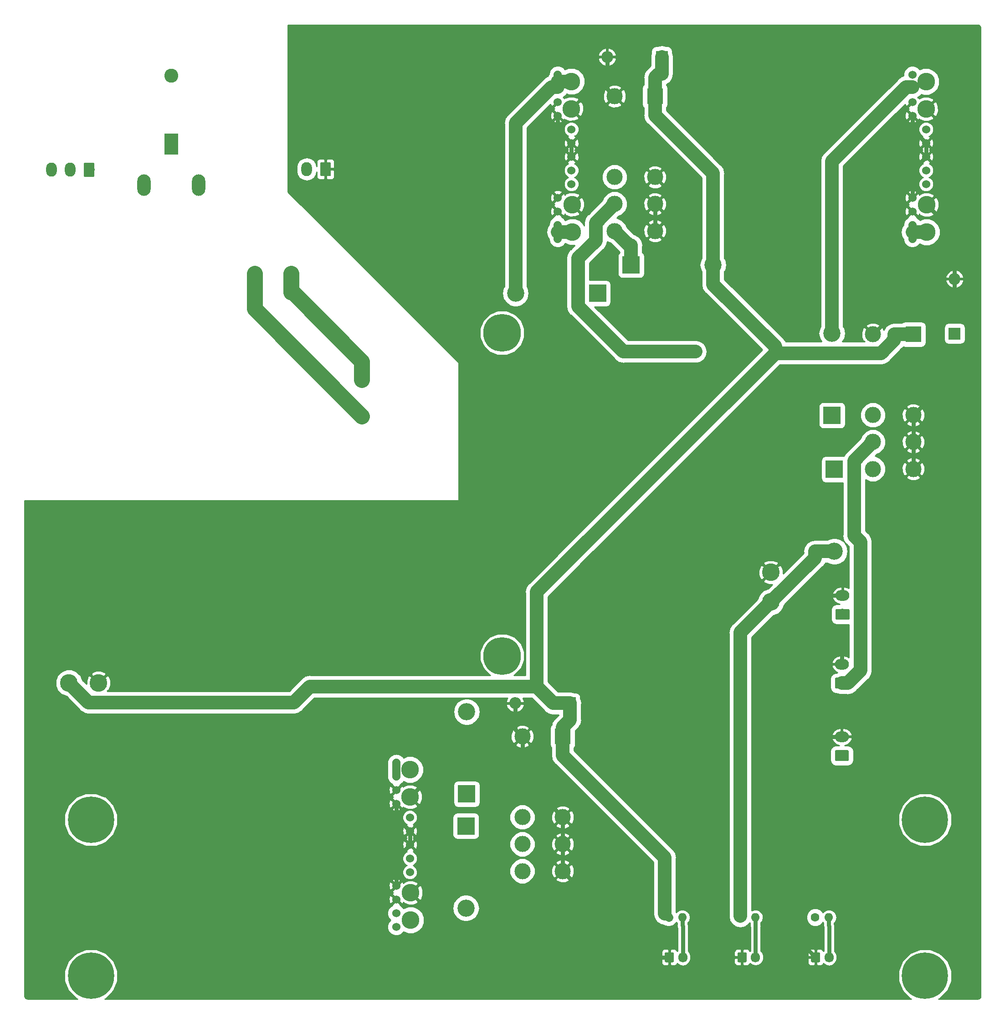
<source format=gbr>
G04 #@! TF.GenerationSoftware,KiCad,Pcbnew,(5.0.2)-1*
G04 #@! TF.CreationDate,2020-02-07T11:46:53+01:00*
G04 #@! TF.ProjectId,HB-WW-UB V2,48422d57-572d-4554-9220-56322e6b6963,V1.0.0*
G04 #@! TF.SameCoordinates,Original*
G04 #@! TF.FileFunction,Copper,L1,Top*
G04 #@! TF.FilePolarity,Positive*
%FSLAX46Y46*%
G04 Gerber Fmt 4.6, Leading zero omitted, Abs format (unit mm)*
G04 Created by KiCad (PCBNEW (5.0.2)-1) date 07.02.2020 11:46:53*
%MOMM*%
%LPD*%
G01*
G04 APERTURE LIST*
G04 #@! TA.AperFunction,ComponentPad*
%ADD10O,3.200000X3.200000*%
G04 #@! TD*
G04 #@! TA.AperFunction,ComponentPad*
%ADD11R,3.200000X3.200000*%
G04 #@! TD*
G04 #@! TA.AperFunction,ComponentPad*
%ADD12C,8.600000*%
G04 #@! TD*
G04 #@! TA.AperFunction,ComponentPad*
%ADD13C,0.900000*%
G04 #@! TD*
G04 #@! TA.AperFunction,ComponentPad*
%ADD14C,7.000000*%
G04 #@! TD*
G04 #@! TA.AperFunction,ComponentPad*
%ADD15C,0.800000*%
G04 #@! TD*
G04 #@! TA.AperFunction,Conductor*
%ADD16C,0.100000*%
G04 #@! TD*
G04 #@! TA.AperFunction,ComponentPad*
%ADD17C,1.700000*%
G04 #@! TD*
G04 #@! TA.AperFunction,ComponentPad*
%ADD18O,1.700000X1.850000*%
G04 #@! TD*
G04 #@! TA.AperFunction,ComponentPad*
%ADD19R,2.200000X2.200000*%
G04 #@! TD*
G04 #@! TA.AperFunction,ComponentPad*
%ADD20O,2.200000X2.200000*%
G04 #@! TD*
G04 #@! TA.AperFunction,ComponentPad*
%ADD21R,2.500000X4.000000*%
G04 #@! TD*
G04 #@! TA.AperFunction,ComponentPad*
%ADD22O,2.500000X4.000000*%
G04 #@! TD*
G04 #@! TA.AperFunction,ComponentPad*
%ADD23C,2.600000*%
G04 #@! TD*
G04 #@! TA.AperFunction,ComponentPad*
%ADD24C,2.000000*%
G04 #@! TD*
G04 #@! TA.AperFunction,ComponentPad*
%ADD25O,2.000000X2.600000*%
G04 #@! TD*
G04 #@! TA.AperFunction,ComponentPad*
%ADD26O,2.600000X2.000000*%
G04 #@! TD*
G04 #@! TA.AperFunction,ComponentPad*
%ADD27R,3.000000X3.000000*%
G04 #@! TD*
G04 #@! TA.AperFunction,ComponentPad*
%ADD28C,3.000000*%
G04 #@! TD*
G04 #@! TA.AperFunction,ComponentPad*
%ADD29C,1.600000*%
G04 #@! TD*
G04 #@! TA.AperFunction,ComponentPad*
%ADD30O,1.600000X1.600000*%
G04 #@! TD*
G04 #@! TA.AperFunction,ComponentPad*
%ADD31R,1.881000X1.881000*%
G04 #@! TD*
G04 #@! TA.AperFunction,ComponentPad*
%ADD32C,1.881000*%
G04 #@! TD*
G04 #@! TA.AperFunction,ComponentPad*
%ADD33C,3.270000*%
G04 #@! TD*
G04 #@! TA.AperFunction,ComponentPad*
%ADD34C,1.524000*%
G04 #@! TD*
G04 #@! TA.AperFunction,ComponentPad*
%ADD35C,3.286000*%
G04 #@! TD*
G04 #@! TA.AperFunction,ViaPad*
%ADD36C,0.800000*%
G04 #@! TD*
G04 #@! TA.AperFunction,Conductor*
%ADD37C,0.750000*%
G04 #@! TD*
G04 #@! TA.AperFunction,Conductor*
%ADD38C,3.000000*%
G04 #@! TD*
G04 #@! TA.AperFunction,Conductor*
%ADD39C,2.500000*%
G04 #@! TD*
G04 #@! TA.AperFunction,Conductor*
%ADD40C,1.523800*%
G04 #@! TD*
G04 #@! TA.AperFunction,Conductor*
%ADD41C,1.599800*%
G04 #@! TD*
G04 #@! TA.AperFunction,Conductor*
%ADD42C,0.254000*%
G04 #@! TD*
G04 APERTURE END LIST*
D10*
G04 #@! TO.P,D11,2*
G04 #@! TO.N,/IRM60_12V+*
X142621000Y-57975500D03*
D11*
G04 #@! TO.P,D11,1*
G04 #@! TO.N,Net-(D11-Pad1)*
X127381000Y-57975500D03*
G04 #@! TD*
G04 #@! TO.P,D12,1*
G04 #@! TO.N,Net-(D12-Pad1)*
X121158000Y-63246000D03*
D10*
G04 #@! TO.P,D12,2*
G04 #@! TO.N,Net-(D12-Pad2)*
X105918000Y-63246000D03*
G04 #@! TD*
D12*
G04 #@! TO.P,REF_10,1*
G04 #@! TO.N,N/C*
X27000000Y-161000000D03*
D13*
X30225000Y-161000000D03*
X29280419Y-163280419D03*
X27000000Y-164225000D03*
X24719581Y-163280419D03*
X23775000Y-161000000D03*
X24719581Y-158719581D03*
X27000000Y-157775000D03*
X29280419Y-158719581D03*
G04 #@! TD*
G04 #@! TO.P,REF_11,1*
G04 #@! TO.N,N/C*
X29280419Y-187719581D03*
X27000000Y-186775000D03*
X24719581Y-187719581D03*
X23775000Y-190000000D03*
X24719581Y-192280419D03*
X27000000Y-193225000D03*
X29280419Y-192280419D03*
X30225000Y-190000000D03*
D12*
X27000000Y-190000000D03*
G04 #@! TD*
G04 #@! TO.P,REF_12,1*
G04 #@! TO.N,N/C*
X182000000Y-161000000D03*
D13*
X185225000Y-161000000D03*
X184280419Y-163280419D03*
X182000000Y-164225000D03*
X179719581Y-163280419D03*
X178775000Y-161000000D03*
X179719581Y-158719581D03*
X182000000Y-157775000D03*
X184280419Y-158719581D03*
G04 #@! TD*
D12*
G04 #@! TO.P,REF_09,1*
G04 #@! TO.N,N/C*
X182000000Y-190000000D03*
D13*
X185225000Y-190000000D03*
X184280419Y-192280419D03*
X182000000Y-193225000D03*
X179719581Y-192280419D03*
X178775000Y-190000000D03*
X179719581Y-187719581D03*
X182000000Y-186775000D03*
X184280419Y-187719581D03*
G04 #@! TD*
D14*
G04 #@! TO.P,REF_S2,1*
G04 #@! TO.N,N/C*
X103420000Y-130600000D03*
D15*
X106045000Y-130600000D03*
X105276155Y-132456155D03*
X103420000Y-133225000D03*
X101563845Y-132456155D03*
X100795000Y-130600000D03*
X101563845Y-128743845D03*
X103420000Y-127975000D03*
X105276155Y-128743845D03*
G04 #@! TD*
D14*
G04 #@! TO.P,REF_S1,1*
G04 #@! TO.N,N/C*
X103420000Y-70600000D03*
D15*
X106045000Y-70600000D03*
X105276155Y-72456155D03*
X103420000Y-73225000D03*
X101563845Y-72456155D03*
X100795000Y-70600000D03*
X101563845Y-68743845D03*
X103420000Y-67975000D03*
X105276155Y-68743845D03*
G04 #@! TD*
D16*
G04 #@! TO.N,GND*
G04 #@! TO.C,D1*
G36*
X135117504Y-185639204D02*
X135141773Y-185642804D01*
X135165571Y-185648765D01*
X135188671Y-185657030D01*
X135210849Y-185667520D01*
X135231893Y-185680133D01*
X135251598Y-185694747D01*
X135269777Y-185711223D01*
X135286253Y-185729402D01*
X135300867Y-185749107D01*
X135313480Y-185770151D01*
X135323970Y-185792329D01*
X135332235Y-185815429D01*
X135338196Y-185839227D01*
X135341796Y-185863496D01*
X135343000Y-185888000D01*
X135343000Y-187238000D01*
X135341796Y-187262504D01*
X135338196Y-187286773D01*
X135332235Y-187310571D01*
X135323970Y-187333671D01*
X135313480Y-187355849D01*
X135300867Y-187376893D01*
X135286253Y-187396598D01*
X135269777Y-187414777D01*
X135251598Y-187431253D01*
X135231893Y-187445867D01*
X135210849Y-187458480D01*
X135188671Y-187468970D01*
X135165571Y-187477235D01*
X135141773Y-187483196D01*
X135117504Y-187486796D01*
X135093000Y-187488000D01*
X133893000Y-187488000D01*
X133868496Y-187486796D01*
X133844227Y-187483196D01*
X133820429Y-187477235D01*
X133797329Y-187468970D01*
X133775151Y-187458480D01*
X133754107Y-187445867D01*
X133734402Y-187431253D01*
X133716223Y-187414777D01*
X133699747Y-187396598D01*
X133685133Y-187376893D01*
X133672520Y-187355849D01*
X133662030Y-187333671D01*
X133653765Y-187310571D01*
X133647804Y-187286773D01*
X133644204Y-187262504D01*
X133643000Y-187238000D01*
X133643000Y-185888000D01*
X133644204Y-185863496D01*
X133647804Y-185839227D01*
X133653765Y-185815429D01*
X133662030Y-185792329D01*
X133672520Y-185770151D01*
X133685133Y-185749107D01*
X133699747Y-185729402D01*
X133716223Y-185711223D01*
X133734402Y-185694747D01*
X133754107Y-185680133D01*
X133775151Y-185667520D01*
X133797329Y-185657030D01*
X133820429Y-185648765D01*
X133844227Y-185642804D01*
X133868496Y-185639204D01*
X133893000Y-185638000D01*
X135093000Y-185638000D01*
X135117504Y-185639204D01*
X135117504Y-185639204D01*
G37*
D17*
G04 #@! TD*
G04 #@! TO.P,D1,1*
G04 #@! TO.N,GND*
X134493000Y-186563000D03*
D18*
G04 #@! TO.P,D1,2*
G04 #@! TO.N,Net-(D1-Pad2)*
X136993000Y-186563000D03*
G04 #@! TD*
D16*
G04 #@! TO.N,GND*
G04 #@! TO.C,D2*
G36*
X148647504Y-185637204D02*
X148671773Y-185640804D01*
X148695571Y-185646765D01*
X148718671Y-185655030D01*
X148740849Y-185665520D01*
X148761893Y-185678133D01*
X148781598Y-185692747D01*
X148799777Y-185709223D01*
X148816253Y-185727402D01*
X148830867Y-185747107D01*
X148843480Y-185768151D01*
X148853970Y-185790329D01*
X148862235Y-185813429D01*
X148868196Y-185837227D01*
X148871796Y-185861496D01*
X148873000Y-185886000D01*
X148873000Y-187236000D01*
X148871796Y-187260504D01*
X148868196Y-187284773D01*
X148862235Y-187308571D01*
X148853970Y-187331671D01*
X148843480Y-187353849D01*
X148830867Y-187374893D01*
X148816253Y-187394598D01*
X148799777Y-187412777D01*
X148781598Y-187429253D01*
X148761893Y-187443867D01*
X148740849Y-187456480D01*
X148718671Y-187466970D01*
X148695571Y-187475235D01*
X148671773Y-187481196D01*
X148647504Y-187484796D01*
X148623000Y-187486000D01*
X147423000Y-187486000D01*
X147398496Y-187484796D01*
X147374227Y-187481196D01*
X147350429Y-187475235D01*
X147327329Y-187466970D01*
X147305151Y-187456480D01*
X147284107Y-187443867D01*
X147264402Y-187429253D01*
X147246223Y-187412777D01*
X147229747Y-187394598D01*
X147215133Y-187374893D01*
X147202520Y-187353849D01*
X147192030Y-187331671D01*
X147183765Y-187308571D01*
X147177804Y-187284773D01*
X147174204Y-187260504D01*
X147173000Y-187236000D01*
X147173000Y-185886000D01*
X147174204Y-185861496D01*
X147177804Y-185837227D01*
X147183765Y-185813429D01*
X147192030Y-185790329D01*
X147202520Y-185768151D01*
X147215133Y-185747107D01*
X147229747Y-185727402D01*
X147246223Y-185709223D01*
X147264402Y-185692747D01*
X147284107Y-185678133D01*
X147305151Y-185665520D01*
X147327329Y-185655030D01*
X147350429Y-185646765D01*
X147374227Y-185640804D01*
X147398496Y-185637204D01*
X147423000Y-185636000D01*
X148623000Y-185636000D01*
X148647504Y-185637204D01*
X148647504Y-185637204D01*
G37*
D17*
G04 #@! TD*
G04 #@! TO.P,D2,1*
G04 #@! TO.N,GND*
X148023000Y-186561000D03*
D18*
G04 #@! TO.P,D2,2*
G04 #@! TO.N,Net-(D2-Pad2)*
X150523000Y-186561000D03*
G04 #@! TD*
G04 #@! TO.P,D3,2*
G04 #@! TO.N,Net-(D3-Pad2)*
X164171000Y-186563000D03*
D16*
G04 #@! TD*
G04 #@! TO.N,GND*
G04 #@! TO.C,D3*
G36*
X162295504Y-185639204D02*
X162319773Y-185642804D01*
X162343571Y-185648765D01*
X162366671Y-185657030D01*
X162388849Y-185667520D01*
X162409893Y-185680133D01*
X162429598Y-185694747D01*
X162447777Y-185711223D01*
X162464253Y-185729402D01*
X162478867Y-185749107D01*
X162491480Y-185770151D01*
X162501970Y-185792329D01*
X162510235Y-185815429D01*
X162516196Y-185839227D01*
X162519796Y-185863496D01*
X162521000Y-185888000D01*
X162521000Y-187238000D01*
X162519796Y-187262504D01*
X162516196Y-187286773D01*
X162510235Y-187310571D01*
X162501970Y-187333671D01*
X162491480Y-187355849D01*
X162478867Y-187376893D01*
X162464253Y-187396598D01*
X162447777Y-187414777D01*
X162429598Y-187431253D01*
X162409893Y-187445867D01*
X162388849Y-187458480D01*
X162366671Y-187468970D01*
X162343571Y-187477235D01*
X162319773Y-187483196D01*
X162295504Y-187486796D01*
X162271000Y-187488000D01*
X161071000Y-187488000D01*
X161046496Y-187486796D01*
X161022227Y-187483196D01*
X160998429Y-187477235D01*
X160975329Y-187468970D01*
X160953151Y-187458480D01*
X160932107Y-187445867D01*
X160912402Y-187431253D01*
X160894223Y-187414777D01*
X160877747Y-187396598D01*
X160863133Y-187376893D01*
X160850520Y-187355849D01*
X160840030Y-187333671D01*
X160831765Y-187310571D01*
X160825804Y-187286773D01*
X160822204Y-187262504D01*
X160821000Y-187238000D01*
X160821000Y-185888000D01*
X160822204Y-185863496D01*
X160825804Y-185839227D01*
X160831765Y-185815429D01*
X160840030Y-185792329D01*
X160850520Y-185770151D01*
X160863133Y-185749107D01*
X160877747Y-185729402D01*
X160894223Y-185711223D01*
X160912402Y-185694747D01*
X160932107Y-185680133D01*
X160953151Y-185667520D01*
X160975329Y-185657030D01*
X160998429Y-185648765D01*
X161022227Y-185642804D01*
X161046496Y-185639204D01*
X161071000Y-185638000D01*
X162271000Y-185638000D01*
X162295504Y-185639204D01*
X162295504Y-185639204D01*
G37*
D17*
G04 #@! TO.P,D3,1*
G04 #@! TO.N,GND*
X161671000Y-186563000D03*
G04 #@! TD*
D19*
G04 #@! TO.P,D10,1*
G04 #@! TO.N,/IRM60_12V+*
X133096000Y-19367500D03*
D20*
G04 #@! TO.P,D10,2*
G04 #@! TO.N,GND*
X122936000Y-19367500D03*
G04 #@! TD*
D19*
G04 #@! TO.P,D20,1*
G04 #@! TO.N,/IRM60_12V+*
X187516000Y-70739000D03*
D20*
G04 #@! TO.P,D20,2*
G04 #@! TO.N,GND*
X187516000Y-60579000D03*
G04 #@! TD*
D10*
G04 #@! TO.P,D21,2*
G04 #@! TO.N,/IRM60_05V+*
X165164000Y-111188500D03*
D11*
G04 #@! TO.P,D21,1*
G04 #@! TO.N,Net-(D21-Pad1)*
X165164000Y-95948500D03*
G04 #@! TD*
G04 #@! TO.P,D22,1*
G04 #@! TO.N,Net-(D22-Pad1)*
X164719000Y-85915500D03*
D10*
G04 #@! TO.P,D22,2*
G04 #@! TO.N,Net-(D22-Pad2)*
X164719000Y-70675500D03*
G04 #@! TD*
D20*
G04 #@! TO.P,D30,2*
G04 #@! TO.N,GND*
X105854000Y-139382000D03*
D19*
G04 #@! TO.P,D30,1*
G04 #@! TO.N,/IRM60_12V+*
X116014000Y-139382000D03*
G04 #@! TD*
D11*
G04 #@! TO.P,D31,1*
G04 #@! TO.N,Net-(D31-Pad1)*
X96710500Y-162179000D03*
D10*
G04 #@! TO.P,D31,2*
G04 #@! TO.N,/IRM60_05V+*
X96710500Y-177419000D03*
G04 #@! TD*
G04 #@! TO.P,D32,2*
G04 #@! TO.N,Net-(D32-Pad2)*
X96837500Y-140970000D03*
D11*
G04 #@! TO.P,D32,1*
G04 #@! TO.N,Net-(D32-Pad1)*
X96837500Y-156210000D03*
G04 #@! TD*
D21*
G04 #@! TO.P,F1,1*
G04 #@! TO.N,Net-(F1-Pad1)*
X41910000Y-35560000D03*
D22*
G04 #@! TO.P,F1,2*
G04 #@! TO.N,Net-(F1-Pad2)*
X36830000Y-43180000D03*
X46990000Y-43180000D03*
D23*
G04 #@! TO.P,F1,*
G04 #@! TO.N,*
X41910000Y-22860000D03*
G04 #@! TD*
D16*
G04 #@! TO.N,Net-(F1-Pad1)*
G04 #@! TO.C,J1*
G36*
X27444504Y-39023704D02*
X27468773Y-39027304D01*
X27492571Y-39033265D01*
X27515671Y-39041530D01*
X27537849Y-39052020D01*
X27558893Y-39064633D01*
X27578598Y-39079247D01*
X27596777Y-39095723D01*
X27613253Y-39113902D01*
X27627867Y-39133607D01*
X27640480Y-39154651D01*
X27650970Y-39176829D01*
X27659235Y-39199929D01*
X27665196Y-39223727D01*
X27668796Y-39247996D01*
X27670000Y-39272500D01*
X27670000Y-41372500D01*
X27668796Y-41397004D01*
X27665196Y-41421273D01*
X27659235Y-41445071D01*
X27650970Y-41468171D01*
X27640480Y-41490349D01*
X27627867Y-41511393D01*
X27613253Y-41531098D01*
X27596777Y-41549277D01*
X27578598Y-41565753D01*
X27558893Y-41580367D01*
X27537849Y-41592980D01*
X27515671Y-41603470D01*
X27492571Y-41611735D01*
X27468773Y-41617696D01*
X27444504Y-41621296D01*
X27420000Y-41622500D01*
X25920000Y-41622500D01*
X25895496Y-41621296D01*
X25871227Y-41617696D01*
X25847429Y-41611735D01*
X25824329Y-41603470D01*
X25802151Y-41592980D01*
X25781107Y-41580367D01*
X25761402Y-41565753D01*
X25743223Y-41549277D01*
X25726747Y-41531098D01*
X25712133Y-41511393D01*
X25699520Y-41490349D01*
X25689030Y-41468171D01*
X25680765Y-41445071D01*
X25674804Y-41421273D01*
X25671204Y-41397004D01*
X25670000Y-41372500D01*
X25670000Y-39272500D01*
X25671204Y-39247996D01*
X25674804Y-39223727D01*
X25680765Y-39199929D01*
X25689030Y-39176829D01*
X25699520Y-39154651D01*
X25712133Y-39133607D01*
X25726747Y-39113902D01*
X25743223Y-39095723D01*
X25761402Y-39079247D01*
X25781107Y-39064633D01*
X25802151Y-39052020D01*
X25824329Y-39041530D01*
X25847429Y-39033265D01*
X25871227Y-39027304D01*
X25895496Y-39023704D01*
X25920000Y-39022500D01*
X27420000Y-39022500D01*
X27444504Y-39023704D01*
X27444504Y-39023704D01*
G37*
D24*
G04 #@! TD*
G04 #@! TO.P,J1,1*
G04 #@! TO.N,Net-(F1-Pad1)*
X26670000Y-40322500D03*
D25*
G04 #@! TO.P,J1,2*
G04 #@! TO.N,Net-(J1-Pad2)*
X23170000Y-40322500D03*
G04 #@! TO.P,J1,3*
G04 #@! TO.N,GNDPWR*
X19670000Y-40322500D03*
G04 #@! TD*
D16*
G04 #@! TO.N,GND*
G04 #@! TO.C,J2*
G36*
X71386504Y-38896704D02*
X71410773Y-38900304D01*
X71434571Y-38906265D01*
X71457671Y-38914530D01*
X71479849Y-38925020D01*
X71500893Y-38937633D01*
X71520598Y-38952247D01*
X71538777Y-38968723D01*
X71555253Y-38986902D01*
X71569867Y-39006607D01*
X71582480Y-39027651D01*
X71592970Y-39049829D01*
X71601235Y-39072929D01*
X71607196Y-39096727D01*
X71610796Y-39120996D01*
X71612000Y-39145500D01*
X71612000Y-41245500D01*
X71610796Y-41270004D01*
X71607196Y-41294273D01*
X71601235Y-41318071D01*
X71592970Y-41341171D01*
X71582480Y-41363349D01*
X71569867Y-41384393D01*
X71555253Y-41404098D01*
X71538777Y-41422277D01*
X71520598Y-41438753D01*
X71500893Y-41453367D01*
X71479849Y-41465980D01*
X71457671Y-41476470D01*
X71434571Y-41484735D01*
X71410773Y-41490696D01*
X71386504Y-41494296D01*
X71362000Y-41495500D01*
X69862000Y-41495500D01*
X69837496Y-41494296D01*
X69813227Y-41490696D01*
X69789429Y-41484735D01*
X69766329Y-41476470D01*
X69744151Y-41465980D01*
X69723107Y-41453367D01*
X69703402Y-41438753D01*
X69685223Y-41422277D01*
X69668747Y-41404098D01*
X69654133Y-41384393D01*
X69641520Y-41363349D01*
X69631030Y-41341171D01*
X69622765Y-41318071D01*
X69616804Y-41294273D01*
X69613204Y-41270004D01*
X69612000Y-41245500D01*
X69612000Y-39145500D01*
X69613204Y-39120996D01*
X69616804Y-39096727D01*
X69622765Y-39072929D01*
X69631030Y-39049829D01*
X69641520Y-39027651D01*
X69654133Y-39006607D01*
X69668747Y-38986902D01*
X69685223Y-38968723D01*
X69703402Y-38952247D01*
X69723107Y-38937633D01*
X69744151Y-38925020D01*
X69766329Y-38914530D01*
X69789429Y-38906265D01*
X69813227Y-38900304D01*
X69837496Y-38896704D01*
X69862000Y-38895500D01*
X71362000Y-38895500D01*
X71386504Y-38896704D01*
X71386504Y-38896704D01*
G37*
D24*
G04 #@! TD*
G04 #@! TO.P,J2,1*
G04 #@! TO.N,GND*
X70612000Y-40195500D03*
D25*
G04 #@! TO.P,J2,2*
G04 #@! TO.N,/Board_12V+*
X67112000Y-40195500D03*
G04 #@! TD*
D26*
G04 #@! TO.P,J3,2*
G04 #@! TO.N,GND*
X166560000Y-145598000D03*
D16*
G04 #@! TD*
G04 #@! TO.N,/OUT_Sens_12V+*
G04 #@! TO.C,J3*
G36*
X167634504Y-148099204D02*
X167658773Y-148102804D01*
X167682571Y-148108765D01*
X167705671Y-148117030D01*
X167727849Y-148127520D01*
X167748893Y-148140133D01*
X167768598Y-148154747D01*
X167786777Y-148171223D01*
X167803253Y-148189402D01*
X167817867Y-148209107D01*
X167830480Y-148230151D01*
X167840970Y-148252329D01*
X167849235Y-148275429D01*
X167855196Y-148299227D01*
X167858796Y-148323496D01*
X167860000Y-148348000D01*
X167860000Y-149848000D01*
X167858796Y-149872504D01*
X167855196Y-149896773D01*
X167849235Y-149920571D01*
X167840970Y-149943671D01*
X167830480Y-149965849D01*
X167817867Y-149986893D01*
X167803253Y-150006598D01*
X167786777Y-150024777D01*
X167768598Y-150041253D01*
X167748893Y-150055867D01*
X167727849Y-150068480D01*
X167705671Y-150078970D01*
X167682571Y-150087235D01*
X167658773Y-150093196D01*
X167634504Y-150096796D01*
X167610000Y-150098000D01*
X165510000Y-150098000D01*
X165485496Y-150096796D01*
X165461227Y-150093196D01*
X165437429Y-150087235D01*
X165414329Y-150078970D01*
X165392151Y-150068480D01*
X165371107Y-150055867D01*
X165351402Y-150041253D01*
X165333223Y-150024777D01*
X165316747Y-150006598D01*
X165302133Y-149986893D01*
X165289520Y-149965849D01*
X165279030Y-149943671D01*
X165270765Y-149920571D01*
X165264804Y-149896773D01*
X165261204Y-149872504D01*
X165260000Y-149848000D01*
X165260000Y-148348000D01*
X165261204Y-148323496D01*
X165264804Y-148299227D01*
X165270765Y-148275429D01*
X165279030Y-148252329D01*
X165289520Y-148230151D01*
X165302133Y-148209107D01*
X165316747Y-148189402D01*
X165333223Y-148171223D01*
X165351402Y-148154747D01*
X165371107Y-148140133D01*
X165392151Y-148127520D01*
X165414329Y-148117030D01*
X165437429Y-148108765D01*
X165461227Y-148102804D01*
X165485496Y-148099204D01*
X165510000Y-148098000D01*
X167610000Y-148098000D01*
X167634504Y-148099204D01*
X167634504Y-148099204D01*
G37*
D24*
G04 #@! TO.P,J3,1*
G04 #@! TO.N,/OUT_Sens_12V+*
X166560000Y-149098000D03*
G04 #@! TD*
D16*
G04 #@! TO.N,/Out_CCU_+*
G04 #@! TO.C,J4*
G36*
X167634504Y-134637204D02*
X167658773Y-134640804D01*
X167682571Y-134646765D01*
X167705671Y-134655030D01*
X167727849Y-134665520D01*
X167748893Y-134678133D01*
X167768598Y-134692747D01*
X167786777Y-134709223D01*
X167803253Y-134727402D01*
X167817867Y-134747107D01*
X167830480Y-134768151D01*
X167840970Y-134790329D01*
X167849235Y-134813429D01*
X167855196Y-134837227D01*
X167858796Y-134861496D01*
X167860000Y-134886000D01*
X167860000Y-136386000D01*
X167858796Y-136410504D01*
X167855196Y-136434773D01*
X167849235Y-136458571D01*
X167840970Y-136481671D01*
X167830480Y-136503849D01*
X167817867Y-136524893D01*
X167803253Y-136544598D01*
X167786777Y-136562777D01*
X167768598Y-136579253D01*
X167748893Y-136593867D01*
X167727849Y-136606480D01*
X167705671Y-136616970D01*
X167682571Y-136625235D01*
X167658773Y-136631196D01*
X167634504Y-136634796D01*
X167610000Y-136636000D01*
X165510000Y-136636000D01*
X165485496Y-136634796D01*
X165461227Y-136631196D01*
X165437429Y-136625235D01*
X165414329Y-136616970D01*
X165392151Y-136606480D01*
X165371107Y-136593867D01*
X165351402Y-136579253D01*
X165333223Y-136562777D01*
X165316747Y-136544598D01*
X165302133Y-136524893D01*
X165289520Y-136503849D01*
X165279030Y-136481671D01*
X165270765Y-136458571D01*
X165264804Y-136434773D01*
X165261204Y-136410504D01*
X165260000Y-136386000D01*
X165260000Y-134886000D01*
X165261204Y-134861496D01*
X165264804Y-134837227D01*
X165270765Y-134813429D01*
X165279030Y-134790329D01*
X165289520Y-134768151D01*
X165302133Y-134747107D01*
X165316747Y-134727402D01*
X165333223Y-134709223D01*
X165351402Y-134692747D01*
X165371107Y-134678133D01*
X165392151Y-134665520D01*
X165414329Y-134655030D01*
X165437429Y-134646765D01*
X165461227Y-134640804D01*
X165485496Y-134637204D01*
X165510000Y-134636000D01*
X167610000Y-134636000D01*
X167634504Y-134637204D01*
X167634504Y-134637204D01*
G37*
D24*
G04 #@! TD*
G04 #@! TO.P,J4,1*
G04 #@! TO.N,/Out_CCU_+*
X166560000Y-135636000D03*
D26*
G04 #@! TO.P,J4,2*
G04 #@! TO.N,GND*
X166560000Y-132136000D03*
G04 #@! TD*
G04 #@! TO.P,J5,2*
G04 #@! TO.N,GND*
X166688000Y-119372000D03*
D16*
G04 #@! TD*
G04 #@! TO.N,/Out_ioBroker_+*
G04 #@! TO.C,J5*
G36*
X167762504Y-121873204D02*
X167786773Y-121876804D01*
X167810571Y-121882765D01*
X167833671Y-121891030D01*
X167855849Y-121901520D01*
X167876893Y-121914133D01*
X167896598Y-121928747D01*
X167914777Y-121945223D01*
X167931253Y-121963402D01*
X167945867Y-121983107D01*
X167958480Y-122004151D01*
X167968970Y-122026329D01*
X167977235Y-122049429D01*
X167983196Y-122073227D01*
X167986796Y-122097496D01*
X167988000Y-122122000D01*
X167988000Y-123622000D01*
X167986796Y-123646504D01*
X167983196Y-123670773D01*
X167977235Y-123694571D01*
X167968970Y-123717671D01*
X167958480Y-123739849D01*
X167945867Y-123760893D01*
X167931253Y-123780598D01*
X167914777Y-123798777D01*
X167896598Y-123815253D01*
X167876893Y-123829867D01*
X167855849Y-123842480D01*
X167833671Y-123852970D01*
X167810571Y-123861235D01*
X167786773Y-123867196D01*
X167762504Y-123870796D01*
X167738000Y-123872000D01*
X165638000Y-123872000D01*
X165613496Y-123870796D01*
X165589227Y-123867196D01*
X165565429Y-123861235D01*
X165542329Y-123852970D01*
X165520151Y-123842480D01*
X165499107Y-123829867D01*
X165479402Y-123815253D01*
X165461223Y-123798777D01*
X165444747Y-123780598D01*
X165430133Y-123760893D01*
X165417520Y-123739849D01*
X165407030Y-123717671D01*
X165398765Y-123694571D01*
X165392804Y-123670773D01*
X165389204Y-123646504D01*
X165388000Y-123622000D01*
X165388000Y-122122000D01*
X165389204Y-122097496D01*
X165392804Y-122073227D01*
X165398765Y-122049429D01*
X165407030Y-122026329D01*
X165417520Y-122004151D01*
X165430133Y-121983107D01*
X165444747Y-121963402D01*
X165461223Y-121945223D01*
X165479402Y-121928747D01*
X165499107Y-121914133D01*
X165520151Y-121901520D01*
X165542329Y-121891030D01*
X165565429Y-121882765D01*
X165589227Y-121876804D01*
X165613496Y-121873204D01*
X165638000Y-121872000D01*
X167738000Y-121872000D01*
X167762504Y-121873204D01*
X167762504Y-121873204D01*
G37*
D24*
G04 #@! TO.P,J5,1*
G04 #@! TO.N,/Out_ioBroker_+*
X166688000Y-122872000D03*
G04 #@! TD*
D27*
G04 #@! TO.P,K10,A1*
G04 #@! TO.N,/IRM60_12V+*
X131826000Y-26670000D03*
D28*
G04 #@! TO.P,K10,A2*
G04 #@! TO.N,GND*
X124326000Y-26670000D03*
G04 #@! TO.P,K10,11*
X131826000Y-46670000D03*
G04 #@! TO.P,K10,24*
G04 #@! TO.N,Net-(D11-Pad1)*
X124326000Y-51670000D03*
G04 #@! TO.P,K10,22*
G04 #@! TO.N,Net-(D12-Pad1)*
X124326000Y-41670000D03*
G04 #@! TO.P,K10,12*
G04 #@! TO.N,GND*
X131826000Y-41670000D03*
G04 #@! TO.P,K10,21*
G04 #@! TO.N,/OUT_Sens_12V+*
X124326000Y-46670000D03*
G04 #@! TO.P,K10,14*
G04 #@! TO.N,GND*
X131826000Y-51670000D03*
G04 #@! TD*
G04 #@! TO.P,K20,14*
G04 #@! TO.N,GND*
X179832000Y-95866000D03*
G04 #@! TO.P,K20,21*
G04 #@! TO.N,/Out_CCU_+*
X172332000Y-90866000D03*
G04 #@! TO.P,K20,12*
G04 #@! TO.N,GND*
X179832000Y-85866000D03*
G04 #@! TO.P,K20,22*
G04 #@! TO.N,Net-(D22-Pad1)*
X172332000Y-85866000D03*
G04 #@! TO.P,K20,24*
G04 #@! TO.N,Net-(D21-Pad1)*
X172332000Y-95866000D03*
G04 #@! TO.P,K20,11*
G04 #@! TO.N,GND*
X179832000Y-90866000D03*
G04 #@! TO.P,K20,A2*
X172332000Y-70866000D03*
D27*
G04 #@! TO.P,K20,A1*
G04 #@! TO.N,/IRM60_12V+*
X179832000Y-70866000D03*
G04 #@! TD*
G04 #@! TO.P,K30,A1*
G04 #@! TO.N,/IRM60_12V+*
X114681000Y-145542000D03*
D28*
G04 #@! TO.P,K30,A2*
G04 #@! TO.N,GND*
X107181000Y-145542000D03*
G04 #@! TO.P,K30,11*
X114681000Y-165542000D03*
G04 #@! TO.P,K30,24*
G04 #@! TO.N,Net-(D31-Pad1)*
X107181000Y-170542000D03*
G04 #@! TO.P,K30,22*
G04 #@! TO.N,Net-(D32-Pad1)*
X107181000Y-160542000D03*
G04 #@! TO.P,K30,12*
G04 #@! TO.N,GND*
X114681000Y-160542000D03*
G04 #@! TO.P,K30,21*
G04 #@! TO.N,/Out_ioBroker_+*
X107181000Y-165542000D03*
G04 #@! TO.P,K30,14*
G04 #@! TO.N,GND*
X114681000Y-170542000D03*
G04 #@! TD*
D29*
G04 #@! TO.P,R1,1*
G04 #@! TO.N,/IRM60_12V+*
X134366000Y-179134000D03*
D30*
G04 #@! TO.P,R1,2*
G04 #@! TO.N,Net-(D1-Pad2)*
X136906000Y-179134000D03*
G04 #@! TD*
D29*
G04 #@! TO.P,R2,1*
G04 #@! TO.N,/IRM60_05V+*
X147955000Y-179134000D03*
D30*
G04 #@! TO.P,R2,2*
G04 #@! TO.N,Net-(D2-Pad2)*
X150495000Y-179134000D03*
G04 #@! TD*
G04 #@! TO.P,R3,2*
G04 #@! TO.N,Net-(D3-Pad2)*
X164148000Y-179134000D03*
D29*
G04 #@! TO.P,R3,1*
G04 #@! TO.N,/Board_12V+*
X161608000Y-179134000D03*
G04 #@! TD*
D31*
G04 #@! TO.P,PS1,AC/L*
G04 #@! TO.N,Net-(F1-Pad2)*
X64180000Y-59590000D03*
D32*
G04 #@! TO.P,PS1,AC/N*
G04 #@! TO.N,Net-(J1-Pad2)*
X57430000Y-59590000D03*
D33*
G04 #@! TO.P,PS1,V*
G04 #@! TO.N,GND*
X28430000Y-135590000D03*
G04 #@! TO.P,PS1,+V*
G04 #@! TO.N,/IRM60_12V+*
X22930000Y-135590000D03*
G04 #@! TD*
G04 #@! TO.P,PS2,+V*
G04 #@! TO.N,/IRM60_05V+*
X153370000Y-120580000D03*
G04 #@! TO.P,PS2,V*
G04 #@! TO.N,GND*
X153370000Y-115080000D03*
D32*
G04 #@! TO.P,PS2,AC/N*
G04 #@! TO.N,Net-(J1-Pad2)*
X77370000Y-86080000D03*
D31*
G04 #@! TO.P,PS2,AC/L*
G04 #@! TO.N,Net-(F1-Pad2)*
X77370000Y-79330000D03*
G04 #@! TD*
D34*
G04 #@! TO.P,U10,5*
G04 #@! TO.N,Net-(U10-Pad5)*
X116291000Y-42950000D03*
G04 #@! TO.P,U10,6*
G04 #@! TO.N,Net-(U10-Pad6)*
X116291000Y-40410000D03*
G04 #@! TO.P,U10,7*
G04 #@! TO.N,GND*
X116291000Y-37870000D03*
G04 #@! TO.P,U10,8*
X116291000Y-35330000D03*
G04 #@! TO.P,U10,3*
X113751000Y-30250000D03*
X113751000Y-27710000D03*
G04 #@! TO.P,U10,4*
G04 #@! TO.N,Net-(D12-Pad2)*
X113751000Y-25170000D03*
X113751000Y-22630000D03*
G04 #@! TO.P,U10,2*
G04 #@! TO.N,GND*
X113751000Y-45490000D03*
X113751000Y-48030000D03*
G04 #@! TO.P,U10,1*
G04 #@! TO.N,/Board_12V+*
X113751000Y-50570000D03*
X113751000Y-53110000D03*
D35*
G04 #@! TO.P,U10,4*
G04 #@! TO.N,Net-(D12-Pad2)*
X116300000Y-23900000D03*
G04 #@! TO.P,U10,3*
G04 #@! TO.N,GND*
X116300000Y-28980000D03*
G04 #@! TO.P,U10,2*
X116431000Y-46760000D03*
G04 #@! TO.P,U10,1*
G04 #@! TO.N,/Board_12V+*
X116431000Y-51840000D03*
D34*
G04 #@! TO.P,U10,9*
G04 #@! TO.N,Net-(U10-Pad9)*
X116291000Y-32790000D03*
G04 #@! TD*
G04 #@! TO.P,U20,5*
G04 #@! TO.N,Net-(U20-Pad5)*
X182191000Y-42970000D03*
G04 #@! TO.P,U20,6*
G04 #@! TO.N,Net-(U20-Pad6)*
X182191000Y-40430000D03*
G04 #@! TO.P,U20,7*
G04 #@! TO.N,GND*
X182191000Y-37890000D03*
G04 #@! TO.P,U20,8*
X182191000Y-35350000D03*
G04 #@! TO.P,U20,3*
X179651000Y-30270000D03*
X179651000Y-27730000D03*
G04 #@! TO.P,U20,4*
G04 #@! TO.N,Net-(D22-Pad2)*
X179651000Y-25190000D03*
X179651000Y-22650000D03*
G04 #@! TO.P,U20,2*
G04 #@! TO.N,GND*
X179651000Y-45510000D03*
X179651000Y-48050000D03*
G04 #@! TO.P,U20,1*
G04 #@! TO.N,/Board_12V+*
X179651000Y-50590000D03*
X179651000Y-53130000D03*
D35*
G04 #@! TO.P,U20,4*
G04 #@! TO.N,Net-(D22-Pad2)*
X182200000Y-23920000D03*
G04 #@! TO.P,U20,3*
G04 #@! TO.N,GND*
X182200000Y-29000000D03*
G04 #@! TO.P,U20,2*
X182331000Y-46780000D03*
G04 #@! TO.P,U20,1*
G04 #@! TO.N,/Board_12V+*
X182331000Y-51860000D03*
D34*
G04 #@! TO.P,U20,9*
G04 #@! TO.N,Net-(U20-Pad9)*
X182191000Y-32810000D03*
G04 #@! TD*
G04 #@! TO.P,U30,5*
G04 #@! TO.N,Net-(U30-Pad5)*
X86291000Y-170750000D03*
G04 #@! TO.P,U30,6*
G04 #@! TO.N,Net-(U30-Pad6)*
X86291000Y-168210000D03*
G04 #@! TO.P,U30,7*
G04 #@! TO.N,GND*
X86291000Y-165670000D03*
G04 #@! TO.P,U30,8*
X86291000Y-163130000D03*
G04 #@! TO.P,U30,3*
X83751000Y-158050000D03*
X83751000Y-155510000D03*
G04 #@! TO.P,U30,4*
G04 #@! TO.N,Net-(D32-Pad2)*
X83751000Y-152970000D03*
X83751000Y-150430000D03*
G04 #@! TO.P,U30,2*
G04 #@! TO.N,GND*
X83751000Y-173290000D03*
X83751000Y-175830000D03*
G04 #@! TO.P,U30,1*
G04 #@! TO.N,/Board_12V+*
X83751000Y-178370000D03*
X83751000Y-180910000D03*
D35*
G04 #@! TO.P,U30,4*
G04 #@! TO.N,Net-(D32-Pad2)*
X86300000Y-151700000D03*
G04 #@! TO.P,U30,3*
G04 #@! TO.N,GND*
X86300000Y-156780000D03*
G04 #@! TO.P,U30,2*
X86431000Y-174560000D03*
G04 #@! TO.P,U30,1*
G04 #@! TO.N,/Board_12V+*
X86431000Y-179640000D03*
D34*
G04 #@! TO.P,U30,9*
G04 #@! TO.N,Net-(U30-Pad9)*
X86291000Y-160590000D03*
G04 #@! TD*
D36*
G04 #@! TO.N,/OUT_Sens_12V+*
X139359700Y-74094300D03*
G04 #@! TD*
D37*
G04 #@! TO.N,Net-(D1-Pad2)*
X136906000Y-179134000D02*
X136906000Y-180684000D01*
X136906000Y-180684000D02*
X136993000Y-180771000D01*
X136993000Y-180771000D02*
X136993000Y-186563000D01*
G04 #@! TO.N,Net-(D2-Pad2)*
X150495000Y-179134000D02*
X150495000Y-180684000D01*
X150495000Y-180684000D02*
X150523000Y-180712000D01*
X150523000Y-180712000D02*
X150523000Y-186561000D01*
D38*
G04 #@! TO.N,Net-(F1-Pad2)*
X64180000Y-59590000D02*
X64180000Y-63030800D01*
X77370000Y-79330000D02*
X77370000Y-75889200D01*
X77370000Y-75889200D02*
X64511600Y-63030800D01*
X64511600Y-63030800D02*
X64180000Y-63030800D01*
G04 #@! TO.N,Net-(J1-Pad2)*
X77370000Y-86080000D02*
X57430000Y-66140000D01*
X57430000Y-66140000D02*
X57430000Y-59590000D01*
D37*
G04 #@! TO.N,Net-(D3-Pad2)*
X164148000Y-179134000D02*
X164148000Y-180684000D01*
X164148000Y-180684000D02*
X164171000Y-180707000D01*
X164171000Y-180707000D02*
X164171000Y-186563000D01*
G04 #@! TO.N,GND*
X182465700Y-68185000D02*
X175013000Y-68185000D01*
X175013000Y-68185000D02*
X172332000Y-70866000D01*
X187516000Y-62429000D02*
X182465700Y-67479300D01*
X182465700Y-67479300D02*
X182465700Y-68185000D01*
X179832000Y-85866000D02*
X182465700Y-83232300D01*
X182465700Y-83232300D02*
X182465700Y-68185000D01*
X179651000Y-45510000D02*
X179651000Y-40430000D01*
X179651000Y-40430000D02*
X182191000Y-37890000D01*
X166560000Y-145598000D02*
X164510000Y-145598000D01*
X161671000Y-186563000D02*
X159678100Y-184570100D01*
X159678100Y-184570100D02*
X159678100Y-150429900D01*
X159678100Y-150429900D02*
X164510000Y-145598000D01*
X166688000Y-119372000D02*
X164638000Y-119372000D01*
X166560000Y-132136000D02*
X166560000Y-130386000D01*
X166560000Y-130386000D02*
X164260400Y-128086400D01*
X164260400Y-128086400D02*
X164260400Y-119749600D01*
X164260400Y-119749600D02*
X164638000Y-119372000D01*
X179832000Y-85866000D02*
X179832000Y-90866000D01*
X187516000Y-60579000D02*
X187516000Y-62429000D01*
X182331000Y-46780000D02*
X187516000Y-51965000D01*
X187516000Y-51965000D02*
X187516000Y-60579000D01*
X107181000Y-145542000D02*
X105854000Y-144215000D01*
X105854000Y-144215000D02*
X105854000Y-139382000D01*
X107181000Y-153042000D02*
X107181000Y-145542000D01*
X114681000Y-160542000D02*
X107181000Y-153042000D01*
X86300000Y-156780000D02*
X90038000Y-153042000D01*
X90038000Y-153042000D02*
X107181000Y-153042000D01*
X114681000Y-170542000D02*
X130702000Y-186563000D01*
X130702000Y-186563000D02*
X134493000Y-186563000D01*
X114681000Y-165542000D02*
X114681000Y-170542000D01*
X124326000Y-26670000D02*
X122936000Y-25280000D01*
X122936000Y-25280000D02*
X122936000Y-19367500D01*
X131826000Y-51670000D02*
X131826000Y-46670000D01*
X114681000Y-160542000D02*
X114681000Y-165542000D01*
X179832000Y-90866000D02*
X179832000Y-95866000D01*
X113751000Y-30250000D02*
X113751000Y-32790000D01*
X113751000Y-32790000D02*
X116291000Y-35330000D01*
X116291000Y-35330000D02*
X116291000Y-37870000D01*
X179651000Y-30270000D02*
X179651000Y-32810000D01*
X179651000Y-32810000D02*
X182191000Y-35350000D01*
X182191000Y-35350000D02*
X182191000Y-37890000D01*
X83751000Y-158050000D02*
X83751000Y-160590000D01*
X83751000Y-160590000D02*
X86291000Y-163130000D01*
X86291000Y-163130000D02*
X86291000Y-165670000D01*
X83751000Y-173290000D02*
X83751000Y-168210000D01*
X83751000Y-168210000D02*
X86291000Y-165670000D01*
D39*
G04 #@! TO.N,Net-(D11-Pad1)*
X127381000Y-57975500D02*
X127381000Y-54375200D01*
X124326000Y-51670000D02*
X127031200Y-54375200D01*
X127031200Y-54375200D02*
X127381000Y-54375200D01*
D40*
G04 #@! TO.N,Net-(D12-Pad2)*
X113751000Y-23900000D02*
X113751000Y-22630000D01*
X113751000Y-24931900D02*
X113751000Y-23900000D01*
D39*
X116300000Y-23900000D02*
X113751000Y-23900000D01*
D40*
X113751000Y-25170000D02*
X113751000Y-24931900D01*
D39*
X113751000Y-24931900D02*
X112614500Y-24931900D01*
X112614500Y-24931900D02*
X105918000Y-31628400D01*
X105918000Y-31628400D02*
X105918000Y-63246000D01*
D40*
G04 #@! TO.N,Net-(D22-Pad2)*
X179651000Y-24946000D02*
X179651000Y-25190000D01*
D39*
X179651000Y-24946000D02*
X178528100Y-24946000D01*
X178528100Y-24946000D02*
X164719000Y-38755100D01*
X164719000Y-38755100D02*
X164719000Y-70675500D01*
D40*
G04 #@! TO.N,Net-(D32-Pad2)*
X83751000Y-152970000D02*
X83751000Y-150430000D01*
G04 #@! TO.N,/Board_12V+*
X179651000Y-51860000D02*
X179651000Y-53130000D01*
X179651000Y-50590000D02*
X179651000Y-51860000D01*
D39*
X179651000Y-51860000D02*
X182331000Y-51860000D01*
D40*
X113751000Y-51840000D02*
X113751000Y-53110000D01*
X113751000Y-50570000D02*
X113751000Y-51840000D01*
D39*
X116431000Y-51840000D02*
X113751000Y-51840000D01*
G04 #@! TO.N,/Out_CCU_+*
X172332000Y-90866000D02*
X168831600Y-94366400D01*
X168831600Y-94366400D02*
X168831600Y-108245900D01*
X168831600Y-108245900D02*
X169999900Y-109414200D01*
X169999900Y-109414200D02*
X169999900Y-133279400D01*
X169999900Y-133279400D02*
X167643300Y-135636000D01*
X167643300Y-135636000D02*
X166560000Y-135636000D01*
G04 #@! TO.N,/IRM60_12V+*
X142621000Y-57975500D02*
X142621000Y-61575800D01*
X142621000Y-57975500D02*
X142621000Y-40965300D01*
X142621000Y-40965300D02*
X131826000Y-30170300D01*
X154169100Y-74366300D02*
X154169100Y-73123900D01*
X154169100Y-73123900D02*
X142621000Y-61575800D01*
X154169100Y-74366300D02*
X173816000Y-74366300D01*
X173816000Y-74366300D02*
X176331700Y-71850600D01*
X176331700Y-71850600D02*
X176331700Y-70866000D01*
X131826000Y-26670000D02*
X131826000Y-30170300D01*
X109813400Y-136281700D02*
X109813400Y-118722000D01*
X109813400Y-118722000D02*
X154169100Y-74366300D01*
X179832000Y-70866000D02*
X176331700Y-70866000D01*
X109813400Y-136281700D02*
X112913700Y-139382000D01*
X22930000Y-135590000D02*
X26565400Y-139225400D01*
X26565400Y-139225400D02*
X64712200Y-139225400D01*
X64712200Y-139225400D02*
X67655900Y-136281700D01*
X67655900Y-136281700D02*
X109813400Y-136281700D01*
X116014000Y-139382000D02*
X112913700Y-139382000D01*
X114681000Y-145542000D02*
X114681000Y-149042300D01*
X114681000Y-149042300D02*
X133655700Y-168017000D01*
X133655700Y-168017000D02*
X133655700Y-178423700D01*
X116014000Y-142482300D02*
X114681000Y-143815300D01*
X114681000Y-143815300D02*
X114681000Y-145542000D01*
D41*
X133655700Y-178423700D02*
X134366000Y-179134000D01*
D39*
X116014000Y-139382000D02*
X116014000Y-142482300D01*
X131826000Y-26670000D02*
X131826000Y-23169700D01*
X133096000Y-19367500D02*
X133096000Y-22467800D01*
X131826000Y-23169700D02*
X132527900Y-22467800D01*
X132527900Y-22467800D02*
X133096000Y-22467800D01*
D41*
G04 #@! TO.N,/IRM60_05V+*
X147694600Y-178873600D02*
X147955000Y-179134000D01*
D39*
X153370000Y-120580000D02*
X147694600Y-126255400D01*
X147694600Y-126255400D02*
X147694600Y-178873600D01*
X161563700Y-111188500D02*
X161563700Y-112386300D01*
X161563700Y-112386300D02*
X153370000Y-120580000D01*
X165164000Y-111188500D02*
X161563700Y-111188500D01*
G04 #@! TO.N,/OUT_Sens_12V+*
X124326000Y-46670000D02*
X120808200Y-50187800D01*
X120808200Y-50187800D02*
X120808200Y-53447500D01*
X120808200Y-53447500D02*
X117512800Y-56742900D01*
X117512800Y-56742900D02*
X117512800Y-65665900D01*
X117512800Y-65665900D02*
X125941200Y-74094300D01*
X125941200Y-74094300D02*
X139359700Y-74094300D01*
G04 #@! TD*
D42*
G04 #@! TO.N,GND*
G36*
X191957787Y-13454065D02*
X192122920Y-13549405D01*
X192245488Y-13695477D01*
X192321555Y-13904465D01*
X192330000Y-14000996D01*
X192330001Y-193667875D01*
X192285935Y-193917787D01*
X192190596Y-194082919D01*
X192044524Y-194205488D01*
X191835532Y-194281555D01*
X191739004Y-194290000D01*
X184538800Y-194290000D01*
X184795453Y-194183691D01*
X186183691Y-192795453D01*
X186935000Y-190981632D01*
X186935000Y-189018368D01*
X186183691Y-187204547D01*
X184795453Y-185816309D01*
X182981632Y-185065000D01*
X181018368Y-185065000D01*
X179204547Y-185816309D01*
X177816309Y-187204547D01*
X177065000Y-189018368D01*
X177065000Y-190981632D01*
X177816309Y-192795453D01*
X179204547Y-194183691D01*
X179461200Y-194290000D01*
X29538800Y-194290000D01*
X29795453Y-194183691D01*
X31183691Y-192795453D01*
X31935000Y-190981632D01*
X31935000Y-189018368D01*
X31183691Y-187204547D01*
X30827894Y-186848750D01*
X133008000Y-186848750D01*
X133008000Y-187614310D01*
X133104673Y-187847699D01*
X133283302Y-188026327D01*
X133516691Y-188123000D01*
X134207250Y-188123000D01*
X134366000Y-187964250D01*
X134366000Y-186690000D01*
X133166750Y-186690000D01*
X133008000Y-186848750D01*
X30827894Y-186848750D01*
X29795453Y-185816309D01*
X29060038Y-185511690D01*
X133008000Y-185511690D01*
X133008000Y-186277250D01*
X133166750Y-186436000D01*
X134366000Y-186436000D01*
X134366000Y-185161750D01*
X134207250Y-185003000D01*
X133516691Y-185003000D01*
X133283302Y-185099673D01*
X133104673Y-185278301D01*
X133008000Y-185511690D01*
X29060038Y-185511690D01*
X27981632Y-185065000D01*
X26018368Y-185065000D01*
X24204547Y-185816309D01*
X22816309Y-187204547D01*
X22065000Y-189018368D01*
X22065000Y-190981632D01*
X22816309Y-192795453D01*
X24204547Y-194183691D01*
X24461200Y-194290000D01*
X15302119Y-194290000D01*
X15052213Y-194245935D01*
X14887081Y-194150596D01*
X14764512Y-194004524D01*
X14688445Y-193795532D01*
X14680000Y-193699004D01*
X14680000Y-178043983D01*
X82112000Y-178043983D01*
X82112000Y-178696017D01*
X82361523Y-179298419D01*
X82703104Y-179640000D01*
X82361523Y-179981581D01*
X82112000Y-180583983D01*
X82112000Y-181236017D01*
X82361523Y-181838419D01*
X82822581Y-182299477D01*
X83424983Y-182549000D01*
X84077017Y-182549000D01*
X84679419Y-182299477D01*
X85140477Y-181838419D01*
X85142366Y-181833859D01*
X85929741Y-182160000D01*
X86932259Y-182160000D01*
X87858465Y-181776353D01*
X88567353Y-181067465D01*
X88951000Y-180141259D01*
X88951000Y-179138741D01*
X88567353Y-178212535D01*
X87858465Y-177503647D01*
X87654110Y-177419000D01*
X94184973Y-177419000D01*
X94377217Y-178385477D01*
X94924683Y-179204817D01*
X95744023Y-179752283D01*
X96466538Y-179896000D01*
X96954462Y-179896000D01*
X97676977Y-179752283D01*
X98496317Y-179204817D01*
X99043783Y-178385477D01*
X99236027Y-177419000D01*
X99043783Y-176452523D01*
X98496317Y-175633183D01*
X97676977Y-175085717D01*
X96954462Y-174942000D01*
X96466538Y-174942000D01*
X95744023Y-175085717D01*
X94924683Y-175633183D01*
X94377217Y-176452523D01*
X94184973Y-177419000D01*
X87654110Y-177419000D01*
X86932259Y-177120000D01*
X85929741Y-177120000D01*
X85142366Y-177446141D01*
X85140477Y-177441581D01*
X84679419Y-176980523D01*
X84521518Y-176915118D01*
X84551608Y-176810213D01*
X83751000Y-176009605D01*
X82950392Y-176810213D01*
X82980482Y-176915118D01*
X82822581Y-176980523D01*
X82361523Y-177441581D01*
X82112000Y-178043983D01*
X14680000Y-178043983D01*
X14680000Y-175622302D01*
X82341856Y-175622302D01*
X82369638Y-176177368D01*
X82528603Y-176561143D01*
X82770787Y-176630608D01*
X83571395Y-175830000D01*
X82770787Y-175029392D01*
X82528603Y-175098857D01*
X82341856Y-175622302D01*
X14680000Y-175622302D01*
X14680000Y-174270213D01*
X82950392Y-174270213D01*
X83019857Y-174512397D01*
X83143344Y-174556453D01*
X83019857Y-174607603D01*
X82950392Y-174849787D01*
X83751000Y-175650395D01*
X83765143Y-175636253D01*
X83944748Y-175815858D01*
X83930605Y-175830000D01*
X84731213Y-176630608D01*
X84973397Y-176561143D01*
X85063345Y-176309023D01*
X85170581Y-176510884D01*
X86013096Y-176844723D01*
X86919232Y-176830734D01*
X87691419Y-176510884D01*
X87868653Y-176177259D01*
X86431000Y-174739605D01*
X86416858Y-174753748D01*
X86237253Y-174574143D01*
X86251395Y-174560000D01*
X86610605Y-174560000D01*
X88048259Y-175997653D01*
X88381884Y-175820419D01*
X88715723Y-174977904D01*
X88701734Y-174071768D01*
X88381884Y-173299581D01*
X88048259Y-173122347D01*
X86610605Y-174560000D01*
X86251395Y-174560000D01*
X86237252Y-174545858D01*
X86416858Y-174366252D01*
X86431000Y-174380395D01*
X87868653Y-172942741D01*
X87691419Y-172609116D01*
X86848904Y-172275277D01*
X85942768Y-172289266D01*
X85170581Y-172609116D01*
X85071483Y-172795658D01*
X84973397Y-172558857D01*
X84731213Y-172489392D01*
X83930605Y-173290000D01*
X83944748Y-173304143D01*
X83765143Y-173483748D01*
X83751000Y-173469605D01*
X82950392Y-174270213D01*
X14680000Y-174270213D01*
X14680000Y-173082302D01*
X82341856Y-173082302D01*
X82369638Y-173637368D01*
X82528603Y-174021143D01*
X82770787Y-174090608D01*
X83571395Y-173290000D01*
X82770787Y-172489392D01*
X82528603Y-172558857D01*
X82341856Y-173082302D01*
X14680000Y-173082302D01*
X14680000Y-172309787D01*
X82950392Y-172309787D01*
X83751000Y-173110395D01*
X84551608Y-172309787D01*
X84482143Y-172067603D01*
X83958698Y-171880856D01*
X83403632Y-171908638D01*
X83019857Y-172067603D01*
X82950392Y-172309787D01*
X14680000Y-172309787D01*
X14680000Y-167932119D01*
X84894000Y-167932119D01*
X84894000Y-168487881D01*
X85106680Y-169001337D01*
X85499663Y-169394320D01*
X85706513Y-169480000D01*
X85499663Y-169565680D01*
X85106680Y-169958663D01*
X84894000Y-170472119D01*
X84894000Y-171027881D01*
X85106680Y-171541337D01*
X85499663Y-171934320D01*
X86013119Y-172147000D01*
X86568881Y-172147000D01*
X87082337Y-171934320D01*
X87475320Y-171541337D01*
X87688000Y-171027881D01*
X87688000Y-170472119D01*
X87521100Y-170069185D01*
X104804000Y-170069185D01*
X104804000Y-171014815D01*
X105165877Y-171888462D01*
X105834538Y-172557123D01*
X106708185Y-172919000D01*
X107653815Y-172919000D01*
X108527462Y-172557123D01*
X109028615Y-172055970D01*
X113346635Y-172055970D01*
X113506418Y-172374739D01*
X114297187Y-172684723D01*
X115146387Y-172668497D01*
X115855582Y-172374739D01*
X116015365Y-172055970D01*
X114681000Y-170721605D01*
X113346635Y-172055970D01*
X109028615Y-172055970D01*
X109196123Y-171888462D01*
X109558000Y-171014815D01*
X109558000Y-170158187D01*
X112538277Y-170158187D01*
X112554503Y-171007387D01*
X112848261Y-171716582D01*
X113167030Y-171876365D01*
X114501395Y-170542000D01*
X114860605Y-170542000D01*
X116194970Y-171876365D01*
X116513739Y-171716582D01*
X116823723Y-170925813D01*
X116807497Y-170076613D01*
X116513739Y-169367418D01*
X116194970Y-169207635D01*
X114860605Y-170542000D01*
X114501395Y-170542000D01*
X113167030Y-169207635D01*
X112848261Y-169367418D01*
X112538277Y-170158187D01*
X109558000Y-170158187D01*
X109558000Y-170069185D01*
X109196123Y-169195538D01*
X109028615Y-169028030D01*
X113346635Y-169028030D01*
X114681000Y-170362395D01*
X116015365Y-169028030D01*
X115855582Y-168709261D01*
X115064813Y-168399277D01*
X114215613Y-168415503D01*
X113506418Y-168709261D01*
X113346635Y-169028030D01*
X109028615Y-169028030D01*
X108527462Y-168526877D01*
X107653815Y-168165000D01*
X106708185Y-168165000D01*
X105834538Y-168526877D01*
X105165877Y-169195538D01*
X104804000Y-170069185D01*
X87521100Y-170069185D01*
X87475320Y-169958663D01*
X87082337Y-169565680D01*
X86875487Y-169480000D01*
X87082337Y-169394320D01*
X87475320Y-169001337D01*
X87688000Y-168487881D01*
X87688000Y-167932119D01*
X87475320Y-167418663D01*
X87082337Y-167025680D01*
X86891353Y-166946572D01*
X87022143Y-166892397D01*
X87091608Y-166650213D01*
X86291000Y-165849605D01*
X85490392Y-166650213D01*
X85559857Y-166892397D01*
X85700393Y-166942535D01*
X85499663Y-167025680D01*
X85106680Y-167418663D01*
X84894000Y-167932119D01*
X14680000Y-167932119D01*
X14680000Y-160018368D01*
X22065000Y-160018368D01*
X22065000Y-161981632D01*
X22816309Y-163795453D01*
X24204547Y-165183691D01*
X26018368Y-165935000D01*
X27981632Y-165935000D01*
X29122826Y-165462302D01*
X84881856Y-165462302D01*
X84909638Y-166017368D01*
X85068603Y-166401143D01*
X85310787Y-166470608D01*
X86111395Y-165670000D01*
X86470605Y-165670000D01*
X87271213Y-166470608D01*
X87513397Y-166401143D01*
X87700144Y-165877698D01*
X87672362Y-165322632D01*
X87567381Y-165069185D01*
X104804000Y-165069185D01*
X104804000Y-166014815D01*
X105165877Y-166888462D01*
X105834538Y-167557123D01*
X106708185Y-167919000D01*
X107653815Y-167919000D01*
X108527462Y-167557123D01*
X109028615Y-167055970D01*
X113346635Y-167055970D01*
X113506418Y-167374739D01*
X114297187Y-167684723D01*
X115146387Y-167668497D01*
X115855582Y-167374739D01*
X116015365Y-167055970D01*
X114681000Y-165721605D01*
X113346635Y-167055970D01*
X109028615Y-167055970D01*
X109196123Y-166888462D01*
X109558000Y-166014815D01*
X109558000Y-165158187D01*
X112538277Y-165158187D01*
X112554503Y-166007387D01*
X112848261Y-166716582D01*
X113167030Y-166876365D01*
X114501395Y-165542000D01*
X114860605Y-165542000D01*
X116194970Y-166876365D01*
X116513739Y-166716582D01*
X116823723Y-165925813D01*
X116807497Y-165076613D01*
X116513739Y-164367418D01*
X116194970Y-164207635D01*
X114860605Y-165542000D01*
X114501395Y-165542000D01*
X113167030Y-164207635D01*
X112848261Y-164367418D01*
X112538277Y-165158187D01*
X109558000Y-165158187D01*
X109558000Y-165069185D01*
X109196123Y-164195538D01*
X109028615Y-164028030D01*
X113346635Y-164028030D01*
X114681000Y-165362395D01*
X116015365Y-164028030D01*
X115855582Y-163709261D01*
X115064813Y-163399277D01*
X114215613Y-163415503D01*
X113506418Y-163709261D01*
X113346635Y-164028030D01*
X109028615Y-164028030D01*
X108527462Y-163526877D01*
X107653815Y-163165000D01*
X106708185Y-163165000D01*
X105834538Y-163526877D01*
X105165877Y-164195538D01*
X104804000Y-165069185D01*
X87567381Y-165069185D01*
X87513397Y-164938857D01*
X87271213Y-164869392D01*
X86470605Y-165670000D01*
X86111395Y-165670000D01*
X85310787Y-164869392D01*
X85068603Y-164938857D01*
X84881856Y-165462302D01*
X29122826Y-165462302D01*
X29795453Y-165183691D01*
X30868931Y-164110213D01*
X85490392Y-164110213D01*
X85559857Y-164352397D01*
X85683344Y-164396453D01*
X85559857Y-164447603D01*
X85490392Y-164689787D01*
X86291000Y-165490395D01*
X87091608Y-164689787D01*
X87022143Y-164447603D01*
X86898656Y-164403547D01*
X87022143Y-164352397D01*
X87091608Y-164110213D01*
X86291000Y-163309605D01*
X85490392Y-164110213D01*
X30868931Y-164110213D01*
X31183691Y-163795453D01*
X31545361Y-162922302D01*
X84881856Y-162922302D01*
X84909638Y-163477368D01*
X85068603Y-163861143D01*
X85310787Y-163930608D01*
X86111395Y-163130000D01*
X86470605Y-163130000D01*
X87271213Y-163930608D01*
X87513397Y-163861143D01*
X87700144Y-163337698D01*
X87672362Y-162782632D01*
X87513397Y-162398857D01*
X87271213Y-162329392D01*
X86470605Y-163130000D01*
X86111395Y-163130000D01*
X85310787Y-162329392D01*
X85068603Y-162398857D01*
X84881856Y-162922302D01*
X31545361Y-162922302D01*
X31935000Y-161981632D01*
X31935000Y-160312119D01*
X84894000Y-160312119D01*
X84894000Y-160867881D01*
X85106680Y-161381337D01*
X85499663Y-161774320D01*
X85690647Y-161853428D01*
X85559857Y-161907603D01*
X85490392Y-162149787D01*
X86291000Y-162950395D01*
X87091608Y-162149787D01*
X87022143Y-161907603D01*
X86881607Y-161857465D01*
X87082337Y-161774320D01*
X87475320Y-161381337D01*
X87688000Y-160867881D01*
X87688000Y-160579000D01*
X94216319Y-160579000D01*
X94216319Y-163779000D01*
X94284384Y-164121188D01*
X94478219Y-164411281D01*
X94768312Y-164605116D01*
X95110500Y-164673181D01*
X98310500Y-164673181D01*
X98652688Y-164605116D01*
X98942781Y-164411281D01*
X99136616Y-164121188D01*
X99204681Y-163779000D01*
X99204681Y-160579000D01*
X99136616Y-160236812D01*
X99024611Y-160069185D01*
X104804000Y-160069185D01*
X104804000Y-161014815D01*
X105165877Y-161888462D01*
X105834538Y-162557123D01*
X106708185Y-162919000D01*
X107653815Y-162919000D01*
X108527462Y-162557123D01*
X109028615Y-162055970D01*
X113346635Y-162055970D01*
X113506418Y-162374739D01*
X114297187Y-162684723D01*
X115146387Y-162668497D01*
X115855582Y-162374739D01*
X116015365Y-162055970D01*
X114681000Y-160721605D01*
X113346635Y-162055970D01*
X109028615Y-162055970D01*
X109196123Y-161888462D01*
X109558000Y-161014815D01*
X109558000Y-160158187D01*
X112538277Y-160158187D01*
X112554503Y-161007387D01*
X112848261Y-161716582D01*
X113167030Y-161876365D01*
X114501395Y-160542000D01*
X114860605Y-160542000D01*
X116194970Y-161876365D01*
X116513739Y-161716582D01*
X116823723Y-160925813D01*
X116807497Y-160076613D01*
X116513739Y-159367418D01*
X116194970Y-159207635D01*
X114860605Y-160542000D01*
X114501395Y-160542000D01*
X113167030Y-159207635D01*
X112848261Y-159367418D01*
X112538277Y-160158187D01*
X109558000Y-160158187D01*
X109558000Y-160069185D01*
X109196123Y-159195538D01*
X109028615Y-159028030D01*
X113346635Y-159028030D01*
X114681000Y-160362395D01*
X116015365Y-159028030D01*
X115855582Y-158709261D01*
X115064813Y-158399277D01*
X114215613Y-158415503D01*
X113506418Y-158709261D01*
X113346635Y-159028030D01*
X109028615Y-159028030D01*
X108527462Y-158526877D01*
X107653815Y-158165000D01*
X106708185Y-158165000D01*
X105834538Y-158526877D01*
X105165877Y-159195538D01*
X104804000Y-160069185D01*
X99024611Y-160069185D01*
X98942781Y-159946719D01*
X98652688Y-159752884D01*
X98310500Y-159684819D01*
X95110500Y-159684819D01*
X94768312Y-159752884D01*
X94478219Y-159946719D01*
X94284384Y-160236812D01*
X94216319Y-160579000D01*
X87688000Y-160579000D01*
X87688000Y-160312119D01*
X87475320Y-159798663D01*
X87082337Y-159405680D01*
X86568881Y-159193000D01*
X86013119Y-159193000D01*
X85499663Y-159405680D01*
X85106680Y-159798663D01*
X84894000Y-160312119D01*
X31935000Y-160312119D01*
X31935000Y-160018368D01*
X31525693Y-159030213D01*
X82950392Y-159030213D01*
X83019857Y-159272397D01*
X83543302Y-159459144D01*
X84098368Y-159431362D01*
X84482143Y-159272397D01*
X84551608Y-159030213D01*
X83751000Y-158229605D01*
X82950392Y-159030213D01*
X31525693Y-159030213D01*
X31183691Y-158204547D01*
X30821446Y-157842302D01*
X82341856Y-157842302D01*
X82369638Y-158397368D01*
X82528603Y-158781143D01*
X82770787Y-158850608D01*
X83571395Y-158050000D01*
X82770787Y-157249392D01*
X82528603Y-157318857D01*
X82341856Y-157842302D01*
X30821446Y-157842302D01*
X29795453Y-156816309D01*
X29008188Y-156490213D01*
X82950392Y-156490213D01*
X83019857Y-156732397D01*
X83143344Y-156776453D01*
X83019857Y-156827603D01*
X82950392Y-157069787D01*
X83751000Y-157870395D01*
X83765143Y-157856253D01*
X83944748Y-158035858D01*
X83930605Y-158050000D01*
X84731213Y-158850608D01*
X84973397Y-158781143D01*
X85010714Y-158676545D01*
X85039581Y-158730884D01*
X85882096Y-159064723D01*
X86788232Y-159050734D01*
X87560419Y-158730884D01*
X87737653Y-158397259D01*
X86300000Y-156959605D01*
X86285858Y-156973748D01*
X86106252Y-156794142D01*
X86120395Y-156780000D01*
X86479605Y-156780000D01*
X87917259Y-158217653D01*
X88250884Y-158040419D01*
X88584723Y-157197904D01*
X88570734Y-156291768D01*
X88250884Y-155519581D01*
X87917259Y-155342347D01*
X86479605Y-156780000D01*
X86120395Y-156780000D01*
X86106252Y-156765858D01*
X86285858Y-156586252D01*
X86300000Y-156600395D01*
X87737653Y-155162741D01*
X87560419Y-154829116D01*
X87007433Y-154610000D01*
X94343319Y-154610000D01*
X94343319Y-157810000D01*
X94411384Y-158152188D01*
X94605219Y-158442281D01*
X94895312Y-158636116D01*
X95237500Y-158704181D01*
X98437500Y-158704181D01*
X98779688Y-158636116D01*
X99069781Y-158442281D01*
X99263616Y-158152188D01*
X99331681Y-157810000D01*
X99331681Y-154610000D01*
X99263616Y-154267812D01*
X99069781Y-153977719D01*
X98779688Y-153783884D01*
X98437500Y-153715819D01*
X95237500Y-153715819D01*
X94895312Y-153783884D01*
X94605219Y-153977719D01*
X94411384Y-154267812D01*
X94343319Y-154610000D01*
X87007433Y-154610000D01*
X86717904Y-154495277D01*
X85811768Y-154509266D01*
X85039581Y-154829116D01*
X85014090Y-154877099D01*
X84973397Y-154778857D01*
X84731213Y-154709392D01*
X83930605Y-155510000D01*
X83944748Y-155524143D01*
X83765143Y-155703748D01*
X83751000Y-155689605D01*
X82950392Y-156490213D01*
X29008188Y-156490213D01*
X27981632Y-156065000D01*
X26018368Y-156065000D01*
X24204547Y-156816309D01*
X22816309Y-158204547D01*
X22065000Y-160018368D01*
X14680000Y-160018368D01*
X14680000Y-155302302D01*
X82341856Y-155302302D01*
X82369638Y-155857368D01*
X82528603Y-156241143D01*
X82770787Y-156310608D01*
X83571395Y-155510000D01*
X82770787Y-154709392D01*
X82528603Y-154778857D01*
X82341856Y-155302302D01*
X14680000Y-155302302D01*
X14680000Y-150103983D01*
X82112000Y-150103983D01*
X82112000Y-150756017D01*
X82112101Y-150756260D01*
X82112100Y-152643741D01*
X82112000Y-152643983D01*
X82112000Y-153296017D01*
X82175184Y-153448557D01*
X82207191Y-153609466D01*
X82298338Y-153745878D01*
X82361523Y-153898419D01*
X82478273Y-154015169D01*
X82569420Y-154151580D01*
X82705831Y-154242727D01*
X82822581Y-154359477D01*
X82975120Y-154422661D01*
X82980154Y-154426024D01*
X82950392Y-154529787D01*
X83751000Y-155330395D01*
X84551608Y-154529787D01*
X84521846Y-154426024D01*
X84526878Y-154422662D01*
X84679419Y-154359477D01*
X84796169Y-154242727D01*
X84932580Y-154151580D01*
X85023727Y-154015169D01*
X85105886Y-153933010D01*
X85798741Y-154220000D01*
X86801259Y-154220000D01*
X87727465Y-153836353D01*
X88436353Y-153127465D01*
X88820000Y-152201259D01*
X88820000Y-151198741D01*
X88436353Y-150272535D01*
X87727465Y-149563647D01*
X86801259Y-149180000D01*
X85798741Y-149180000D01*
X85105886Y-149466990D01*
X85023727Y-149384831D01*
X84932580Y-149248420D01*
X84796169Y-149157273D01*
X84679419Y-149040523D01*
X84526880Y-148977339D01*
X84390467Y-148886191D01*
X84229556Y-148854184D01*
X84077017Y-148791000D01*
X83911910Y-148791000D01*
X83751000Y-148758993D01*
X83590090Y-148791000D01*
X83424983Y-148791000D01*
X83272443Y-148854184D01*
X83111534Y-148886191D01*
X82975123Y-148977338D01*
X82822581Y-149040523D01*
X82705829Y-149157275D01*
X82569421Y-149248420D01*
X82478276Y-149384828D01*
X82361523Y-149501581D01*
X82298337Y-149654124D01*
X82207192Y-149790533D01*
X82175186Y-149951439D01*
X82112000Y-150103983D01*
X14680000Y-150103983D01*
X14680000Y-147055970D01*
X105846635Y-147055970D01*
X106006418Y-147374739D01*
X106797187Y-147684723D01*
X107646387Y-147668497D01*
X108355582Y-147374739D01*
X108515365Y-147055970D01*
X107181000Y-145721605D01*
X105846635Y-147055970D01*
X14680000Y-147055970D01*
X14680000Y-145158187D01*
X105038277Y-145158187D01*
X105054503Y-146007387D01*
X105348261Y-146716582D01*
X105667030Y-146876365D01*
X107001395Y-145542000D01*
X107360605Y-145542000D01*
X108694970Y-146876365D01*
X109013739Y-146716582D01*
X109323723Y-145925813D01*
X109307497Y-145076613D01*
X109013739Y-144367418D01*
X108694970Y-144207635D01*
X107360605Y-145542000D01*
X107001395Y-145542000D01*
X105667030Y-144207635D01*
X105348261Y-144367418D01*
X105038277Y-145158187D01*
X14680000Y-145158187D01*
X14680000Y-144028030D01*
X105846635Y-144028030D01*
X107181000Y-145362395D01*
X108515365Y-144028030D01*
X108355582Y-143709261D01*
X107564813Y-143399277D01*
X106715613Y-143415503D01*
X106006418Y-143709261D01*
X105846635Y-144028030D01*
X14680000Y-144028030D01*
X14680000Y-135090332D01*
X20418000Y-135090332D01*
X20418000Y-136089668D01*
X20800429Y-137012934D01*
X21507066Y-137719571D01*
X22430332Y-138102000D01*
X22433968Y-138102000D01*
X24913255Y-140581288D01*
X25031919Y-140758881D01*
X25209512Y-140877545D01*
X25209514Y-140877547D01*
X25499311Y-141071183D01*
X25735486Y-141228990D01*
X26355911Y-141352400D01*
X26355915Y-141352400D01*
X26565400Y-141394069D01*
X26774884Y-141352400D01*
X64502716Y-141352400D01*
X64712200Y-141394069D01*
X64921684Y-141352400D01*
X64921689Y-141352400D01*
X65542114Y-141228990D01*
X65929719Y-140970000D01*
X94311973Y-140970000D01*
X94504217Y-141936477D01*
X95051683Y-142755817D01*
X95871023Y-143303283D01*
X96593538Y-143447000D01*
X97081462Y-143447000D01*
X97803977Y-143303283D01*
X98623317Y-142755817D01*
X99170783Y-141936477D01*
X99363027Y-140970000D01*
X99170783Y-140003523D01*
X99020175Y-139778122D01*
X104164825Y-139778122D01*
X104379466Y-140296332D01*
X104841608Y-140791012D01*
X105457877Y-141071183D01*
X105727000Y-140953604D01*
X105727000Y-139509000D01*
X105981000Y-139509000D01*
X105981000Y-140953604D01*
X106250123Y-141071183D01*
X106866392Y-140791012D01*
X107328534Y-140296332D01*
X107543175Y-139778122D01*
X107425125Y-139509000D01*
X105981000Y-139509000D01*
X105727000Y-139509000D01*
X104282875Y-139509000D01*
X104164825Y-139778122D01*
X99020175Y-139778122D01*
X98623317Y-139184183D01*
X97803977Y-138636717D01*
X97081462Y-138493000D01*
X96593538Y-138493000D01*
X95871023Y-138636717D01*
X95051683Y-139184183D01*
X94504217Y-140003523D01*
X94311973Y-140970000D01*
X65929719Y-140970000D01*
X66245681Y-140758881D01*
X66364347Y-140581285D01*
X68536932Y-138408700D01*
X104434555Y-138408700D01*
X104379466Y-138467668D01*
X104164825Y-138985878D01*
X104282875Y-139255000D01*
X105727000Y-139255000D01*
X105727000Y-139235000D01*
X105981000Y-139235000D01*
X105981000Y-139255000D01*
X107425125Y-139255000D01*
X107543175Y-138985878D01*
X107328534Y-138467668D01*
X107273445Y-138408700D01*
X108932368Y-138408700D01*
X111261553Y-140737885D01*
X111380219Y-140915481D01*
X112083786Y-141385590D01*
X112704211Y-141509000D01*
X112704215Y-141509000D01*
X112913699Y-141550669D01*
X113123184Y-141509000D01*
X113887000Y-141509000D01*
X113887000Y-141601269D01*
X113325116Y-142163153D01*
X113147519Y-142281819D01*
X112677410Y-142985387D01*
X112599794Y-143375592D01*
X112548719Y-143409719D01*
X112354884Y-143699812D01*
X112286819Y-144042000D01*
X112286819Y-147042000D01*
X112354884Y-147384188D01*
X112548719Y-147674281D01*
X112554000Y-147677810D01*
X112554000Y-148832816D01*
X112512331Y-149042300D01*
X112554000Y-149251784D01*
X112554000Y-149251789D01*
X112616033Y-149563647D01*
X112677411Y-149872214D01*
X113028853Y-150398185D01*
X113028856Y-150398188D01*
X113147520Y-150575781D01*
X113325113Y-150694445D01*
X131528700Y-168898033D01*
X131528701Y-178633189D01*
X131652111Y-179253614D01*
X132122220Y-179957181D01*
X132825787Y-180427290D01*
X133402337Y-180541973D01*
X133416056Y-180555692D01*
X133572119Y-180620335D01*
X133711706Y-180713605D01*
X133876361Y-180746357D01*
X134032424Y-180811000D01*
X134201348Y-180811000D01*
X134366000Y-180843751D01*
X134530652Y-180811000D01*
X134699576Y-180811000D01*
X134855640Y-180746356D01*
X135020293Y-180713605D01*
X135159880Y-180620336D01*
X135315944Y-180555692D01*
X135435390Y-180436246D01*
X135574977Y-180342977D01*
X135668246Y-180203390D01*
X135787692Y-180083944D01*
X135798094Y-180058832D01*
X135871423Y-180168577D01*
X135896001Y-180184999D01*
X135896001Y-180584525D01*
X135876214Y-180684000D01*
X135896001Y-180783476D01*
X135914642Y-180877190D01*
X135954602Y-181078082D01*
X135983000Y-181120583D01*
X135983001Y-185376866D01*
X135935344Y-185408709D01*
X135881327Y-185278301D01*
X135702698Y-185099673D01*
X135469309Y-185003000D01*
X134778750Y-185003000D01*
X134620000Y-185161750D01*
X134620000Y-186436000D01*
X134640000Y-186436000D01*
X134640000Y-186690000D01*
X134620000Y-186690000D01*
X134620000Y-187964250D01*
X134778750Y-188123000D01*
X135469309Y-188123000D01*
X135702698Y-188026327D01*
X135881327Y-187847699D01*
X135935344Y-187717291D01*
X136413583Y-188036839D01*
X136993000Y-188152092D01*
X137572418Y-188036839D01*
X138063625Y-187708625D01*
X138391839Y-187217417D01*
X138465569Y-186846750D01*
X146538000Y-186846750D01*
X146538000Y-187612310D01*
X146634673Y-187845699D01*
X146813302Y-188024327D01*
X147046691Y-188121000D01*
X147737250Y-188121000D01*
X147896000Y-187962250D01*
X147896000Y-186688000D01*
X146696750Y-186688000D01*
X146538000Y-186846750D01*
X138465569Y-186846750D01*
X138478000Y-186784255D01*
X138478000Y-186341744D01*
X138391839Y-185908582D01*
X138125308Y-185509690D01*
X146538000Y-185509690D01*
X146538000Y-186275250D01*
X146696750Y-186434000D01*
X147896000Y-186434000D01*
X147896000Y-185159750D01*
X147737250Y-185001000D01*
X147046691Y-185001000D01*
X146813302Y-185097673D01*
X146634673Y-185276301D01*
X146538000Y-185509690D01*
X138125308Y-185509690D01*
X138063625Y-185417375D01*
X138003000Y-185376867D01*
X138003000Y-180870472D01*
X138022786Y-180771000D01*
X138003000Y-180671528D01*
X138003000Y-180671524D01*
X137944399Y-180376918D01*
X137916000Y-180334416D01*
X137916000Y-180184999D01*
X137940577Y-180168577D01*
X138257740Y-179693909D01*
X138369113Y-179134000D01*
X138257740Y-178574091D01*
X137940577Y-178099423D01*
X137465909Y-177782260D01*
X137047333Y-177699000D01*
X136764667Y-177699000D01*
X136346091Y-177782260D01*
X135871423Y-178099423D01*
X135798094Y-178209168D01*
X135787692Y-178184056D01*
X135782700Y-178179064D01*
X135782700Y-168226484D01*
X135824369Y-168016999D01*
X135782700Y-167807515D01*
X135782700Y-167807511D01*
X135659290Y-167187086D01*
X135451673Y-166876365D01*
X135307847Y-166661114D01*
X135307845Y-166661112D01*
X135189181Y-166483519D01*
X135011588Y-166364856D01*
X116808000Y-148161268D01*
X116808000Y-147677810D01*
X116813281Y-147674281D01*
X117007116Y-147384188D01*
X117075181Y-147042000D01*
X117075181Y-144429150D01*
X117369883Y-144134449D01*
X117547481Y-144015781D01*
X117841182Y-143576227D01*
X118017590Y-143312215D01*
X118128264Y-142755817D01*
X118141000Y-142691789D01*
X118141000Y-142691786D01*
X118182669Y-142482300D01*
X118141000Y-142272814D01*
X118141000Y-139591489D01*
X118182670Y-139382000D01*
X118017590Y-138552086D01*
X118008181Y-138538004D01*
X118008181Y-138282000D01*
X117940116Y-137939812D01*
X117746281Y-137649719D01*
X117456188Y-137455884D01*
X117114000Y-137387819D01*
X116857996Y-137387819D01*
X116843914Y-137378410D01*
X116223489Y-137255000D01*
X116014000Y-137213330D01*
X115804511Y-137255000D01*
X113794732Y-137255000D01*
X111940400Y-135400668D01*
X111940400Y-126255400D01*
X145525931Y-126255400D01*
X145567600Y-126464884D01*
X145567601Y-179083089D01*
X145691011Y-179703514D01*
X146161120Y-180407081D01*
X146864687Y-180877190D01*
X147694600Y-181042270D01*
X148524514Y-180877190D01*
X149228081Y-180407081D01*
X149423934Y-180113967D01*
X149460423Y-180168577D01*
X149485001Y-180184999D01*
X149485001Y-180584525D01*
X149465214Y-180684000D01*
X149485001Y-180783476D01*
X149503642Y-180877190D01*
X149513000Y-180924236D01*
X149513001Y-185374866D01*
X149465344Y-185406709D01*
X149411327Y-185276301D01*
X149232698Y-185097673D01*
X148999309Y-185001000D01*
X148308750Y-185001000D01*
X148150000Y-185159750D01*
X148150000Y-186434000D01*
X148170000Y-186434000D01*
X148170000Y-186688000D01*
X148150000Y-186688000D01*
X148150000Y-187962250D01*
X148308750Y-188121000D01*
X148999309Y-188121000D01*
X149232698Y-188024327D01*
X149411327Y-187845699D01*
X149465344Y-187715291D01*
X149943583Y-188034839D01*
X150523000Y-188150092D01*
X151102418Y-188034839D01*
X151593625Y-187706625D01*
X151921839Y-187215417D01*
X151994773Y-186848750D01*
X160186000Y-186848750D01*
X160186000Y-187614310D01*
X160282673Y-187847699D01*
X160461302Y-188026327D01*
X160694691Y-188123000D01*
X161385250Y-188123000D01*
X161544000Y-187964250D01*
X161544000Y-186690000D01*
X160344750Y-186690000D01*
X160186000Y-186848750D01*
X151994773Y-186848750D01*
X152008000Y-186782255D01*
X152008000Y-186339744D01*
X151921839Y-185906582D01*
X151657981Y-185511690D01*
X160186000Y-185511690D01*
X160186000Y-186277250D01*
X160344750Y-186436000D01*
X161544000Y-186436000D01*
X161544000Y-185161750D01*
X161385250Y-185003000D01*
X160694691Y-185003000D01*
X160461302Y-185099673D01*
X160282673Y-185278301D01*
X160186000Y-185511690D01*
X151657981Y-185511690D01*
X151593625Y-185415375D01*
X151533000Y-185374867D01*
X151533000Y-180811471D01*
X151552786Y-180712000D01*
X151533000Y-180612529D01*
X151533000Y-180612524D01*
X151505000Y-180471759D01*
X151505000Y-180184999D01*
X151529577Y-180168577D01*
X151846740Y-179693909D01*
X151958113Y-179134000D01*
X151891761Y-178800424D01*
X159931000Y-178800424D01*
X159931000Y-179467576D01*
X160186308Y-180083944D01*
X160658056Y-180555692D01*
X161274424Y-180811000D01*
X161941576Y-180811000D01*
X162557944Y-180555692D01*
X163029692Y-180083944D01*
X163040094Y-180058832D01*
X163113423Y-180168577D01*
X163138001Y-180184999D01*
X163138001Y-180584525D01*
X163118214Y-180684000D01*
X163138001Y-180783476D01*
X163156642Y-180877190D01*
X163161000Y-180899099D01*
X163161001Y-185376866D01*
X163113344Y-185408709D01*
X163059327Y-185278301D01*
X162880698Y-185099673D01*
X162647309Y-185003000D01*
X161956750Y-185003000D01*
X161798000Y-185161750D01*
X161798000Y-186436000D01*
X161818000Y-186436000D01*
X161818000Y-186690000D01*
X161798000Y-186690000D01*
X161798000Y-187964250D01*
X161956750Y-188123000D01*
X162647309Y-188123000D01*
X162880698Y-188026327D01*
X163059327Y-187847699D01*
X163113344Y-187717291D01*
X163591583Y-188036839D01*
X164171000Y-188152092D01*
X164750418Y-188036839D01*
X165241625Y-187708625D01*
X165569839Y-187217417D01*
X165656000Y-186784255D01*
X165656000Y-186341744D01*
X165569839Y-185908582D01*
X165241625Y-185417375D01*
X165181000Y-185376867D01*
X165181000Y-180806471D01*
X165200786Y-180707000D01*
X165181000Y-180607529D01*
X165181000Y-180607524D01*
X165158000Y-180491896D01*
X165158000Y-180184999D01*
X165182577Y-180168577D01*
X165499740Y-179693909D01*
X165611113Y-179134000D01*
X165499740Y-178574091D01*
X165182577Y-178099423D01*
X164707909Y-177782260D01*
X164289333Y-177699000D01*
X164006667Y-177699000D01*
X163588091Y-177782260D01*
X163113423Y-178099423D01*
X163040094Y-178209168D01*
X163029692Y-178184056D01*
X162557944Y-177712308D01*
X161941576Y-177457000D01*
X161274424Y-177457000D01*
X160658056Y-177712308D01*
X160186308Y-178184056D01*
X159931000Y-178800424D01*
X151891761Y-178800424D01*
X151846740Y-178574091D01*
X151529577Y-178099423D01*
X151054909Y-177782260D01*
X150636333Y-177699000D01*
X150353667Y-177699000D01*
X149935091Y-177782260D01*
X149821600Y-177858092D01*
X149821600Y-160018368D01*
X177065000Y-160018368D01*
X177065000Y-161981632D01*
X177816309Y-163795453D01*
X179204547Y-165183691D01*
X181018368Y-165935000D01*
X182981632Y-165935000D01*
X184795453Y-165183691D01*
X186183691Y-163795453D01*
X186935000Y-161981632D01*
X186935000Y-160018368D01*
X186183691Y-158204547D01*
X184795453Y-156816309D01*
X182981632Y-156065000D01*
X181018368Y-156065000D01*
X179204547Y-156816309D01*
X177816309Y-158204547D01*
X177065000Y-160018368D01*
X149821600Y-160018368D01*
X149821600Y-148348000D01*
X164365819Y-148348000D01*
X164365819Y-149848000D01*
X164452915Y-150285859D01*
X164700942Y-150657058D01*
X165072141Y-150905085D01*
X165510000Y-150992181D01*
X167610000Y-150992181D01*
X168047859Y-150905085D01*
X168419058Y-150657058D01*
X168667085Y-150285859D01*
X168754181Y-149848000D01*
X168754181Y-148348000D01*
X168667085Y-147910141D01*
X168419058Y-147538942D01*
X168047859Y-147290915D01*
X167610000Y-147203819D01*
X167090873Y-147203819D01*
X167603020Y-147059942D01*
X168105922Y-146664317D01*
X168419144Y-146106355D01*
X168450124Y-145978434D01*
X168330777Y-145725000D01*
X166687000Y-145725000D01*
X166687000Y-145745000D01*
X166433000Y-145745000D01*
X166433000Y-145725000D01*
X164789223Y-145725000D01*
X164669876Y-145978434D01*
X164700856Y-146106355D01*
X165014078Y-146664317D01*
X165516980Y-147059942D01*
X166029127Y-147203819D01*
X165510000Y-147203819D01*
X165072141Y-147290915D01*
X164700942Y-147538942D01*
X164452915Y-147910141D01*
X164365819Y-148348000D01*
X149821600Y-148348000D01*
X149821600Y-145217566D01*
X164669876Y-145217566D01*
X164789223Y-145471000D01*
X166433000Y-145471000D01*
X166433000Y-143963000D01*
X166687000Y-143963000D01*
X166687000Y-145471000D01*
X168330777Y-145471000D01*
X168450124Y-145217566D01*
X168419144Y-145089645D01*
X168105922Y-144531683D01*
X167603020Y-144136058D01*
X166987000Y-143963000D01*
X166687000Y-143963000D01*
X166433000Y-143963000D01*
X166133000Y-143963000D01*
X165516980Y-144136058D01*
X165014078Y-144531683D01*
X164700856Y-145089645D01*
X164669876Y-145217566D01*
X149821600Y-145217566D01*
X149821600Y-131755566D01*
X164669876Y-131755566D01*
X164789223Y-132009000D01*
X166433000Y-132009000D01*
X166433000Y-130501000D01*
X166133000Y-130501000D01*
X165516980Y-130674058D01*
X165014078Y-131069683D01*
X164700856Y-131627645D01*
X164669876Y-131755566D01*
X149821600Y-131755566D01*
X149821600Y-127136432D01*
X153866032Y-123092000D01*
X153869668Y-123092000D01*
X154792934Y-122709571D01*
X155499571Y-122002934D01*
X155882000Y-121079668D01*
X155882000Y-121076032D01*
X157966466Y-118991566D01*
X164797876Y-118991566D01*
X164917223Y-119245000D01*
X166561000Y-119245000D01*
X166561000Y-117737000D01*
X166261000Y-117737000D01*
X165644980Y-117910058D01*
X165142078Y-118305683D01*
X164828856Y-118863645D01*
X164797876Y-118991566D01*
X157966466Y-118991566D01*
X162919585Y-114038447D01*
X163097181Y-113919781D01*
X163267086Y-113665500D01*
X163500950Y-113315500D01*
X163888799Y-113315500D01*
X164197523Y-113521783D01*
X164920038Y-113665500D01*
X165407962Y-113665500D01*
X166130477Y-113521783D01*
X166949817Y-112974317D01*
X167497283Y-112154977D01*
X167689527Y-111188500D01*
X167497283Y-110222023D01*
X166949817Y-109402683D01*
X166130477Y-108855217D01*
X165407962Y-108711500D01*
X164920038Y-108711500D01*
X164197523Y-108855217D01*
X163888799Y-109061500D01*
X161773189Y-109061500D01*
X161563700Y-109019830D01*
X160733786Y-109184910D01*
X160030219Y-109655019D01*
X159560110Y-110358586D01*
X159395030Y-111188500D01*
X159436700Y-111397989D01*
X159436700Y-111505268D01*
X155643690Y-115298278D01*
X155632666Y-114593046D01*
X155314275Y-113824382D01*
X154981481Y-113648124D01*
X153549605Y-115080000D01*
X153563748Y-115094143D01*
X153384143Y-115273748D01*
X153370000Y-115259605D01*
X151938124Y-116691481D01*
X152114382Y-117024275D01*
X152954002Y-117356781D01*
X153595210Y-117346758D01*
X152873968Y-118068000D01*
X152870332Y-118068000D01*
X151947066Y-118450429D01*
X151240429Y-119157066D01*
X150858000Y-120080332D01*
X150858000Y-120083968D01*
X146338715Y-124603253D01*
X146161119Y-124721919D01*
X145691010Y-125425487D01*
X145567600Y-126045912D01*
X145567600Y-126045916D01*
X145525931Y-126255400D01*
X111940400Y-126255400D01*
X111940400Y-119603032D01*
X116879430Y-114664002D01*
X151093219Y-114664002D01*
X151107334Y-115566954D01*
X151425725Y-116335618D01*
X151758519Y-116511876D01*
X153190395Y-115080000D01*
X151758519Y-113648124D01*
X151425725Y-113824382D01*
X151093219Y-114664002D01*
X116879430Y-114664002D01*
X118074913Y-113468519D01*
X151938124Y-113468519D01*
X153370000Y-114900395D01*
X154801876Y-113468519D01*
X154625618Y-113135725D01*
X153785998Y-112803219D01*
X152883046Y-112817334D01*
X152114382Y-113135725D01*
X151938124Y-113468519D01*
X118074913Y-113468519D01*
X137194932Y-94348500D01*
X162669819Y-94348500D01*
X162669819Y-97548500D01*
X162737884Y-97890688D01*
X162931719Y-98180781D01*
X163221812Y-98374616D01*
X163564000Y-98442681D01*
X166704600Y-98442681D01*
X166704601Y-108036411D01*
X166662931Y-108245900D01*
X166828011Y-109075814D01*
X167179453Y-109601785D01*
X167179456Y-109601788D01*
X167298120Y-109779381D01*
X167475714Y-109898045D01*
X167872900Y-110295232D01*
X167872900Y-118021673D01*
X167731020Y-117910058D01*
X167115000Y-117737000D01*
X166815000Y-117737000D01*
X166815000Y-119245000D01*
X166835000Y-119245000D01*
X166835000Y-119499000D01*
X166815000Y-119499000D01*
X166815000Y-119519000D01*
X166561000Y-119519000D01*
X166561000Y-119499000D01*
X164917223Y-119499000D01*
X164797876Y-119752434D01*
X164828856Y-119880355D01*
X165142078Y-120438317D01*
X165644980Y-120833942D01*
X166157127Y-120977819D01*
X165638000Y-120977819D01*
X165200141Y-121064915D01*
X164828942Y-121312942D01*
X164580915Y-121684141D01*
X164493819Y-122122000D01*
X164493819Y-123622000D01*
X164580915Y-124059859D01*
X164828942Y-124431058D01*
X165200141Y-124679085D01*
X165638000Y-124766181D01*
X167738000Y-124766181D01*
X167872901Y-124739347D01*
X167872901Y-130886369D01*
X167603020Y-130674058D01*
X166987000Y-130501000D01*
X166687000Y-130501000D01*
X166687000Y-132009000D01*
X166707000Y-132009000D01*
X166707000Y-132263000D01*
X166687000Y-132263000D01*
X166687000Y-132283000D01*
X166433000Y-132283000D01*
X166433000Y-132263000D01*
X164789223Y-132263000D01*
X164669876Y-132516434D01*
X164700856Y-132644355D01*
X165014078Y-133202317D01*
X165516980Y-133597942D01*
X165703324Y-133650292D01*
X165566344Y-133741819D01*
X165510000Y-133741819D01*
X165072141Y-133828915D01*
X164700942Y-134076942D01*
X164452915Y-134448141D01*
X164365819Y-134886000D01*
X164365819Y-136386000D01*
X164452915Y-136823859D01*
X164700942Y-137195058D01*
X165072141Y-137443085D01*
X165510000Y-137530181D01*
X165566344Y-137530181D01*
X165730086Y-137639590D01*
X166350511Y-137763000D01*
X167433816Y-137763000D01*
X167643300Y-137804669D01*
X167852784Y-137763000D01*
X167852789Y-137763000D01*
X168473214Y-137639590D01*
X169176781Y-137169481D01*
X169295447Y-136991885D01*
X171355785Y-134931547D01*
X171533381Y-134812881D01*
X171777093Y-134448141D01*
X172003490Y-134109315D01*
X172059265Y-133828915D01*
X172126900Y-133488889D01*
X172126900Y-133488886D01*
X172168569Y-133279400D01*
X172126900Y-133069914D01*
X172126900Y-109623686D01*
X172168569Y-109414200D01*
X172126900Y-109204712D01*
X172126900Y-109204711D01*
X172003490Y-108584286D01*
X172003490Y-108584285D01*
X171777387Y-108245900D01*
X171533381Y-107880719D01*
X171355783Y-107762052D01*
X170958600Y-107364869D01*
X170958600Y-97854185D01*
X170985538Y-97881123D01*
X171859185Y-98243000D01*
X172804815Y-98243000D01*
X173678462Y-97881123D01*
X174179615Y-97379970D01*
X178497635Y-97379970D01*
X178657418Y-97698739D01*
X179448187Y-98008723D01*
X180297387Y-97992497D01*
X181006582Y-97698739D01*
X181166365Y-97379970D01*
X179832000Y-96045605D01*
X178497635Y-97379970D01*
X174179615Y-97379970D01*
X174347123Y-97212462D01*
X174709000Y-96338815D01*
X174709000Y-95482187D01*
X177689277Y-95482187D01*
X177705503Y-96331387D01*
X177999261Y-97040582D01*
X178318030Y-97200365D01*
X179652395Y-95866000D01*
X180011605Y-95866000D01*
X181345970Y-97200365D01*
X181664739Y-97040582D01*
X181974723Y-96249813D01*
X181958497Y-95400613D01*
X181664739Y-94691418D01*
X181345970Y-94531635D01*
X180011605Y-95866000D01*
X179652395Y-95866000D01*
X178318030Y-94531635D01*
X177999261Y-94691418D01*
X177689277Y-95482187D01*
X174709000Y-95482187D01*
X174709000Y-95393185D01*
X174347123Y-94519538D01*
X174179615Y-94352030D01*
X178497635Y-94352030D01*
X179832000Y-95686395D01*
X181166365Y-94352030D01*
X181006582Y-94033261D01*
X180215813Y-93723277D01*
X179366613Y-93739503D01*
X178657418Y-94033261D01*
X178497635Y-94352030D01*
X174179615Y-94352030D01*
X173678462Y-93850877D01*
X172804815Y-93489000D01*
X172717033Y-93489000D01*
X173074910Y-93131123D01*
X173678462Y-92881123D01*
X174179615Y-92379970D01*
X178497635Y-92379970D01*
X178657418Y-92698739D01*
X179448187Y-93008723D01*
X180297387Y-92992497D01*
X181006582Y-92698739D01*
X181166365Y-92379970D01*
X179832000Y-91045605D01*
X178497635Y-92379970D01*
X174179615Y-92379970D01*
X174347123Y-92212462D01*
X174709000Y-91338815D01*
X174709000Y-90482187D01*
X177689277Y-90482187D01*
X177705503Y-91331387D01*
X177999261Y-92040582D01*
X178318030Y-92200365D01*
X179652395Y-90866000D01*
X180011605Y-90866000D01*
X181345970Y-92200365D01*
X181664739Y-92040582D01*
X181974723Y-91249813D01*
X181958497Y-90400613D01*
X181664739Y-89691418D01*
X181345970Y-89531635D01*
X180011605Y-90866000D01*
X179652395Y-90866000D01*
X178318030Y-89531635D01*
X177999261Y-89691418D01*
X177689277Y-90482187D01*
X174709000Y-90482187D01*
X174709000Y-90393185D01*
X174347123Y-89519538D01*
X174179615Y-89352030D01*
X178497635Y-89352030D01*
X179832000Y-90686395D01*
X181166365Y-89352030D01*
X181006582Y-89033261D01*
X180215813Y-88723277D01*
X179366613Y-88739503D01*
X178657418Y-89033261D01*
X178497635Y-89352030D01*
X174179615Y-89352030D01*
X173678462Y-88850877D01*
X172804815Y-88489000D01*
X171859185Y-88489000D01*
X170985538Y-88850877D01*
X170316877Y-89519538D01*
X170066877Y-90123090D01*
X167475715Y-92714253D01*
X167298119Y-92832919D01*
X166868963Y-93475197D01*
X166764000Y-93454319D01*
X163564000Y-93454319D01*
X163221812Y-93522384D01*
X162931719Y-93716219D01*
X162737884Y-94006312D01*
X162669819Y-94348500D01*
X137194932Y-94348500D01*
X147227932Y-84315500D01*
X162224819Y-84315500D01*
X162224819Y-87515500D01*
X162292884Y-87857688D01*
X162486719Y-88147781D01*
X162776812Y-88341616D01*
X163119000Y-88409681D01*
X166319000Y-88409681D01*
X166661188Y-88341616D01*
X166951281Y-88147781D01*
X167145116Y-87857688D01*
X167213181Y-87515500D01*
X167213181Y-85393185D01*
X169955000Y-85393185D01*
X169955000Y-86338815D01*
X170316877Y-87212462D01*
X170985538Y-87881123D01*
X171859185Y-88243000D01*
X172804815Y-88243000D01*
X173678462Y-87881123D01*
X174179615Y-87379970D01*
X178497635Y-87379970D01*
X178657418Y-87698739D01*
X179448187Y-88008723D01*
X180297387Y-87992497D01*
X181006582Y-87698739D01*
X181166365Y-87379970D01*
X179832000Y-86045605D01*
X178497635Y-87379970D01*
X174179615Y-87379970D01*
X174347123Y-87212462D01*
X174709000Y-86338815D01*
X174709000Y-85482187D01*
X177689277Y-85482187D01*
X177705503Y-86331387D01*
X177999261Y-87040582D01*
X178318030Y-87200365D01*
X179652395Y-85866000D01*
X180011605Y-85866000D01*
X181345970Y-87200365D01*
X181664739Y-87040582D01*
X181974723Y-86249813D01*
X181958497Y-85400613D01*
X181664739Y-84691418D01*
X181345970Y-84531635D01*
X180011605Y-85866000D01*
X179652395Y-85866000D01*
X178318030Y-84531635D01*
X177999261Y-84691418D01*
X177689277Y-85482187D01*
X174709000Y-85482187D01*
X174709000Y-85393185D01*
X174347123Y-84519538D01*
X174179615Y-84352030D01*
X178497635Y-84352030D01*
X179832000Y-85686395D01*
X181166365Y-84352030D01*
X181006582Y-84033261D01*
X180215813Y-83723277D01*
X179366613Y-83739503D01*
X178657418Y-84033261D01*
X178497635Y-84352030D01*
X174179615Y-84352030D01*
X173678462Y-83850877D01*
X172804815Y-83489000D01*
X171859185Y-83489000D01*
X170985538Y-83850877D01*
X170316877Y-84519538D01*
X169955000Y-85393185D01*
X167213181Y-85393185D01*
X167213181Y-84315500D01*
X167145116Y-83973312D01*
X166951281Y-83683219D01*
X166661188Y-83489384D01*
X166319000Y-83421319D01*
X163119000Y-83421319D01*
X162776812Y-83489384D01*
X162486719Y-83683219D01*
X162292884Y-83973312D01*
X162224819Y-84315500D01*
X147227932Y-84315500D01*
X155050132Y-76493300D01*
X173606516Y-76493300D01*
X173816000Y-76534969D01*
X174025484Y-76493300D01*
X174025489Y-76493300D01*
X174645914Y-76369890D01*
X175349481Y-75899781D01*
X175468147Y-75722185D01*
X177687588Y-73502745D01*
X177865181Y-73384081D01*
X177983845Y-73206488D01*
X177983847Y-73206486D01*
X177993022Y-73192755D01*
X178332000Y-73260181D01*
X181332000Y-73260181D01*
X181674188Y-73192116D01*
X181964281Y-72998281D01*
X182158116Y-72708188D01*
X182226181Y-72366000D01*
X182226181Y-69639000D01*
X185521819Y-69639000D01*
X185521819Y-71839000D01*
X185589884Y-72181188D01*
X185783719Y-72471281D01*
X186073812Y-72665116D01*
X186416000Y-72733181D01*
X188616000Y-72733181D01*
X188958188Y-72665116D01*
X189248281Y-72471281D01*
X189442116Y-72181188D01*
X189510181Y-71839000D01*
X189510181Y-69639000D01*
X189442116Y-69296812D01*
X189248281Y-69006719D01*
X188958188Y-68812884D01*
X188616000Y-68744819D01*
X186416000Y-68744819D01*
X186073812Y-68812884D01*
X185783719Y-69006719D01*
X185589884Y-69296812D01*
X185521819Y-69639000D01*
X182226181Y-69639000D01*
X182226181Y-69366000D01*
X182158116Y-69023812D01*
X181964281Y-68733719D01*
X181674188Y-68539884D01*
X181332000Y-68471819D01*
X178332000Y-68471819D01*
X177989812Y-68539884D01*
X177699719Y-68733719D01*
X177696190Y-68739000D01*
X176541189Y-68739000D01*
X176331700Y-68697330D01*
X176122211Y-68739000D01*
X175501786Y-68862410D01*
X174798219Y-69332519D01*
X174328110Y-70036086D01*
X174321425Y-70069692D01*
X174164739Y-69691418D01*
X173845970Y-69531635D01*
X172511605Y-70866000D01*
X172525748Y-70880143D01*
X172346143Y-71059748D01*
X172332000Y-71045605D01*
X172317858Y-71059748D01*
X172138253Y-70880143D01*
X172152395Y-70866000D01*
X170818030Y-69531635D01*
X170499261Y-69691418D01*
X170189277Y-70482187D01*
X170205503Y-71331387D01*
X170499261Y-72040582D01*
X170818028Y-72200364D01*
X170779092Y-72239300D01*
X166653164Y-72239300D01*
X167052283Y-71641977D01*
X167244527Y-70675500D01*
X167052283Y-69709023D01*
X166846000Y-69400299D01*
X166846000Y-69352030D01*
X170997635Y-69352030D01*
X172332000Y-70686395D01*
X173666365Y-69352030D01*
X173506582Y-69033261D01*
X172715813Y-68723277D01*
X171866613Y-68739503D01*
X171157418Y-69033261D01*
X170997635Y-69352030D01*
X166846000Y-69352030D01*
X166846000Y-60975123D01*
X185826817Y-60975123D01*
X186106988Y-61591392D01*
X186601668Y-62053534D01*
X187119878Y-62268175D01*
X187389000Y-62150125D01*
X187389000Y-60706000D01*
X187643000Y-60706000D01*
X187643000Y-62150125D01*
X187912122Y-62268175D01*
X188430332Y-62053534D01*
X188925012Y-61591392D01*
X189205183Y-60975123D01*
X189087604Y-60706000D01*
X187643000Y-60706000D01*
X187389000Y-60706000D01*
X185944396Y-60706000D01*
X185826817Y-60975123D01*
X166846000Y-60975123D01*
X166846000Y-60182877D01*
X185826817Y-60182877D01*
X185944396Y-60452000D01*
X187389000Y-60452000D01*
X187389000Y-59007875D01*
X187643000Y-59007875D01*
X187643000Y-60452000D01*
X189087604Y-60452000D01*
X189205183Y-60182877D01*
X188925012Y-59566608D01*
X188430332Y-59104466D01*
X187912122Y-58889825D01*
X187643000Y-59007875D01*
X187389000Y-59007875D01*
X187119878Y-58889825D01*
X186601668Y-59104466D01*
X186106988Y-59566608D01*
X185826817Y-60182877D01*
X166846000Y-60182877D01*
X166846000Y-51860000D01*
X177482330Y-51860000D01*
X177647410Y-52689914D01*
X178012000Y-53235561D01*
X178012000Y-53456017D01*
X178075185Y-53608559D01*
X178107192Y-53769467D01*
X178198337Y-53905876D01*
X178261523Y-54058419D01*
X178378276Y-54175172D01*
X178469421Y-54311580D01*
X178605829Y-54402725D01*
X178722581Y-54519477D01*
X178875123Y-54582662D01*
X179011534Y-54673809D01*
X179172443Y-54705816D01*
X179324983Y-54769000D01*
X179490090Y-54769000D01*
X179651000Y-54801007D01*
X179811910Y-54769000D01*
X179977017Y-54769000D01*
X180129556Y-54705816D01*
X180290467Y-54673809D01*
X180426880Y-54582661D01*
X180579419Y-54519477D01*
X180696169Y-54402727D01*
X180832580Y-54311580D01*
X180923727Y-54175169D01*
X181040477Y-54058419D01*
X181042366Y-54053859D01*
X181829741Y-54380000D01*
X182832259Y-54380000D01*
X183758465Y-53996353D01*
X184467353Y-53287465D01*
X184851000Y-52361259D01*
X184851000Y-51358741D01*
X184467353Y-50432535D01*
X183758465Y-49723647D01*
X182832259Y-49340000D01*
X181829741Y-49340000D01*
X181042366Y-49666141D01*
X181040477Y-49661581D01*
X180923727Y-49544831D01*
X180832580Y-49408420D01*
X180696169Y-49317273D01*
X180579419Y-49200523D01*
X180426878Y-49137338D01*
X180421846Y-49133976D01*
X180451608Y-49030213D01*
X179651000Y-48229605D01*
X178850392Y-49030213D01*
X178880154Y-49133976D01*
X178875120Y-49137339D01*
X178722581Y-49200523D01*
X178605831Y-49317273D01*
X178469420Y-49408420D01*
X178378273Y-49544831D01*
X178261523Y-49661581D01*
X178198338Y-49814122D01*
X178107191Y-49950534D01*
X178075184Y-50111443D01*
X178012000Y-50263983D01*
X178012000Y-50484439D01*
X177647410Y-51030086D01*
X177482330Y-51860000D01*
X166846000Y-51860000D01*
X166846000Y-47842302D01*
X178241856Y-47842302D01*
X178269638Y-48397368D01*
X178428603Y-48781143D01*
X178670787Y-48850608D01*
X179471395Y-48050000D01*
X178670787Y-47249392D01*
X178428603Y-47318857D01*
X178241856Y-47842302D01*
X166846000Y-47842302D01*
X166846000Y-46490213D01*
X178850392Y-46490213D01*
X178919857Y-46732397D01*
X179043344Y-46776453D01*
X178919857Y-46827603D01*
X178850392Y-47069787D01*
X179651000Y-47870395D01*
X179665143Y-47856253D01*
X179844748Y-48035858D01*
X179830605Y-48050000D01*
X180631213Y-48850608D01*
X180873397Y-48781143D01*
X180963345Y-48529023D01*
X181070581Y-48730884D01*
X181913096Y-49064723D01*
X182819232Y-49050734D01*
X183591419Y-48730884D01*
X183768653Y-48397259D01*
X182331000Y-46959605D01*
X182316858Y-46973748D01*
X182137253Y-46794143D01*
X182151395Y-46780000D01*
X182510605Y-46780000D01*
X183948259Y-48217653D01*
X184281884Y-48040419D01*
X184615723Y-47197904D01*
X184601734Y-46291768D01*
X184281884Y-45519581D01*
X183948259Y-45342347D01*
X182510605Y-46780000D01*
X182151395Y-46780000D01*
X182137252Y-46765858D01*
X182316858Y-46586252D01*
X182331000Y-46600395D01*
X183768653Y-45162741D01*
X183591419Y-44829116D01*
X182748904Y-44495277D01*
X181842768Y-44509266D01*
X181070581Y-44829116D01*
X180971483Y-45015658D01*
X180873397Y-44778857D01*
X180631213Y-44709392D01*
X179830605Y-45510000D01*
X179844748Y-45524143D01*
X179665143Y-45703748D01*
X179651000Y-45689605D01*
X178850392Y-46490213D01*
X166846000Y-46490213D01*
X166846000Y-45302302D01*
X178241856Y-45302302D01*
X178269638Y-45857368D01*
X178428603Y-46241143D01*
X178670787Y-46310608D01*
X179471395Y-45510000D01*
X178670787Y-44709392D01*
X178428603Y-44778857D01*
X178241856Y-45302302D01*
X166846000Y-45302302D01*
X166846000Y-44529787D01*
X178850392Y-44529787D01*
X179651000Y-45330395D01*
X180451608Y-44529787D01*
X180382143Y-44287603D01*
X179858698Y-44100856D01*
X179303632Y-44128638D01*
X178919857Y-44287603D01*
X178850392Y-44529787D01*
X166846000Y-44529787D01*
X166846000Y-40152119D01*
X180794000Y-40152119D01*
X180794000Y-40707881D01*
X181006680Y-41221337D01*
X181399663Y-41614320D01*
X181606513Y-41700000D01*
X181399663Y-41785680D01*
X181006680Y-42178663D01*
X180794000Y-42692119D01*
X180794000Y-43247881D01*
X181006680Y-43761337D01*
X181399663Y-44154320D01*
X181913119Y-44367000D01*
X182468881Y-44367000D01*
X182982337Y-44154320D01*
X183375320Y-43761337D01*
X183588000Y-43247881D01*
X183588000Y-42692119D01*
X183375320Y-42178663D01*
X182982337Y-41785680D01*
X182775487Y-41700000D01*
X182982337Y-41614320D01*
X183375320Y-41221337D01*
X183588000Y-40707881D01*
X183588000Y-40152119D01*
X183375320Y-39638663D01*
X182982337Y-39245680D01*
X182791353Y-39166572D01*
X182922143Y-39112397D01*
X182991608Y-38870213D01*
X182191000Y-38069605D01*
X181390392Y-38870213D01*
X181459857Y-39112397D01*
X181600393Y-39162535D01*
X181399663Y-39245680D01*
X181006680Y-39638663D01*
X180794000Y-40152119D01*
X166846000Y-40152119D01*
X166846000Y-39636132D01*
X168799830Y-37682302D01*
X180781856Y-37682302D01*
X180809638Y-38237368D01*
X180968603Y-38621143D01*
X181210787Y-38690608D01*
X182011395Y-37890000D01*
X182370605Y-37890000D01*
X183171213Y-38690608D01*
X183413397Y-38621143D01*
X183600144Y-38097698D01*
X183572362Y-37542632D01*
X183413397Y-37158857D01*
X183171213Y-37089392D01*
X182370605Y-37890000D01*
X182011395Y-37890000D01*
X181210787Y-37089392D01*
X180968603Y-37158857D01*
X180781856Y-37682302D01*
X168799830Y-37682302D01*
X170151919Y-36330213D01*
X181390392Y-36330213D01*
X181459857Y-36572397D01*
X181583344Y-36616453D01*
X181459857Y-36667603D01*
X181390392Y-36909787D01*
X182191000Y-37710395D01*
X182991608Y-36909787D01*
X182922143Y-36667603D01*
X182798656Y-36623547D01*
X182922143Y-36572397D01*
X182991608Y-36330213D01*
X182191000Y-35529605D01*
X181390392Y-36330213D01*
X170151919Y-36330213D01*
X171339830Y-35142302D01*
X180781856Y-35142302D01*
X180809638Y-35697368D01*
X180968603Y-36081143D01*
X181210787Y-36150608D01*
X182011395Y-35350000D01*
X182370605Y-35350000D01*
X183171213Y-36150608D01*
X183413397Y-36081143D01*
X183600144Y-35557698D01*
X183572362Y-35002632D01*
X183413397Y-34618857D01*
X183171213Y-34549392D01*
X182370605Y-35350000D01*
X182011395Y-35350000D01*
X181210787Y-34549392D01*
X180968603Y-34618857D01*
X180781856Y-35142302D01*
X171339830Y-35142302D01*
X173950013Y-32532119D01*
X180794000Y-32532119D01*
X180794000Y-33087881D01*
X181006680Y-33601337D01*
X181399663Y-33994320D01*
X181590647Y-34073428D01*
X181459857Y-34127603D01*
X181390392Y-34369787D01*
X182191000Y-35170395D01*
X182991608Y-34369787D01*
X182922143Y-34127603D01*
X182781607Y-34077465D01*
X182982337Y-33994320D01*
X183375320Y-33601337D01*
X183588000Y-33087881D01*
X183588000Y-32532119D01*
X183375320Y-32018663D01*
X182982337Y-31625680D01*
X182468881Y-31413000D01*
X181913119Y-31413000D01*
X181399663Y-31625680D01*
X181006680Y-32018663D01*
X180794000Y-32532119D01*
X173950013Y-32532119D01*
X175231919Y-31250213D01*
X178850392Y-31250213D01*
X178919857Y-31492397D01*
X179443302Y-31679144D01*
X179998368Y-31651362D01*
X180382143Y-31492397D01*
X180451608Y-31250213D01*
X179651000Y-30449605D01*
X178850392Y-31250213D01*
X175231919Y-31250213D01*
X176419830Y-30062302D01*
X178241856Y-30062302D01*
X178269638Y-30617368D01*
X178428603Y-31001143D01*
X178670787Y-31070608D01*
X179471395Y-30270000D01*
X178670787Y-29469392D01*
X178428603Y-29538857D01*
X178241856Y-30062302D01*
X176419830Y-30062302D01*
X178309216Y-28172916D01*
X178428603Y-28461143D01*
X178670787Y-28530608D01*
X179471395Y-27730000D01*
X179457253Y-27715858D01*
X179636858Y-27536253D01*
X179651000Y-27550395D01*
X179665143Y-27536253D01*
X179844748Y-27715858D01*
X179830605Y-27730000D01*
X179844748Y-27744143D01*
X179665143Y-27923748D01*
X179651000Y-27909605D01*
X178850392Y-28710213D01*
X178919857Y-28952397D01*
X179043344Y-28996453D01*
X178919857Y-29047603D01*
X178850392Y-29289787D01*
X179651000Y-30090395D01*
X179665143Y-30076253D01*
X179844748Y-30255858D01*
X179830605Y-30270000D01*
X180631213Y-31070608D01*
X180873397Y-31001143D01*
X180910714Y-30896545D01*
X180939581Y-30950884D01*
X181782096Y-31284723D01*
X182688232Y-31270734D01*
X183460419Y-30950884D01*
X183637653Y-30617259D01*
X182200000Y-29179605D01*
X182185858Y-29193748D01*
X182006252Y-29014142D01*
X182020395Y-29000000D01*
X182379605Y-29000000D01*
X183817259Y-30437653D01*
X184150884Y-30260419D01*
X184484723Y-29417904D01*
X184470734Y-28511768D01*
X184150884Y-27739581D01*
X183817259Y-27562347D01*
X182379605Y-29000000D01*
X182020395Y-29000000D01*
X182006252Y-28985858D01*
X182185858Y-28806252D01*
X182200000Y-28820395D01*
X183637653Y-27382741D01*
X183460419Y-27049116D01*
X182617904Y-26715277D01*
X181711768Y-26729266D01*
X180939581Y-27049116D01*
X180914090Y-27097099D01*
X180873397Y-26998857D01*
X180631215Y-26929393D01*
X180746226Y-26814382D01*
X180721008Y-26789164D01*
X181184481Y-26479481D01*
X181316620Y-26281721D01*
X181698741Y-26440000D01*
X182701259Y-26440000D01*
X183627465Y-26056353D01*
X184336353Y-25347465D01*
X184720000Y-24421259D01*
X184720000Y-23418741D01*
X184336353Y-22492535D01*
X183627465Y-21783647D01*
X182701259Y-21400000D01*
X181698741Y-21400000D01*
X181005886Y-21686990D01*
X180579419Y-21260523D01*
X179977017Y-21011000D01*
X179324983Y-21011000D01*
X178722581Y-21260523D01*
X178261523Y-21721581D01*
X178012000Y-22323983D01*
X178012000Y-22879989D01*
X177698186Y-22942410D01*
X176994619Y-23412519D01*
X176875953Y-23590115D01*
X163363115Y-37102953D01*
X163185519Y-37221619D01*
X162715410Y-37925187D01*
X162592000Y-38545612D01*
X162592000Y-38545616D01*
X162550331Y-38755100D01*
X162592000Y-38964584D01*
X162592001Y-69400298D01*
X162385717Y-69709023D01*
X162193473Y-70675500D01*
X162385717Y-71641977D01*
X162784836Y-72239300D01*
X156136151Y-72239300D01*
X155821247Y-71768015D01*
X155821246Y-71768014D01*
X155702581Y-71590419D01*
X155524985Y-71471753D01*
X144748000Y-60694768D01*
X144748000Y-59250701D01*
X144954283Y-58941977D01*
X145146527Y-57975500D01*
X144954283Y-57009023D01*
X144748000Y-56700299D01*
X144748000Y-41174783D01*
X144789669Y-40965299D01*
X144748000Y-40755815D01*
X144748000Y-40755811D01*
X144624590Y-40135386D01*
X144154481Y-39431819D01*
X143976885Y-39313153D01*
X133953000Y-29289268D01*
X133953000Y-28805810D01*
X133958281Y-28802281D01*
X134152116Y-28512188D01*
X134220181Y-28170000D01*
X134220181Y-25170000D01*
X134152116Y-24827812D01*
X133958281Y-24537719D01*
X133953000Y-24534190D01*
X133953000Y-24453292D01*
X134629481Y-24001281D01*
X135099590Y-23297714D01*
X135197617Y-22804900D01*
X135264670Y-22467800D01*
X135223000Y-22258311D01*
X135223000Y-19158011D01*
X135099590Y-18537586D01*
X135090181Y-18523504D01*
X135090181Y-18267500D01*
X135022116Y-17925312D01*
X134828281Y-17635219D01*
X134538188Y-17441384D01*
X134196000Y-17373319D01*
X133939995Y-17373319D01*
X133925913Y-17363910D01*
X133096000Y-17198830D01*
X132266086Y-17363910D01*
X132252004Y-17373319D01*
X131996000Y-17373319D01*
X131653812Y-17441384D01*
X131363719Y-17635219D01*
X131169884Y-17925312D01*
X131101819Y-18267500D01*
X131101819Y-18523505D01*
X131092410Y-18537587D01*
X130969000Y-19158012D01*
X130969000Y-20972361D01*
X130875752Y-21111917D01*
X130470114Y-21517554D01*
X130292520Y-21636219D01*
X130173856Y-21813812D01*
X130173853Y-21813815D01*
X129846334Y-22303983D01*
X129822411Y-22339786D01*
X129699000Y-22960211D01*
X129699000Y-22960216D01*
X129657331Y-23169700D01*
X129699000Y-23379184D01*
X129699000Y-24534190D01*
X129693719Y-24537719D01*
X129499884Y-24827812D01*
X129431819Y-25170000D01*
X129431819Y-28170000D01*
X129499884Y-28512188D01*
X129693719Y-28802281D01*
X129699000Y-28805810D01*
X129699000Y-29960816D01*
X129657331Y-30170300D01*
X129699000Y-30379784D01*
X129699000Y-30379789D01*
X129746258Y-30617368D01*
X129822411Y-31000214D01*
X130173853Y-31526185D01*
X130173856Y-31526188D01*
X130292520Y-31703781D01*
X130470113Y-31822445D01*
X140494001Y-41846333D01*
X140494000Y-56700299D01*
X140287717Y-57009023D01*
X140095473Y-57975500D01*
X140287717Y-58941977D01*
X140494000Y-59250702D01*
X140494001Y-61366311D01*
X140452331Y-61575800D01*
X140617411Y-62405714D01*
X140968853Y-62931685D01*
X140968856Y-62931688D01*
X141087520Y-63109281D01*
X141265113Y-63227945D01*
X151782268Y-73745100D01*
X108457513Y-117069855D01*
X108279920Y-117188519D01*
X108161256Y-117366112D01*
X108161253Y-117366115D01*
X107809811Y-117892086D01*
X107644731Y-118722000D01*
X107686401Y-118931489D01*
X107686400Y-134154700D01*
X105643469Y-134154700D01*
X105762289Y-134105483D01*
X106925483Y-132942289D01*
X107555000Y-131422503D01*
X107555000Y-129777497D01*
X106925483Y-128257711D01*
X105762289Y-127094517D01*
X104242503Y-126465000D01*
X102597497Y-126465000D01*
X101077711Y-127094517D01*
X99914517Y-128257711D01*
X99285000Y-129777497D01*
X99285000Y-131422503D01*
X99914517Y-132942289D01*
X101077711Y-134105483D01*
X101196531Y-134154700D01*
X67865383Y-134154700D01*
X67655899Y-134113031D01*
X67446415Y-134154700D01*
X67446411Y-134154700D01*
X66825986Y-134278110D01*
X66122419Y-134748219D01*
X66003753Y-134925815D01*
X63831168Y-137098400D01*
X30118008Y-137098400D01*
X30041483Y-137021875D01*
X30374275Y-136845618D01*
X30706781Y-136005998D01*
X30692666Y-135103046D01*
X30374275Y-134334382D01*
X30041481Y-134158124D01*
X28609605Y-135590000D01*
X28623748Y-135604143D01*
X28444143Y-135783748D01*
X28430000Y-135769605D01*
X28415858Y-135783748D01*
X28236253Y-135604143D01*
X28250395Y-135590000D01*
X26818519Y-134158124D01*
X26485725Y-134334382D01*
X26153219Y-135174002D01*
X26163242Y-135815210D01*
X25442000Y-135093968D01*
X25442000Y-135090332D01*
X25059571Y-134167066D01*
X24871024Y-133978519D01*
X26998124Y-133978519D01*
X28430000Y-135410395D01*
X29861876Y-133978519D01*
X29685618Y-133645725D01*
X28845998Y-133313219D01*
X27943046Y-133327334D01*
X27174382Y-133645725D01*
X26998124Y-133978519D01*
X24871024Y-133978519D01*
X24352934Y-133460429D01*
X23429668Y-133078000D01*
X22430332Y-133078000D01*
X21507066Y-133460429D01*
X20800429Y-134167066D01*
X20418000Y-135090332D01*
X14680000Y-135090332D01*
X14680000Y-101727000D01*
X95250000Y-101727000D01*
X95298601Y-101717333D01*
X95339803Y-101689803D01*
X95367333Y-101648601D01*
X95377000Y-101600000D01*
X95377000Y-76200000D01*
X95367333Y-76151399D01*
X95339803Y-76110197D01*
X89007103Y-69777497D01*
X99285000Y-69777497D01*
X99285000Y-71422503D01*
X99914517Y-72942289D01*
X101077711Y-74105483D01*
X102597497Y-74735000D01*
X104242503Y-74735000D01*
X105762289Y-74105483D01*
X106925483Y-72942289D01*
X107555000Y-71422503D01*
X107555000Y-69777497D01*
X106925483Y-68257711D01*
X105762289Y-67094517D01*
X104242503Y-66465000D01*
X102597497Y-66465000D01*
X101077711Y-67094517D01*
X99914517Y-68257711D01*
X99285000Y-69777497D01*
X89007103Y-69777497D01*
X82475606Y-63246000D01*
X103392473Y-63246000D01*
X103584717Y-64212477D01*
X104132183Y-65031817D01*
X104951523Y-65579283D01*
X105674038Y-65723000D01*
X106161962Y-65723000D01*
X106884477Y-65579283D01*
X107703817Y-65031817D01*
X108251283Y-64212477D01*
X108443527Y-63246000D01*
X108251283Y-62279523D01*
X108045000Y-61970799D01*
X108045000Y-51840000D01*
X111582330Y-51840000D01*
X111747410Y-52669914D01*
X112112000Y-53215561D01*
X112112000Y-53436017D01*
X112175185Y-53588559D01*
X112207192Y-53749467D01*
X112298337Y-53885876D01*
X112361523Y-54038419D01*
X112478276Y-54155172D01*
X112569421Y-54291580D01*
X112705829Y-54382725D01*
X112822581Y-54499477D01*
X112975123Y-54562662D01*
X113111534Y-54653809D01*
X113272443Y-54685816D01*
X113424983Y-54749000D01*
X113590090Y-54749000D01*
X113751000Y-54781007D01*
X113911910Y-54749000D01*
X114077017Y-54749000D01*
X114229556Y-54685816D01*
X114390467Y-54653809D01*
X114526880Y-54562661D01*
X114679419Y-54499477D01*
X114796169Y-54382727D01*
X114932580Y-54291580D01*
X115023727Y-54155169D01*
X115140477Y-54038419D01*
X115142366Y-54033859D01*
X115929741Y-54360000D01*
X116887668Y-54360000D01*
X116156915Y-55090753D01*
X115979319Y-55209419D01*
X115509210Y-55912987D01*
X115385800Y-56533412D01*
X115385800Y-56533416D01*
X115344131Y-56742900D01*
X115385800Y-56952385D01*
X115385801Y-65456411D01*
X115344131Y-65665900D01*
X115509211Y-66495814D01*
X115860653Y-67021785D01*
X115860656Y-67021788D01*
X115979320Y-67199381D01*
X116156913Y-67318045D01*
X124289053Y-75450185D01*
X124407719Y-75627781D01*
X125111286Y-76097890D01*
X125731711Y-76221300D01*
X125731714Y-76221300D01*
X125941200Y-76262969D01*
X126150686Y-76221300D01*
X139569189Y-76221300D01*
X140189614Y-76097890D01*
X140893181Y-75627781D01*
X141363290Y-74924214D01*
X141528370Y-74094300D01*
X141363290Y-73264386D01*
X140893181Y-72560819D01*
X140189614Y-72090710D01*
X139569189Y-71967300D01*
X126822232Y-71967300D01*
X120595113Y-65740181D01*
X122758000Y-65740181D01*
X123100188Y-65672116D01*
X123390281Y-65478281D01*
X123584116Y-65188188D01*
X123652181Y-64846000D01*
X123652181Y-61646000D01*
X123584116Y-61303812D01*
X123390281Y-61013719D01*
X123100188Y-60819884D01*
X122758000Y-60751819D01*
X119639800Y-60751819D01*
X119639800Y-57623932D01*
X122164085Y-55099647D01*
X122341681Y-54980981D01*
X122811790Y-54277414D01*
X122935200Y-53656989D01*
X122935200Y-53656985D01*
X122937888Y-53643473D01*
X122979538Y-53685123D01*
X123583091Y-53935123D01*
X125254001Y-55606033D01*
X125254001Y-55672872D01*
X125148719Y-55743219D01*
X124954884Y-56033312D01*
X124886819Y-56375500D01*
X124886819Y-59575500D01*
X124954884Y-59917688D01*
X125148719Y-60207781D01*
X125438812Y-60401616D01*
X125781000Y-60469681D01*
X128981000Y-60469681D01*
X129323188Y-60401616D01*
X129613281Y-60207781D01*
X129807116Y-59917688D01*
X129875181Y-59575500D01*
X129875181Y-56375500D01*
X129807116Y-56033312D01*
X129613281Y-55743219D01*
X129508000Y-55672872D01*
X129508000Y-54584689D01*
X129549670Y-54375200D01*
X129384590Y-53545286D01*
X129143167Y-53183970D01*
X130491635Y-53183970D01*
X130651418Y-53502739D01*
X131442187Y-53812723D01*
X132291387Y-53796497D01*
X133000582Y-53502739D01*
X133160365Y-53183970D01*
X131826000Y-51849605D01*
X130491635Y-53183970D01*
X129143167Y-53183970D01*
X128914481Y-52841719D01*
X128210914Y-52371610D01*
X127992122Y-52328090D01*
X126950219Y-51286187D01*
X129683277Y-51286187D01*
X129699503Y-52135387D01*
X129993261Y-52844582D01*
X130312030Y-53004365D01*
X131646395Y-51670000D01*
X132005605Y-51670000D01*
X133339970Y-53004365D01*
X133658739Y-52844582D01*
X133968723Y-52053813D01*
X133952497Y-51204613D01*
X133658739Y-50495418D01*
X133339970Y-50335635D01*
X132005605Y-51670000D01*
X131646395Y-51670000D01*
X130312030Y-50335635D01*
X129993261Y-50495418D01*
X129683277Y-51286187D01*
X126950219Y-51286187D01*
X126591123Y-50927091D01*
X126341123Y-50323538D01*
X126173615Y-50156030D01*
X130491635Y-50156030D01*
X131826000Y-51490395D01*
X133160365Y-50156030D01*
X133000582Y-49837261D01*
X132209813Y-49527277D01*
X131360613Y-49543503D01*
X130651418Y-49837261D01*
X130491635Y-50156030D01*
X126173615Y-50156030D01*
X125672462Y-49654877D01*
X124798815Y-49293000D01*
X124711032Y-49293000D01*
X125068909Y-48935123D01*
X125672462Y-48685123D01*
X126173615Y-48183970D01*
X130491635Y-48183970D01*
X130651418Y-48502739D01*
X131442187Y-48812723D01*
X132291387Y-48796497D01*
X133000582Y-48502739D01*
X133160365Y-48183970D01*
X131826000Y-46849605D01*
X130491635Y-48183970D01*
X126173615Y-48183970D01*
X126341123Y-48016462D01*
X126703000Y-47142815D01*
X126703000Y-46286187D01*
X129683277Y-46286187D01*
X129699503Y-47135387D01*
X129993261Y-47844582D01*
X130312030Y-48004365D01*
X131646395Y-46670000D01*
X132005605Y-46670000D01*
X133339970Y-48004365D01*
X133658739Y-47844582D01*
X133968723Y-47053813D01*
X133952497Y-46204613D01*
X133658739Y-45495418D01*
X133339970Y-45335635D01*
X132005605Y-46670000D01*
X131646395Y-46670000D01*
X130312030Y-45335635D01*
X129993261Y-45495418D01*
X129683277Y-46286187D01*
X126703000Y-46286187D01*
X126703000Y-46197185D01*
X126341123Y-45323538D01*
X126173615Y-45156030D01*
X130491635Y-45156030D01*
X131826000Y-46490395D01*
X133160365Y-45156030D01*
X133000582Y-44837261D01*
X132209813Y-44527277D01*
X131360613Y-44543503D01*
X130651418Y-44837261D01*
X130491635Y-45156030D01*
X126173615Y-45156030D01*
X125672462Y-44654877D01*
X124798815Y-44293000D01*
X123853185Y-44293000D01*
X122979538Y-44654877D01*
X122310877Y-45323538D01*
X122060877Y-45927091D01*
X119452315Y-48535653D01*
X119274719Y-48654319D01*
X119156054Y-48831914D01*
X119156053Y-48831915D01*
X119089847Y-48931000D01*
X118804610Y-49357887D01*
X118681200Y-49978312D01*
X118681200Y-49978316D01*
X118639531Y-50187800D01*
X118681200Y-50397284D01*
X118681200Y-50687386D01*
X118567353Y-50412535D01*
X117858465Y-49703647D01*
X116932259Y-49320000D01*
X115929741Y-49320000D01*
X115142366Y-49646141D01*
X115140477Y-49641581D01*
X115023727Y-49524831D01*
X114932580Y-49388420D01*
X114796169Y-49297273D01*
X114679419Y-49180523D01*
X114526878Y-49117338D01*
X114521846Y-49113976D01*
X114551608Y-49010213D01*
X113751000Y-48209605D01*
X112950392Y-49010213D01*
X112980154Y-49113976D01*
X112975120Y-49117339D01*
X112822581Y-49180523D01*
X112705831Y-49297273D01*
X112569420Y-49388420D01*
X112478273Y-49524831D01*
X112361523Y-49641581D01*
X112298338Y-49794122D01*
X112207191Y-49930534D01*
X112175184Y-50091443D01*
X112112000Y-50243983D01*
X112112000Y-50464439D01*
X111747410Y-51010086D01*
X111582330Y-51840000D01*
X108045000Y-51840000D01*
X108045000Y-47822302D01*
X112341856Y-47822302D01*
X112369638Y-48377368D01*
X112528603Y-48761143D01*
X112770787Y-48830608D01*
X113571395Y-48030000D01*
X112770787Y-47229392D01*
X112528603Y-47298857D01*
X112341856Y-47822302D01*
X108045000Y-47822302D01*
X108045000Y-46470213D01*
X112950392Y-46470213D01*
X113019857Y-46712397D01*
X113143344Y-46756453D01*
X113019857Y-46807603D01*
X112950392Y-47049787D01*
X113751000Y-47850395D01*
X113765143Y-47836253D01*
X113944748Y-48015858D01*
X113930605Y-48030000D01*
X114731213Y-48830608D01*
X114973397Y-48761143D01*
X115063345Y-48509023D01*
X115170581Y-48710884D01*
X116013096Y-49044723D01*
X116919232Y-49030734D01*
X117691419Y-48710884D01*
X117868653Y-48377259D01*
X116431000Y-46939605D01*
X116416858Y-46953748D01*
X116237253Y-46774143D01*
X116251395Y-46760000D01*
X116610605Y-46760000D01*
X118048259Y-48197653D01*
X118381884Y-48020419D01*
X118715723Y-47177904D01*
X118701734Y-46271768D01*
X118381884Y-45499581D01*
X118048259Y-45322347D01*
X116610605Y-46760000D01*
X116251395Y-46760000D01*
X116237252Y-46745858D01*
X116416858Y-46566252D01*
X116431000Y-46580395D01*
X117868653Y-45142741D01*
X117691419Y-44809116D01*
X116848904Y-44475277D01*
X115942768Y-44489266D01*
X115170581Y-44809116D01*
X115071483Y-44995658D01*
X114973397Y-44758857D01*
X114731213Y-44689392D01*
X113930605Y-45490000D01*
X113944748Y-45504143D01*
X113765143Y-45683748D01*
X113751000Y-45669605D01*
X112950392Y-46470213D01*
X108045000Y-46470213D01*
X108045000Y-45282302D01*
X112341856Y-45282302D01*
X112369638Y-45837368D01*
X112528603Y-46221143D01*
X112770787Y-46290608D01*
X113571395Y-45490000D01*
X112770787Y-44689392D01*
X112528603Y-44758857D01*
X112341856Y-45282302D01*
X108045000Y-45282302D01*
X108045000Y-44509787D01*
X112950392Y-44509787D01*
X113751000Y-45310395D01*
X114551608Y-44509787D01*
X114482143Y-44267603D01*
X113958698Y-44080856D01*
X113403632Y-44108638D01*
X113019857Y-44267603D01*
X112950392Y-44509787D01*
X108045000Y-44509787D01*
X108045000Y-40132119D01*
X114894000Y-40132119D01*
X114894000Y-40687881D01*
X115106680Y-41201337D01*
X115499663Y-41594320D01*
X115706513Y-41680000D01*
X115499663Y-41765680D01*
X115106680Y-42158663D01*
X114894000Y-42672119D01*
X114894000Y-43227881D01*
X115106680Y-43741337D01*
X115499663Y-44134320D01*
X116013119Y-44347000D01*
X116568881Y-44347000D01*
X117082337Y-44134320D01*
X117475320Y-43741337D01*
X117688000Y-43227881D01*
X117688000Y-42672119D01*
X117475320Y-42158663D01*
X117082337Y-41765680D01*
X116875487Y-41680000D01*
X117082337Y-41594320D01*
X117475320Y-41201337D01*
X117477039Y-41197185D01*
X121949000Y-41197185D01*
X121949000Y-42142815D01*
X122310877Y-43016462D01*
X122979538Y-43685123D01*
X123853185Y-44047000D01*
X124798815Y-44047000D01*
X125672462Y-43685123D01*
X126173615Y-43183970D01*
X130491635Y-43183970D01*
X130651418Y-43502739D01*
X131442187Y-43812723D01*
X132291387Y-43796497D01*
X133000582Y-43502739D01*
X133160365Y-43183970D01*
X131826000Y-41849605D01*
X130491635Y-43183970D01*
X126173615Y-43183970D01*
X126341123Y-43016462D01*
X126703000Y-42142815D01*
X126703000Y-41286187D01*
X129683277Y-41286187D01*
X129699503Y-42135387D01*
X129993261Y-42844582D01*
X130312030Y-43004365D01*
X131646395Y-41670000D01*
X132005605Y-41670000D01*
X133339970Y-43004365D01*
X133658739Y-42844582D01*
X133968723Y-42053813D01*
X133952497Y-41204613D01*
X133658739Y-40495418D01*
X133339970Y-40335635D01*
X132005605Y-41670000D01*
X131646395Y-41670000D01*
X130312030Y-40335635D01*
X129993261Y-40495418D01*
X129683277Y-41286187D01*
X126703000Y-41286187D01*
X126703000Y-41197185D01*
X126341123Y-40323538D01*
X126173615Y-40156030D01*
X130491635Y-40156030D01*
X131826000Y-41490395D01*
X133160365Y-40156030D01*
X133000582Y-39837261D01*
X132209813Y-39527277D01*
X131360613Y-39543503D01*
X130651418Y-39837261D01*
X130491635Y-40156030D01*
X126173615Y-40156030D01*
X125672462Y-39654877D01*
X124798815Y-39293000D01*
X123853185Y-39293000D01*
X122979538Y-39654877D01*
X122310877Y-40323538D01*
X121949000Y-41197185D01*
X117477039Y-41197185D01*
X117688000Y-40687881D01*
X117688000Y-40132119D01*
X117475320Y-39618663D01*
X117082337Y-39225680D01*
X116891353Y-39146572D01*
X117022143Y-39092397D01*
X117091608Y-38850213D01*
X116291000Y-38049605D01*
X115490392Y-38850213D01*
X115559857Y-39092397D01*
X115700393Y-39142535D01*
X115499663Y-39225680D01*
X115106680Y-39618663D01*
X114894000Y-40132119D01*
X108045000Y-40132119D01*
X108045000Y-37662302D01*
X114881856Y-37662302D01*
X114909638Y-38217368D01*
X115068603Y-38601143D01*
X115310787Y-38670608D01*
X116111395Y-37870000D01*
X116470605Y-37870000D01*
X117271213Y-38670608D01*
X117513397Y-38601143D01*
X117700144Y-38077698D01*
X117672362Y-37522632D01*
X117513397Y-37138857D01*
X117271213Y-37069392D01*
X116470605Y-37870000D01*
X116111395Y-37870000D01*
X115310787Y-37069392D01*
X115068603Y-37138857D01*
X114881856Y-37662302D01*
X108045000Y-37662302D01*
X108045000Y-36310213D01*
X115490392Y-36310213D01*
X115559857Y-36552397D01*
X115683344Y-36596453D01*
X115559857Y-36647603D01*
X115490392Y-36889787D01*
X116291000Y-37690395D01*
X117091608Y-36889787D01*
X117022143Y-36647603D01*
X116898656Y-36603547D01*
X117022143Y-36552397D01*
X117091608Y-36310213D01*
X116291000Y-35509605D01*
X115490392Y-36310213D01*
X108045000Y-36310213D01*
X108045000Y-35122302D01*
X114881856Y-35122302D01*
X114909638Y-35677368D01*
X115068603Y-36061143D01*
X115310787Y-36130608D01*
X116111395Y-35330000D01*
X116470605Y-35330000D01*
X117271213Y-36130608D01*
X117513397Y-36061143D01*
X117700144Y-35537698D01*
X117672362Y-34982632D01*
X117513397Y-34598857D01*
X117271213Y-34529392D01*
X116470605Y-35330000D01*
X116111395Y-35330000D01*
X115310787Y-34529392D01*
X115068603Y-34598857D01*
X114881856Y-35122302D01*
X108045000Y-35122302D01*
X108045000Y-32512119D01*
X114894000Y-32512119D01*
X114894000Y-33067881D01*
X115106680Y-33581337D01*
X115499663Y-33974320D01*
X115690647Y-34053428D01*
X115559857Y-34107603D01*
X115490392Y-34349787D01*
X116291000Y-35150395D01*
X117091608Y-34349787D01*
X117022143Y-34107603D01*
X116881607Y-34057465D01*
X117082337Y-33974320D01*
X117475320Y-33581337D01*
X117688000Y-33067881D01*
X117688000Y-32512119D01*
X117475320Y-31998663D01*
X117082337Y-31605680D01*
X116568881Y-31393000D01*
X116013119Y-31393000D01*
X115499663Y-31605680D01*
X115106680Y-31998663D01*
X114894000Y-32512119D01*
X108045000Y-32512119D01*
X108045000Y-32509432D01*
X109324219Y-31230213D01*
X112950392Y-31230213D01*
X113019857Y-31472397D01*
X113543302Y-31659144D01*
X114098368Y-31631362D01*
X114482143Y-31472397D01*
X114551608Y-31230213D01*
X113751000Y-30429605D01*
X112950392Y-31230213D01*
X109324219Y-31230213D01*
X110512130Y-30042302D01*
X112341856Y-30042302D01*
X112369638Y-30597368D01*
X112528603Y-30981143D01*
X112770787Y-31050608D01*
X113571395Y-30250000D01*
X112770787Y-29449392D01*
X112528603Y-29518857D01*
X112341856Y-30042302D01*
X110512130Y-30042302D01*
X112406960Y-28147472D01*
X112528603Y-28441143D01*
X112770787Y-28510608D01*
X113571395Y-27710000D01*
X113557253Y-27695858D01*
X113736858Y-27516253D01*
X113751000Y-27530395D01*
X113765143Y-27516253D01*
X113944748Y-27695858D01*
X113930605Y-27710000D01*
X113944748Y-27724143D01*
X113765143Y-27903748D01*
X113751000Y-27889605D01*
X112950392Y-28690213D01*
X113019857Y-28932397D01*
X113143344Y-28976453D01*
X113019857Y-29027603D01*
X112950392Y-29269787D01*
X113751000Y-30070395D01*
X113765143Y-30056253D01*
X113944748Y-30235858D01*
X113930605Y-30250000D01*
X114731213Y-31050608D01*
X114973397Y-30981143D01*
X115010714Y-30876545D01*
X115039581Y-30930884D01*
X115882096Y-31264723D01*
X116788232Y-31250734D01*
X117560419Y-30930884D01*
X117737653Y-30597259D01*
X116300000Y-29159605D01*
X116285858Y-29173748D01*
X116106252Y-28994142D01*
X116120395Y-28980000D01*
X116479605Y-28980000D01*
X117917259Y-30417653D01*
X118250884Y-30240419D01*
X118584723Y-29397904D01*
X118570734Y-28491768D01*
X118443241Y-28183970D01*
X122991635Y-28183970D01*
X123151418Y-28502739D01*
X123942187Y-28812723D01*
X124791387Y-28796497D01*
X125500582Y-28502739D01*
X125660365Y-28183970D01*
X124326000Y-26849605D01*
X122991635Y-28183970D01*
X118443241Y-28183970D01*
X118250884Y-27719581D01*
X117917259Y-27542347D01*
X116479605Y-28980000D01*
X116120395Y-28980000D01*
X116106252Y-28965858D01*
X116285858Y-28786252D01*
X116300000Y-28800395D01*
X117737653Y-27362741D01*
X117560419Y-27029116D01*
X116717904Y-26695277D01*
X115811768Y-26709266D01*
X115039581Y-27029116D01*
X115014090Y-27077099D01*
X114973397Y-26978857D01*
X114731215Y-26909393D01*
X114846226Y-26794382D01*
X114824545Y-26772701D01*
X115284481Y-26465381D01*
X115419708Y-26262999D01*
X115798741Y-26420000D01*
X116801259Y-26420000D01*
X117124312Y-26286187D01*
X122183277Y-26286187D01*
X122199503Y-27135387D01*
X122493261Y-27844582D01*
X122812030Y-28004365D01*
X124146395Y-26670000D01*
X124505605Y-26670000D01*
X125839970Y-28004365D01*
X126158739Y-27844582D01*
X126468723Y-27053813D01*
X126452497Y-26204613D01*
X126158739Y-25495418D01*
X125839970Y-25335635D01*
X124505605Y-26670000D01*
X124146395Y-26670000D01*
X122812030Y-25335635D01*
X122493261Y-25495418D01*
X122183277Y-26286187D01*
X117124312Y-26286187D01*
X117727465Y-26036353D01*
X118436353Y-25327465D01*
X118507363Y-25156030D01*
X122991635Y-25156030D01*
X124326000Y-26490395D01*
X125660365Y-25156030D01*
X125500582Y-24837261D01*
X124709813Y-24527277D01*
X123860613Y-24543503D01*
X123151418Y-24837261D01*
X122991635Y-25156030D01*
X118507363Y-25156030D01*
X118820000Y-24401259D01*
X118820000Y-23398741D01*
X118436353Y-22472535D01*
X117727465Y-21763647D01*
X116801259Y-21380000D01*
X115798741Y-21380000D01*
X115105886Y-21666990D01*
X115023727Y-21584831D01*
X114932580Y-21448420D01*
X114796169Y-21357273D01*
X114679419Y-21240523D01*
X114526880Y-21177339D01*
X114390467Y-21086191D01*
X114229556Y-21054184D01*
X114077017Y-20991000D01*
X113911910Y-20991000D01*
X113751000Y-20958993D01*
X113590090Y-20991000D01*
X113424983Y-20991000D01*
X113272443Y-21054184D01*
X113111534Y-21086191D01*
X112975123Y-21177338D01*
X112822581Y-21240523D01*
X112705829Y-21357275D01*
X112569421Y-21448420D01*
X112478276Y-21584828D01*
X112361523Y-21701581D01*
X112298337Y-21854124D01*
X112207192Y-21990533D01*
X112175185Y-22151441D01*
X112112000Y-22303983D01*
X112112000Y-22524439D01*
X111850964Y-22915107D01*
X111784586Y-22928310D01*
X111784584Y-22928311D01*
X111784585Y-22928311D01*
X111258614Y-23279753D01*
X111258612Y-23279755D01*
X111081019Y-23398419D01*
X110962355Y-23576012D01*
X104562115Y-29976253D01*
X104384519Y-30094919D01*
X103914410Y-30798487D01*
X103791000Y-31418912D01*
X103791000Y-31418916D01*
X103749331Y-31628400D01*
X103791000Y-31837884D01*
X103791001Y-61970798D01*
X103584717Y-62279523D01*
X103392473Y-63246000D01*
X82475606Y-63246000D01*
X63627000Y-44397394D01*
X63627000Y-39710634D01*
X65235000Y-39710634D01*
X65235000Y-40680365D01*
X65343905Y-41227868D01*
X65758759Y-41848741D01*
X66379631Y-42263595D01*
X67112000Y-42409272D01*
X67844368Y-42263595D01*
X68465241Y-41848741D01*
X68880095Y-41227869D01*
X68977000Y-40740694D01*
X68977000Y-41621810D01*
X69073673Y-41855199D01*
X69252302Y-42033827D01*
X69485691Y-42130500D01*
X70326250Y-42130500D01*
X70485000Y-41971750D01*
X70485000Y-40322500D01*
X70739000Y-40322500D01*
X70739000Y-41971750D01*
X70897750Y-42130500D01*
X71738309Y-42130500D01*
X71971698Y-42033827D01*
X72150327Y-41855199D01*
X72247000Y-41621810D01*
X72247000Y-40481250D01*
X72088250Y-40322500D01*
X70739000Y-40322500D01*
X70485000Y-40322500D01*
X70465000Y-40322500D01*
X70465000Y-40068500D01*
X70485000Y-40068500D01*
X70485000Y-38419250D01*
X70739000Y-38419250D01*
X70739000Y-40068500D01*
X72088250Y-40068500D01*
X72247000Y-39909750D01*
X72247000Y-38769190D01*
X72150327Y-38535801D01*
X71971698Y-38357173D01*
X71738309Y-38260500D01*
X70897750Y-38260500D01*
X70739000Y-38419250D01*
X70485000Y-38419250D01*
X70326250Y-38260500D01*
X69485691Y-38260500D01*
X69252302Y-38357173D01*
X69073673Y-38535801D01*
X68977000Y-38769190D01*
X68977000Y-39650307D01*
X68880095Y-39163131D01*
X68465241Y-38542259D01*
X67844369Y-38127405D01*
X67112000Y-37981728D01*
X66379632Y-38127405D01*
X65758760Y-38542259D01*
X65343905Y-39163131D01*
X65235000Y-39710634D01*
X63627000Y-39710634D01*
X63627000Y-19763622D01*
X121246825Y-19763622D01*
X121461466Y-20281832D01*
X121923608Y-20776512D01*
X122539877Y-21056683D01*
X122809000Y-20939104D01*
X122809000Y-19494500D01*
X123063000Y-19494500D01*
X123063000Y-20939104D01*
X123332123Y-21056683D01*
X123948392Y-20776512D01*
X124410534Y-20281832D01*
X124625175Y-19763622D01*
X124507125Y-19494500D01*
X123063000Y-19494500D01*
X122809000Y-19494500D01*
X121364875Y-19494500D01*
X121246825Y-19763622D01*
X63627000Y-19763622D01*
X63627000Y-18971378D01*
X121246825Y-18971378D01*
X121364875Y-19240500D01*
X122809000Y-19240500D01*
X122809000Y-17795896D01*
X123063000Y-17795896D01*
X123063000Y-19240500D01*
X124507125Y-19240500D01*
X124625175Y-18971378D01*
X124410534Y-18453168D01*
X123948392Y-17958488D01*
X123332123Y-17678317D01*
X123063000Y-17795896D01*
X122809000Y-17795896D01*
X122539877Y-17678317D01*
X121923608Y-17958488D01*
X121461466Y-18453168D01*
X121246825Y-18971378D01*
X63627000Y-18971378D01*
X63627000Y-13410000D01*
X191707881Y-13410000D01*
X191957787Y-13454065D01*
X191957787Y-13454065D01*
G37*
X191957787Y-13454065D02*
X192122920Y-13549405D01*
X192245488Y-13695477D01*
X192321555Y-13904465D01*
X192330000Y-14000996D01*
X192330001Y-193667875D01*
X192285935Y-193917787D01*
X192190596Y-194082919D01*
X192044524Y-194205488D01*
X191835532Y-194281555D01*
X191739004Y-194290000D01*
X184538800Y-194290000D01*
X184795453Y-194183691D01*
X186183691Y-192795453D01*
X186935000Y-190981632D01*
X186935000Y-189018368D01*
X186183691Y-187204547D01*
X184795453Y-185816309D01*
X182981632Y-185065000D01*
X181018368Y-185065000D01*
X179204547Y-185816309D01*
X177816309Y-187204547D01*
X177065000Y-189018368D01*
X177065000Y-190981632D01*
X177816309Y-192795453D01*
X179204547Y-194183691D01*
X179461200Y-194290000D01*
X29538800Y-194290000D01*
X29795453Y-194183691D01*
X31183691Y-192795453D01*
X31935000Y-190981632D01*
X31935000Y-189018368D01*
X31183691Y-187204547D01*
X30827894Y-186848750D01*
X133008000Y-186848750D01*
X133008000Y-187614310D01*
X133104673Y-187847699D01*
X133283302Y-188026327D01*
X133516691Y-188123000D01*
X134207250Y-188123000D01*
X134366000Y-187964250D01*
X134366000Y-186690000D01*
X133166750Y-186690000D01*
X133008000Y-186848750D01*
X30827894Y-186848750D01*
X29795453Y-185816309D01*
X29060038Y-185511690D01*
X133008000Y-185511690D01*
X133008000Y-186277250D01*
X133166750Y-186436000D01*
X134366000Y-186436000D01*
X134366000Y-185161750D01*
X134207250Y-185003000D01*
X133516691Y-185003000D01*
X133283302Y-185099673D01*
X133104673Y-185278301D01*
X133008000Y-185511690D01*
X29060038Y-185511690D01*
X27981632Y-185065000D01*
X26018368Y-185065000D01*
X24204547Y-185816309D01*
X22816309Y-187204547D01*
X22065000Y-189018368D01*
X22065000Y-190981632D01*
X22816309Y-192795453D01*
X24204547Y-194183691D01*
X24461200Y-194290000D01*
X15302119Y-194290000D01*
X15052213Y-194245935D01*
X14887081Y-194150596D01*
X14764512Y-194004524D01*
X14688445Y-193795532D01*
X14680000Y-193699004D01*
X14680000Y-178043983D01*
X82112000Y-178043983D01*
X82112000Y-178696017D01*
X82361523Y-179298419D01*
X82703104Y-179640000D01*
X82361523Y-179981581D01*
X82112000Y-180583983D01*
X82112000Y-181236017D01*
X82361523Y-181838419D01*
X82822581Y-182299477D01*
X83424983Y-182549000D01*
X84077017Y-182549000D01*
X84679419Y-182299477D01*
X85140477Y-181838419D01*
X85142366Y-181833859D01*
X85929741Y-182160000D01*
X86932259Y-182160000D01*
X87858465Y-181776353D01*
X88567353Y-181067465D01*
X88951000Y-180141259D01*
X88951000Y-179138741D01*
X88567353Y-178212535D01*
X87858465Y-177503647D01*
X87654110Y-177419000D01*
X94184973Y-177419000D01*
X94377217Y-178385477D01*
X94924683Y-179204817D01*
X95744023Y-179752283D01*
X96466538Y-179896000D01*
X96954462Y-179896000D01*
X97676977Y-179752283D01*
X98496317Y-179204817D01*
X99043783Y-178385477D01*
X99236027Y-177419000D01*
X99043783Y-176452523D01*
X98496317Y-175633183D01*
X97676977Y-175085717D01*
X96954462Y-174942000D01*
X96466538Y-174942000D01*
X95744023Y-175085717D01*
X94924683Y-175633183D01*
X94377217Y-176452523D01*
X94184973Y-177419000D01*
X87654110Y-177419000D01*
X86932259Y-177120000D01*
X85929741Y-177120000D01*
X85142366Y-177446141D01*
X85140477Y-177441581D01*
X84679419Y-176980523D01*
X84521518Y-176915118D01*
X84551608Y-176810213D01*
X83751000Y-176009605D01*
X82950392Y-176810213D01*
X82980482Y-176915118D01*
X82822581Y-176980523D01*
X82361523Y-177441581D01*
X82112000Y-178043983D01*
X14680000Y-178043983D01*
X14680000Y-175622302D01*
X82341856Y-175622302D01*
X82369638Y-176177368D01*
X82528603Y-176561143D01*
X82770787Y-176630608D01*
X83571395Y-175830000D01*
X82770787Y-175029392D01*
X82528603Y-175098857D01*
X82341856Y-175622302D01*
X14680000Y-175622302D01*
X14680000Y-174270213D01*
X82950392Y-174270213D01*
X83019857Y-174512397D01*
X83143344Y-174556453D01*
X83019857Y-174607603D01*
X82950392Y-174849787D01*
X83751000Y-175650395D01*
X83765143Y-175636253D01*
X83944748Y-175815858D01*
X83930605Y-175830000D01*
X84731213Y-176630608D01*
X84973397Y-176561143D01*
X85063345Y-176309023D01*
X85170581Y-176510884D01*
X86013096Y-176844723D01*
X86919232Y-176830734D01*
X87691419Y-176510884D01*
X87868653Y-176177259D01*
X86431000Y-174739605D01*
X86416858Y-174753748D01*
X86237253Y-174574143D01*
X86251395Y-174560000D01*
X86610605Y-174560000D01*
X88048259Y-175997653D01*
X88381884Y-175820419D01*
X88715723Y-174977904D01*
X88701734Y-174071768D01*
X88381884Y-173299581D01*
X88048259Y-173122347D01*
X86610605Y-174560000D01*
X86251395Y-174560000D01*
X86237252Y-174545858D01*
X86416858Y-174366252D01*
X86431000Y-174380395D01*
X87868653Y-172942741D01*
X87691419Y-172609116D01*
X86848904Y-172275277D01*
X85942768Y-172289266D01*
X85170581Y-172609116D01*
X85071483Y-172795658D01*
X84973397Y-172558857D01*
X84731213Y-172489392D01*
X83930605Y-173290000D01*
X83944748Y-173304143D01*
X83765143Y-173483748D01*
X83751000Y-173469605D01*
X82950392Y-174270213D01*
X14680000Y-174270213D01*
X14680000Y-173082302D01*
X82341856Y-173082302D01*
X82369638Y-173637368D01*
X82528603Y-174021143D01*
X82770787Y-174090608D01*
X83571395Y-173290000D01*
X82770787Y-172489392D01*
X82528603Y-172558857D01*
X82341856Y-173082302D01*
X14680000Y-173082302D01*
X14680000Y-172309787D01*
X82950392Y-172309787D01*
X83751000Y-173110395D01*
X84551608Y-172309787D01*
X84482143Y-172067603D01*
X83958698Y-171880856D01*
X83403632Y-171908638D01*
X83019857Y-172067603D01*
X82950392Y-172309787D01*
X14680000Y-172309787D01*
X14680000Y-167932119D01*
X84894000Y-167932119D01*
X84894000Y-168487881D01*
X85106680Y-169001337D01*
X85499663Y-169394320D01*
X85706513Y-169480000D01*
X85499663Y-169565680D01*
X85106680Y-169958663D01*
X84894000Y-170472119D01*
X84894000Y-171027881D01*
X85106680Y-171541337D01*
X85499663Y-171934320D01*
X86013119Y-172147000D01*
X86568881Y-172147000D01*
X87082337Y-171934320D01*
X87475320Y-171541337D01*
X87688000Y-171027881D01*
X87688000Y-170472119D01*
X87521100Y-170069185D01*
X104804000Y-170069185D01*
X104804000Y-171014815D01*
X105165877Y-171888462D01*
X105834538Y-172557123D01*
X106708185Y-172919000D01*
X107653815Y-172919000D01*
X108527462Y-172557123D01*
X109028615Y-172055970D01*
X113346635Y-172055970D01*
X113506418Y-172374739D01*
X114297187Y-172684723D01*
X115146387Y-172668497D01*
X115855582Y-172374739D01*
X116015365Y-172055970D01*
X114681000Y-170721605D01*
X113346635Y-172055970D01*
X109028615Y-172055970D01*
X109196123Y-171888462D01*
X109558000Y-171014815D01*
X109558000Y-170158187D01*
X112538277Y-170158187D01*
X112554503Y-171007387D01*
X112848261Y-171716582D01*
X113167030Y-171876365D01*
X114501395Y-170542000D01*
X114860605Y-170542000D01*
X116194970Y-171876365D01*
X116513739Y-171716582D01*
X116823723Y-170925813D01*
X116807497Y-170076613D01*
X116513739Y-169367418D01*
X116194970Y-169207635D01*
X114860605Y-170542000D01*
X114501395Y-170542000D01*
X113167030Y-169207635D01*
X112848261Y-169367418D01*
X112538277Y-170158187D01*
X109558000Y-170158187D01*
X109558000Y-170069185D01*
X109196123Y-169195538D01*
X109028615Y-169028030D01*
X113346635Y-169028030D01*
X114681000Y-170362395D01*
X116015365Y-169028030D01*
X115855582Y-168709261D01*
X115064813Y-168399277D01*
X114215613Y-168415503D01*
X113506418Y-168709261D01*
X113346635Y-169028030D01*
X109028615Y-169028030D01*
X108527462Y-168526877D01*
X107653815Y-168165000D01*
X106708185Y-168165000D01*
X105834538Y-168526877D01*
X105165877Y-169195538D01*
X104804000Y-170069185D01*
X87521100Y-170069185D01*
X87475320Y-169958663D01*
X87082337Y-169565680D01*
X86875487Y-169480000D01*
X87082337Y-169394320D01*
X87475320Y-169001337D01*
X87688000Y-168487881D01*
X87688000Y-167932119D01*
X87475320Y-167418663D01*
X87082337Y-167025680D01*
X86891353Y-166946572D01*
X87022143Y-166892397D01*
X87091608Y-166650213D01*
X86291000Y-165849605D01*
X85490392Y-166650213D01*
X85559857Y-166892397D01*
X85700393Y-166942535D01*
X85499663Y-167025680D01*
X85106680Y-167418663D01*
X84894000Y-167932119D01*
X14680000Y-167932119D01*
X14680000Y-160018368D01*
X22065000Y-160018368D01*
X22065000Y-161981632D01*
X22816309Y-163795453D01*
X24204547Y-165183691D01*
X26018368Y-165935000D01*
X27981632Y-165935000D01*
X29122826Y-165462302D01*
X84881856Y-165462302D01*
X84909638Y-166017368D01*
X85068603Y-166401143D01*
X85310787Y-166470608D01*
X86111395Y-165670000D01*
X86470605Y-165670000D01*
X87271213Y-166470608D01*
X87513397Y-166401143D01*
X87700144Y-165877698D01*
X87672362Y-165322632D01*
X87567381Y-165069185D01*
X104804000Y-165069185D01*
X104804000Y-166014815D01*
X105165877Y-166888462D01*
X105834538Y-167557123D01*
X106708185Y-167919000D01*
X107653815Y-167919000D01*
X108527462Y-167557123D01*
X109028615Y-167055970D01*
X113346635Y-167055970D01*
X113506418Y-167374739D01*
X114297187Y-167684723D01*
X115146387Y-167668497D01*
X115855582Y-167374739D01*
X116015365Y-167055970D01*
X114681000Y-165721605D01*
X113346635Y-167055970D01*
X109028615Y-167055970D01*
X109196123Y-166888462D01*
X109558000Y-166014815D01*
X109558000Y-165158187D01*
X112538277Y-165158187D01*
X112554503Y-166007387D01*
X112848261Y-166716582D01*
X113167030Y-166876365D01*
X114501395Y-165542000D01*
X114860605Y-165542000D01*
X116194970Y-166876365D01*
X116513739Y-166716582D01*
X116823723Y-165925813D01*
X116807497Y-165076613D01*
X116513739Y-164367418D01*
X116194970Y-164207635D01*
X114860605Y-165542000D01*
X114501395Y-165542000D01*
X113167030Y-164207635D01*
X112848261Y-164367418D01*
X112538277Y-165158187D01*
X109558000Y-165158187D01*
X109558000Y-165069185D01*
X109196123Y-164195538D01*
X109028615Y-164028030D01*
X113346635Y-164028030D01*
X114681000Y-165362395D01*
X116015365Y-164028030D01*
X115855582Y-163709261D01*
X115064813Y-163399277D01*
X114215613Y-163415503D01*
X113506418Y-163709261D01*
X113346635Y-164028030D01*
X109028615Y-164028030D01*
X108527462Y-163526877D01*
X107653815Y-163165000D01*
X106708185Y-163165000D01*
X105834538Y-163526877D01*
X105165877Y-164195538D01*
X104804000Y-165069185D01*
X87567381Y-165069185D01*
X87513397Y-164938857D01*
X87271213Y-164869392D01*
X86470605Y-165670000D01*
X86111395Y-165670000D01*
X85310787Y-164869392D01*
X85068603Y-164938857D01*
X84881856Y-165462302D01*
X29122826Y-165462302D01*
X29795453Y-165183691D01*
X30868931Y-164110213D01*
X85490392Y-164110213D01*
X85559857Y-164352397D01*
X85683344Y-164396453D01*
X85559857Y-164447603D01*
X85490392Y-164689787D01*
X86291000Y-165490395D01*
X87091608Y-164689787D01*
X87022143Y-164447603D01*
X86898656Y-164403547D01*
X87022143Y-164352397D01*
X87091608Y-164110213D01*
X86291000Y-163309605D01*
X85490392Y-164110213D01*
X30868931Y-164110213D01*
X31183691Y-163795453D01*
X31545361Y-162922302D01*
X84881856Y-162922302D01*
X84909638Y-163477368D01*
X85068603Y-163861143D01*
X85310787Y-163930608D01*
X86111395Y-163130000D01*
X86470605Y-163130000D01*
X87271213Y-163930608D01*
X87513397Y-163861143D01*
X87700144Y-163337698D01*
X87672362Y-162782632D01*
X87513397Y-162398857D01*
X87271213Y-162329392D01*
X86470605Y-163130000D01*
X86111395Y-163130000D01*
X85310787Y-162329392D01*
X85068603Y-162398857D01*
X84881856Y-162922302D01*
X31545361Y-162922302D01*
X31935000Y-161981632D01*
X31935000Y-160312119D01*
X84894000Y-160312119D01*
X84894000Y-160867881D01*
X85106680Y-161381337D01*
X85499663Y-161774320D01*
X85690647Y-161853428D01*
X85559857Y-161907603D01*
X85490392Y-162149787D01*
X86291000Y-162950395D01*
X87091608Y-162149787D01*
X87022143Y-161907603D01*
X86881607Y-161857465D01*
X87082337Y-161774320D01*
X87475320Y-161381337D01*
X87688000Y-160867881D01*
X87688000Y-160579000D01*
X94216319Y-160579000D01*
X94216319Y-163779000D01*
X94284384Y-164121188D01*
X94478219Y-164411281D01*
X94768312Y-164605116D01*
X95110500Y-164673181D01*
X98310500Y-164673181D01*
X98652688Y-164605116D01*
X98942781Y-164411281D01*
X99136616Y-164121188D01*
X99204681Y-163779000D01*
X99204681Y-160579000D01*
X99136616Y-160236812D01*
X99024611Y-160069185D01*
X104804000Y-160069185D01*
X104804000Y-161014815D01*
X105165877Y-161888462D01*
X105834538Y-162557123D01*
X106708185Y-162919000D01*
X107653815Y-162919000D01*
X108527462Y-162557123D01*
X109028615Y-162055970D01*
X113346635Y-162055970D01*
X113506418Y-162374739D01*
X114297187Y-162684723D01*
X115146387Y-162668497D01*
X115855582Y-162374739D01*
X116015365Y-162055970D01*
X114681000Y-160721605D01*
X113346635Y-162055970D01*
X109028615Y-162055970D01*
X109196123Y-161888462D01*
X109558000Y-161014815D01*
X109558000Y-160158187D01*
X112538277Y-160158187D01*
X112554503Y-161007387D01*
X112848261Y-161716582D01*
X113167030Y-161876365D01*
X114501395Y-160542000D01*
X114860605Y-160542000D01*
X116194970Y-161876365D01*
X116513739Y-161716582D01*
X116823723Y-160925813D01*
X116807497Y-160076613D01*
X116513739Y-159367418D01*
X116194970Y-159207635D01*
X114860605Y-160542000D01*
X114501395Y-160542000D01*
X113167030Y-159207635D01*
X112848261Y-159367418D01*
X112538277Y-160158187D01*
X109558000Y-160158187D01*
X109558000Y-160069185D01*
X109196123Y-159195538D01*
X109028615Y-159028030D01*
X113346635Y-159028030D01*
X114681000Y-160362395D01*
X116015365Y-159028030D01*
X115855582Y-158709261D01*
X115064813Y-158399277D01*
X114215613Y-158415503D01*
X113506418Y-158709261D01*
X113346635Y-159028030D01*
X109028615Y-159028030D01*
X108527462Y-158526877D01*
X107653815Y-158165000D01*
X106708185Y-158165000D01*
X105834538Y-158526877D01*
X105165877Y-159195538D01*
X104804000Y-160069185D01*
X99024611Y-160069185D01*
X98942781Y-159946719D01*
X98652688Y-159752884D01*
X98310500Y-159684819D01*
X95110500Y-159684819D01*
X94768312Y-159752884D01*
X94478219Y-159946719D01*
X94284384Y-160236812D01*
X94216319Y-160579000D01*
X87688000Y-160579000D01*
X87688000Y-160312119D01*
X87475320Y-159798663D01*
X87082337Y-159405680D01*
X86568881Y-159193000D01*
X86013119Y-159193000D01*
X85499663Y-159405680D01*
X85106680Y-159798663D01*
X84894000Y-160312119D01*
X31935000Y-160312119D01*
X31935000Y-160018368D01*
X31525693Y-159030213D01*
X82950392Y-159030213D01*
X83019857Y-159272397D01*
X83543302Y-159459144D01*
X84098368Y-159431362D01*
X84482143Y-159272397D01*
X84551608Y-159030213D01*
X83751000Y-158229605D01*
X82950392Y-159030213D01*
X31525693Y-159030213D01*
X31183691Y-158204547D01*
X30821446Y-157842302D01*
X82341856Y-157842302D01*
X82369638Y-158397368D01*
X82528603Y-158781143D01*
X82770787Y-158850608D01*
X83571395Y-158050000D01*
X82770787Y-157249392D01*
X82528603Y-157318857D01*
X82341856Y-157842302D01*
X30821446Y-157842302D01*
X29795453Y-156816309D01*
X29008188Y-156490213D01*
X82950392Y-156490213D01*
X83019857Y-156732397D01*
X83143344Y-156776453D01*
X83019857Y-156827603D01*
X82950392Y-157069787D01*
X83751000Y-157870395D01*
X83765143Y-157856253D01*
X83944748Y-158035858D01*
X83930605Y-158050000D01*
X84731213Y-158850608D01*
X84973397Y-158781143D01*
X85010714Y-158676545D01*
X85039581Y-158730884D01*
X85882096Y-159064723D01*
X86788232Y-159050734D01*
X87560419Y-158730884D01*
X87737653Y-158397259D01*
X86300000Y-156959605D01*
X86285858Y-156973748D01*
X86106252Y-156794142D01*
X86120395Y-156780000D01*
X86479605Y-156780000D01*
X87917259Y-158217653D01*
X88250884Y-158040419D01*
X88584723Y-157197904D01*
X88570734Y-156291768D01*
X88250884Y-155519581D01*
X87917259Y-155342347D01*
X86479605Y-156780000D01*
X86120395Y-156780000D01*
X86106252Y-156765858D01*
X86285858Y-156586252D01*
X86300000Y-156600395D01*
X87737653Y-155162741D01*
X87560419Y-154829116D01*
X87007433Y-154610000D01*
X94343319Y-154610000D01*
X94343319Y-157810000D01*
X94411384Y-158152188D01*
X94605219Y-158442281D01*
X94895312Y-158636116D01*
X95237500Y-158704181D01*
X98437500Y-158704181D01*
X98779688Y-158636116D01*
X99069781Y-158442281D01*
X99263616Y-158152188D01*
X99331681Y-157810000D01*
X99331681Y-154610000D01*
X99263616Y-154267812D01*
X99069781Y-153977719D01*
X98779688Y-153783884D01*
X98437500Y-153715819D01*
X95237500Y-153715819D01*
X94895312Y-153783884D01*
X94605219Y-153977719D01*
X94411384Y-154267812D01*
X94343319Y-154610000D01*
X87007433Y-154610000D01*
X86717904Y-154495277D01*
X85811768Y-154509266D01*
X85039581Y-154829116D01*
X85014090Y-154877099D01*
X84973397Y-154778857D01*
X84731213Y-154709392D01*
X83930605Y-155510000D01*
X83944748Y-155524143D01*
X83765143Y-155703748D01*
X83751000Y-155689605D01*
X82950392Y-156490213D01*
X29008188Y-156490213D01*
X27981632Y-156065000D01*
X26018368Y-156065000D01*
X24204547Y-156816309D01*
X22816309Y-158204547D01*
X22065000Y-160018368D01*
X14680000Y-160018368D01*
X14680000Y-155302302D01*
X82341856Y-155302302D01*
X82369638Y-155857368D01*
X82528603Y-156241143D01*
X82770787Y-156310608D01*
X83571395Y-155510000D01*
X82770787Y-154709392D01*
X82528603Y-154778857D01*
X82341856Y-155302302D01*
X14680000Y-155302302D01*
X14680000Y-150103983D01*
X82112000Y-150103983D01*
X82112000Y-150756017D01*
X82112101Y-150756260D01*
X82112100Y-152643741D01*
X82112000Y-152643983D01*
X82112000Y-153296017D01*
X82175184Y-153448557D01*
X82207191Y-153609466D01*
X82298338Y-153745878D01*
X82361523Y-153898419D01*
X82478273Y-154015169D01*
X82569420Y-154151580D01*
X82705831Y-154242727D01*
X82822581Y-154359477D01*
X82975120Y-154422661D01*
X82980154Y-154426024D01*
X82950392Y-154529787D01*
X83751000Y-155330395D01*
X84551608Y-154529787D01*
X84521846Y-154426024D01*
X84526878Y-154422662D01*
X84679419Y-154359477D01*
X84796169Y-154242727D01*
X84932580Y-154151580D01*
X85023727Y-154015169D01*
X85105886Y-153933010D01*
X85798741Y-154220000D01*
X86801259Y-154220000D01*
X87727465Y-153836353D01*
X88436353Y-153127465D01*
X88820000Y-152201259D01*
X88820000Y-151198741D01*
X88436353Y-150272535D01*
X87727465Y-149563647D01*
X86801259Y-149180000D01*
X85798741Y-149180000D01*
X85105886Y-149466990D01*
X85023727Y-149384831D01*
X84932580Y-149248420D01*
X84796169Y-149157273D01*
X84679419Y-149040523D01*
X84526880Y-148977339D01*
X84390467Y-148886191D01*
X84229556Y-148854184D01*
X84077017Y-148791000D01*
X83911910Y-148791000D01*
X83751000Y-148758993D01*
X83590090Y-148791000D01*
X83424983Y-148791000D01*
X83272443Y-148854184D01*
X83111534Y-148886191D01*
X82975123Y-148977338D01*
X82822581Y-149040523D01*
X82705829Y-149157275D01*
X82569421Y-149248420D01*
X82478276Y-149384828D01*
X82361523Y-149501581D01*
X82298337Y-149654124D01*
X82207192Y-149790533D01*
X82175186Y-149951439D01*
X82112000Y-150103983D01*
X14680000Y-150103983D01*
X14680000Y-147055970D01*
X105846635Y-147055970D01*
X106006418Y-147374739D01*
X106797187Y-147684723D01*
X107646387Y-147668497D01*
X108355582Y-147374739D01*
X108515365Y-147055970D01*
X107181000Y-145721605D01*
X105846635Y-147055970D01*
X14680000Y-147055970D01*
X14680000Y-145158187D01*
X105038277Y-145158187D01*
X105054503Y-146007387D01*
X105348261Y-146716582D01*
X105667030Y-146876365D01*
X107001395Y-145542000D01*
X107360605Y-145542000D01*
X108694970Y-146876365D01*
X109013739Y-146716582D01*
X109323723Y-145925813D01*
X109307497Y-145076613D01*
X109013739Y-144367418D01*
X108694970Y-144207635D01*
X107360605Y-145542000D01*
X107001395Y-145542000D01*
X105667030Y-144207635D01*
X105348261Y-144367418D01*
X105038277Y-145158187D01*
X14680000Y-145158187D01*
X14680000Y-144028030D01*
X105846635Y-144028030D01*
X107181000Y-145362395D01*
X108515365Y-144028030D01*
X108355582Y-143709261D01*
X107564813Y-143399277D01*
X106715613Y-143415503D01*
X106006418Y-143709261D01*
X105846635Y-144028030D01*
X14680000Y-144028030D01*
X14680000Y-135090332D01*
X20418000Y-135090332D01*
X20418000Y-136089668D01*
X20800429Y-137012934D01*
X21507066Y-137719571D01*
X22430332Y-138102000D01*
X22433968Y-138102000D01*
X24913255Y-140581288D01*
X25031919Y-140758881D01*
X25209512Y-140877545D01*
X25209514Y-140877547D01*
X25499311Y-141071183D01*
X25735486Y-141228990D01*
X26355911Y-141352400D01*
X26355915Y-141352400D01*
X26565400Y-141394069D01*
X26774884Y-141352400D01*
X64502716Y-141352400D01*
X64712200Y-141394069D01*
X64921684Y-141352400D01*
X64921689Y-141352400D01*
X65542114Y-141228990D01*
X65929719Y-140970000D01*
X94311973Y-140970000D01*
X94504217Y-141936477D01*
X95051683Y-142755817D01*
X95871023Y-143303283D01*
X96593538Y-143447000D01*
X97081462Y-143447000D01*
X97803977Y-143303283D01*
X98623317Y-142755817D01*
X99170783Y-141936477D01*
X99363027Y-140970000D01*
X99170783Y-140003523D01*
X99020175Y-139778122D01*
X104164825Y-139778122D01*
X104379466Y-140296332D01*
X104841608Y-140791012D01*
X105457877Y-141071183D01*
X105727000Y-140953604D01*
X105727000Y-139509000D01*
X105981000Y-139509000D01*
X105981000Y-140953604D01*
X106250123Y-141071183D01*
X106866392Y-140791012D01*
X107328534Y-140296332D01*
X107543175Y-139778122D01*
X107425125Y-139509000D01*
X105981000Y-139509000D01*
X105727000Y-139509000D01*
X104282875Y-139509000D01*
X104164825Y-139778122D01*
X99020175Y-139778122D01*
X98623317Y-139184183D01*
X97803977Y-138636717D01*
X97081462Y-138493000D01*
X96593538Y-138493000D01*
X95871023Y-138636717D01*
X95051683Y-139184183D01*
X94504217Y-140003523D01*
X94311973Y-140970000D01*
X65929719Y-140970000D01*
X66245681Y-140758881D01*
X66364347Y-140581285D01*
X68536932Y-138408700D01*
X104434555Y-138408700D01*
X104379466Y-138467668D01*
X104164825Y-138985878D01*
X104282875Y-139255000D01*
X105727000Y-139255000D01*
X105727000Y-139235000D01*
X105981000Y-139235000D01*
X105981000Y-139255000D01*
X107425125Y-139255000D01*
X107543175Y-138985878D01*
X107328534Y-138467668D01*
X107273445Y-138408700D01*
X108932368Y-138408700D01*
X111261553Y-140737885D01*
X111380219Y-140915481D01*
X112083786Y-141385590D01*
X112704211Y-141509000D01*
X112704215Y-141509000D01*
X112913699Y-141550669D01*
X113123184Y-141509000D01*
X113887000Y-141509000D01*
X113887000Y-141601269D01*
X113325116Y-142163153D01*
X113147519Y-142281819D01*
X112677410Y-142985387D01*
X112599794Y-143375592D01*
X112548719Y-143409719D01*
X112354884Y-143699812D01*
X112286819Y-144042000D01*
X112286819Y-147042000D01*
X112354884Y-147384188D01*
X112548719Y-147674281D01*
X112554000Y-147677810D01*
X112554000Y-148832816D01*
X112512331Y-149042300D01*
X112554000Y-149251784D01*
X112554000Y-149251789D01*
X112616033Y-149563647D01*
X112677411Y-149872214D01*
X113028853Y-150398185D01*
X113028856Y-150398188D01*
X113147520Y-150575781D01*
X113325113Y-150694445D01*
X131528700Y-168898033D01*
X131528701Y-178633189D01*
X131652111Y-179253614D01*
X132122220Y-179957181D01*
X132825787Y-180427290D01*
X133402337Y-180541973D01*
X133416056Y-180555692D01*
X133572119Y-180620335D01*
X133711706Y-180713605D01*
X133876361Y-180746357D01*
X134032424Y-180811000D01*
X134201348Y-180811000D01*
X134366000Y-180843751D01*
X134530652Y-180811000D01*
X134699576Y-180811000D01*
X134855640Y-180746356D01*
X135020293Y-180713605D01*
X135159880Y-180620336D01*
X135315944Y-180555692D01*
X135435390Y-180436246D01*
X135574977Y-180342977D01*
X135668246Y-180203390D01*
X135787692Y-180083944D01*
X135798094Y-180058832D01*
X135871423Y-180168577D01*
X135896001Y-180184999D01*
X135896001Y-180584525D01*
X135876214Y-180684000D01*
X135896001Y-180783476D01*
X135914642Y-180877190D01*
X135954602Y-181078082D01*
X135983000Y-181120583D01*
X135983001Y-185376866D01*
X135935344Y-185408709D01*
X135881327Y-185278301D01*
X135702698Y-185099673D01*
X135469309Y-185003000D01*
X134778750Y-185003000D01*
X134620000Y-185161750D01*
X134620000Y-186436000D01*
X134640000Y-186436000D01*
X134640000Y-186690000D01*
X134620000Y-186690000D01*
X134620000Y-187964250D01*
X134778750Y-188123000D01*
X135469309Y-188123000D01*
X135702698Y-188026327D01*
X135881327Y-187847699D01*
X135935344Y-187717291D01*
X136413583Y-188036839D01*
X136993000Y-188152092D01*
X137572418Y-188036839D01*
X138063625Y-187708625D01*
X138391839Y-187217417D01*
X138465569Y-186846750D01*
X146538000Y-186846750D01*
X146538000Y-187612310D01*
X146634673Y-187845699D01*
X146813302Y-188024327D01*
X147046691Y-188121000D01*
X147737250Y-188121000D01*
X147896000Y-187962250D01*
X147896000Y-186688000D01*
X146696750Y-186688000D01*
X146538000Y-186846750D01*
X138465569Y-186846750D01*
X138478000Y-186784255D01*
X138478000Y-186341744D01*
X138391839Y-185908582D01*
X138125308Y-185509690D01*
X146538000Y-185509690D01*
X146538000Y-186275250D01*
X146696750Y-186434000D01*
X147896000Y-186434000D01*
X147896000Y-185159750D01*
X147737250Y-185001000D01*
X147046691Y-185001000D01*
X146813302Y-185097673D01*
X146634673Y-185276301D01*
X146538000Y-185509690D01*
X138125308Y-185509690D01*
X138063625Y-185417375D01*
X138003000Y-185376867D01*
X138003000Y-180870472D01*
X138022786Y-180771000D01*
X138003000Y-180671528D01*
X138003000Y-180671524D01*
X137944399Y-180376918D01*
X137916000Y-180334416D01*
X137916000Y-180184999D01*
X137940577Y-180168577D01*
X138257740Y-179693909D01*
X138369113Y-179134000D01*
X138257740Y-178574091D01*
X137940577Y-178099423D01*
X137465909Y-177782260D01*
X137047333Y-177699000D01*
X136764667Y-177699000D01*
X136346091Y-177782260D01*
X135871423Y-178099423D01*
X135798094Y-178209168D01*
X135787692Y-178184056D01*
X135782700Y-178179064D01*
X135782700Y-168226484D01*
X135824369Y-168016999D01*
X135782700Y-167807515D01*
X135782700Y-167807511D01*
X135659290Y-167187086D01*
X135451673Y-166876365D01*
X135307847Y-166661114D01*
X135307845Y-166661112D01*
X135189181Y-166483519D01*
X135011588Y-166364856D01*
X116808000Y-148161268D01*
X116808000Y-147677810D01*
X116813281Y-147674281D01*
X117007116Y-147384188D01*
X117075181Y-147042000D01*
X117075181Y-144429150D01*
X117369883Y-144134449D01*
X117547481Y-144015781D01*
X117841182Y-143576227D01*
X118017590Y-143312215D01*
X118128264Y-142755817D01*
X118141000Y-142691789D01*
X118141000Y-142691786D01*
X118182669Y-142482300D01*
X118141000Y-142272814D01*
X118141000Y-139591489D01*
X118182670Y-139382000D01*
X118017590Y-138552086D01*
X118008181Y-138538004D01*
X118008181Y-138282000D01*
X117940116Y-137939812D01*
X117746281Y-137649719D01*
X117456188Y-137455884D01*
X117114000Y-137387819D01*
X116857996Y-137387819D01*
X116843914Y-137378410D01*
X116223489Y-137255000D01*
X116014000Y-137213330D01*
X115804511Y-137255000D01*
X113794732Y-137255000D01*
X111940400Y-135400668D01*
X111940400Y-126255400D01*
X145525931Y-126255400D01*
X145567600Y-126464884D01*
X145567601Y-179083089D01*
X145691011Y-179703514D01*
X146161120Y-180407081D01*
X146864687Y-180877190D01*
X147694600Y-181042270D01*
X148524514Y-180877190D01*
X149228081Y-180407081D01*
X149423934Y-180113967D01*
X149460423Y-180168577D01*
X149485001Y-180184999D01*
X149485001Y-180584525D01*
X149465214Y-180684000D01*
X149485001Y-180783476D01*
X149503642Y-180877190D01*
X149513000Y-180924236D01*
X149513001Y-185374866D01*
X149465344Y-185406709D01*
X149411327Y-185276301D01*
X149232698Y-185097673D01*
X148999309Y-185001000D01*
X148308750Y-185001000D01*
X148150000Y-185159750D01*
X148150000Y-186434000D01*
X148170000Y-186434000D01*
X148170000Y-186688000D01*
X148150000Y-186688000D01*
X148150000Y-187962250D01*
X148308750Y-188121000D01*
X148999309Y-188121000D01*
X149232698Y-188024327D01*
X149411327Y-187845699D01*
X149465344Y-187715291D01*
X149943583Y-188034839D01*
X150523000Y-188150092D01*
X151102418Y-188034839D01*
X151593625Y-187706625D01*
X151921839Y-187215417D01*
X151994773Y-186848750D01*
X160186000Y-186848750D01*
X160186000Y-187614310D01*
X160282673Y-187847699D01*
X160461302Y-188026327D01*
X160694691Y-188123000D01*
X161385250Y-188123000D01*
X161544000Y-187964250D01*
X161544000Y-186690000D01*
X160344750Y-186690000D01*
X160186000Y-186848750D01*
X151994773Y-186848750D01*
X152008000Y-186782255D01*
X152008000Y-186339744D01*
X151921839Y-185906582D01*
X151657981Y-185511690D01*
X160186000Y-185511690D01*
X160186000Y-186277250D01*
X160344750Y-186436000D01*
X161544000Y-186436000D01*
X161544000Y-185161750D01*
X161385250Y-185003000D01*
X160694691Y-185003000D01*
X160461302Y-185099673D01*
X160282673Y-185278301D01*
X160186000Y-185511690D01*
X151657981Y-185511690D01*
X151593625Y-185415375D01*
X151533000Y-185374867D01*
X151533000Y-180811471D01*
X151552786Y-180712000D01*
X151533000Y-180612529D01*
X151533000Y-180612524D01*
X151505000Y-180471759D01*
X151505000Y-180184999D01*
X151529577Y-180168577D01*
X151846740Y-179693909D01*
X151958113Y-179134000D01*
X151891761Y-178800424D01*
X159931000Y-178800424D01*
X159931000Y-179467576D01*
X160186308Y-180083944D01*
X160658056Y-180555692D01*
X161274424Y-180811000D01*
X161941576Y-180811000D01*
X162557944Y-180555692D01*
X163029692Y-180083944D01*
X163040094Y-180058832D01*
X163113423Y-180168577D01*
X163138001Y-180184999D01*
X163138001Y-180584525D01*
X163118214Y-180684000D01*
X163138001Y-180783476D01*
X163156642Y-180877190D01*
X163161000Y-180899099D01*
X163161001Y-185376866D01*
X163113344Y-185408709D01*
X163059327Y-185278301D01*
X162880698Y-185099673D01*
X162647309Y-185003000D01*
X161956750Y-185003000D01*
X161798000Y-185161750D01*
X161798000Y-186436000D01*
X161818000Y-186436000D01*
X161818000Y-186690000D01*
X161798000Y-186690000D01*
X161798000Y-187964250D01*
X161956750Y-188123000D01*
X162647309Y-188123000D01*
X162880698Y-188026327D01*
X163059327Y-187847699D01*
X163113344Y-187717291D01*
X163591583Y-188036839D01*
X164171000Y-188152092D01*
X164750418Y-188036839D01*
X165241625Y-187708625D01*
X165569839Y-187217417D01*
X165656000Y-186784255D01*
X165656000Y-186341744D01*
X165569839Y-185908582D01*
X165241625Y-185417375D01*
X165181000Y-185376867D01*
X165181000Y-180806471D01*
X165200786Y-180707000D01*
X165181000Y-180607529D01*
X165181000Y-180607524D01*
X165158000Y-180491896D01*
X165158000Y-180184999D01*
X165182577Y-180168577D01*
X165499740Y-179693909D01*
X165611113Y-179134000D01*
X165499740Y-178574091D01*
X165182577Y-178099423D01*
X164707909Y-177782260D01*
X164289333Y-177699000D01*
X164006667Y-177699000D01*
X163588091Y-177782260D01*
X163113423Y-178099423D01*
X163040094Y-178209168D01*
X163029692Y-178184056D01*
X162557944Y-177712308D01*
X161941576Y-177457000D01*
X161274424Y-177457000D01*
X160658056Y-177712308D01*
X160186308Y-178184056D01*
X159931000Y-178800424D01*
X151891761Y-178800424D01*
X151846740Y-178574091D01*
X151529577Y-178099423D01*
X151054909Y-177782260D01*
X150636333Y-177699000D01*
X150353667Y-177699000D01*
X149935091Y-177782260D01*
X149821600Y-177858092D01*
X149821600Y-160018368D01*
X177065000Y-160018368D01*
X177065000Y-161981632D01*
X177816309Y-163795453D01*
X179204547Y-165183691D01*
X181018368Y-165935000D01*
X182981632Y-165935000D01*
X184795453Y-165183691D01*
X186183691Y-163795453D01*
X186935000Y-161981632D01*
X186935000Y-160018368D01*
X186183691Y-158204547D01*
X184795453Y-156816309D01*
X182981632Y-156065000D01*
X181018368Y-156065000D01*
X179204547Y-156816309D01*
X177816309Y-158204547D01*
X177065000Y-160018368D01*
X149821600Y-160018368D01*
X149821600Y-148348000D01*
X164365819Y-148348000D01*
X164365819Y-149848000D01*
X164452915Y-150285859D01*
X164700942Y-150657058D01*
X165072141Y-150905085D01*
X165510000Y-150992181D01*
X167610000Y-150992181D01*
X168047859Y-150905085D01*
X168419058Y-150657058D01*
X168667085Y-150285859D01*
X168754181Y-149848000D01*
X168754181Y-148348000D01*
X168667085Y-147910141D01*
X168419058Y-147538942D01*
X168047859Y-147290915D01*
X167610000Y-147203819D01*
X167090873Y-147203819D01*
X167603020Y-147059942D01*
X168105922Y-146664317D01*
X168419144Y-146106355D01*
X168450124Y-145978434D01*
X168330777Y-145725000D01*
X166687000Y-145725000D01*
X166687000Y-145745000D01*
X166433000Y-145745000D01*
X166433000Y-145725000D01*
X164789223Y-145725000D01*
X164669876Y-145978434D01*
X164700856Y-146106355D01*
X165014078Y-146664317D01*
X165516980Y-147059942D01*
X166029127Y-147203819D01*
X165510000Y-147203819D01*
X165072141Y-147290915D01*
X164700942Y-147538942D01*
X164452915Y-147910141D01*
X164365819Y-148348000D01*
X149821600Y-148348000D01*
X149821600Y-145217566D01*
X164669876Y-145217566D01*
X164789223Y-145471000D01*
X166433000Y-145471000D01*
X166433000Y-143963000D01*
X166687000Y-143963000D01*
X166687000Y-145471000D01*
X168330777Y-145471000D01*
X168450124Y-145217566D01*
X168419144Y-145089645D01*
X168105922Y-144531683D01*
X167603020Y-144136058D01*
X166987000Y-143963000D01*
X166687000Y-143963000D01*
X166433000Y-143963000D01*
X166133000Y-143963000D01*
X165516980Y-144136058D01*
X165014078Y-144531683D01*
X164700856Y-145089645D01*
X164669876Y-145217566D01*
X149821600Y-145217566D01*
X149821600Y-131755566D01*
X164669876Y-131755566D01*
X164789223Y-132009000D01*
X166433000Y-132009000D01*
X166433000Y-130501000D01*
X166133000Y-130501000D01*
X165516980Y-130674058D01*
X165014078Y-131069683D01*
X164700856Y-131627645D01*
X164669876Y-131755566D01*
X149821600Y-131755566D01*
X149821600Y-127136432D01*
X153866032Y-123092000D01*
X153869668Y-123092000D01*
X154792934Y-122709571D01*
X155499571Y-122002934D01*
X155882000Y-121079668D01*
X155882000Y-121076032D01*
X157966466Y-118991566D01*
X164797876Y-118991566D01*
X164917223Y-119245000D01*
X166561000Y-119245000D01*
X166561000Y-117737000D01*
X166261000Y-117737000D01*
X165644980Y-117910058D01*
X165142078Y-118305683D01*
X164828856Y-118863645D01*
X164797876Y-118991566D01*
X157966466Y-118991566D01*
X162919585Y-114038447D01*
X163097181Y-113919781D01*
X163267086Y-113665500D01*
X163500950Y-113315500D01*
X163888799Y-113315500D01*
X164197523Y-113521783D01*
X164920038Y-113665500D01*
X165407962Y-113665500D01*
X166130477Y-113521783D01*
X166949817Y-112974317D01*
X167497283Y-112154977D01*
X167689527Y-111188500D01*
X167497283Y-110222023D01*
X166949817Y-109402683D01*
X166130477Y-108855217D01*
X165407962Y-108711500D01*
X164920038Y-108711500D01*
X164197523Y-108855217D01*
X163888799Y-109061500D01*
X161773189Y-109061500D01*
X161563700Y-109019830D01*
X160733786Y-109184910D01*
X160030219Y-109655019D01*
X159560110Y-110358586D01*
X159395030Y-111188500D01*
X159436700Y-111397989D01*
X159436700Y-111505268D01*
X155643690Y-115298278D01*
X155632666Y-114593046D01*
X155314275Y-113824382D01*
X154981481Y-113648124D01*
X153549605Y-115080000D01*
X153563748Y-115094143D01*
X153384143Y-115273748D01*
X153370000Y-115259605D01*
X151938124Y-116691481D01*
X152114382Y-117024275D01*
X152954002Y-117356781D01*
X153595210Y-117346758D01*
X152873968Y-118068000D01*
X152870332Y-118068000D01*
X151947066Y-118450429D01*
X151240429Y-119157066D01*
X150858000Y-120080332D01*
X150858000Y-120083968D01*
X146338715Y-124603253D01*
X146161119Y-124721919D01*
X145691010Y-125425487D01*
X145567600Y-126045912D01*
X145567600Y-126045916D01*
X145525931Y-126255400D01*
X111940400Y-126255400D01*
X111940400Y-119603032D01*
X116879430Y-114664002D01*
X151093219Y-114664002D01*
X151107334Y-115566954D01*
X151425725Y-116335618D01*
X151758519Y-116511876D01*
X153190395Y-115080000D01*
X151758519Y-113648124D01*
X151425725Y-113824382D01*
X151093219Y-114664002D01*
X116879430Y-114664002D01*
X118074913Y-113468519D01*
X151938124Y-113468519D01*
X153370000Y-114900395D01*
X154801876Y-113468519D01*
X154625618Y-113135725D01*
X153785998Y-112803219D01*
X152883046Y-112817334D01*
X152114382Y-113135725D01*
X151938124Y-113468519D01*
X118074913Y-113468519D01*
X137194932Y-94348500D01*
X162669819Y-94348500D01*
X162669819Y-97548500D01*
X162737884Y-97890688D01*
X162931719Y-98180781D01*
X163221812Y-98374616D01*
X163564000Y-98442681D01*
X166704600Y-98442681D01*
X166704601Y-108036411D01*
X166662931Y-108245900D01*
X166828011Y-109075814D01*
X167179453Y-109601785D01*
X167179456Y-109601788D01*
X167298120Y-109779381D01*
X167475714Y-109898045D01*
X167872900Y-110295232D01*
X167872900Y-118021673D01*
X167731020Y-117910058D01*
X167115000Y-117737000D01*
X166815000Y-117737000D01*
X166815000Y-119245000D01*
X166835000Y-119245000D01*
X166835000Y-119499000D01*
X166815000Y-119499000D01*
X166815000Y-119519000D01*
X166561000Y-119519000D01*
X166561000Y-119499000D01*
X164917223Y-119499000D01*
X164797876Y-119752434D01*
X164828856Y-119880355D01*
X165142078Y-120438317D01*
X165644980Y-120833942D01*
X166157127Y-120977819D01*
X165638000Y-120977819D01*
X165200141Y-121064915D01*
X164828942Y-121312942D01*
X164580915Y-121684141D01*
X164493819Y-122122000D01*
X164493819Y-123622000D01*
X164580915Y-124059859D01*
X164828942Y-124431058D01*
X165200141Y-124679085D01*
X165638000Y-124766181D01*
X167738000Y-124766181D01*
X167872901Y-124739347D01*
X167872901Y-130886369D01*
X167603020Y-130674058D01*
X166987000Y-130501000D01*
X166687000Y-130501000D01*
X166687000Y-132009000D01*
X166707000Y-132009000D01*
X166707000Y-132263000D01*
X166687000Y-132263000D01*
X166687000Y-132283000D01*
X166433000Y-132283000D01*
X166433000Y-132263000D01*
X164789223Y-132263000D01*
X164669876Y-132516434D01*
X164700856Y-132644355D01*
X165014078Y-133202317D01*
X165516980Y-133597942D01*
X165703324Y-133650292D01*
X165566344Y-133741819D01*
X165510000Y-133741819D01*
X165072141Y-133828915D01*
X164700942Y-134076942D01*
X164452915Y-134448141D01*
X164365819Y-134886000D01*
X164365819Y-136386000D01*
X164452915Y-136823859D01*
X164700942Y-137195058D01*
X165072141Y-137443085D01*
X165510000Y-137530181D01*
X165566344Y-137530181D01*
X165730086Y-137639590D01*
X166350511Y-137763000D01*
X167433816Y-137763000D01*
X167643300Y-137804669D01*
X167852784Y-137763000D01*
X167852789Y-137763000D01*
X168473214Y-137639590D01*
X169176781Y-137169481D01*
X169295447Y-136991885D01*
X171355785Y-134931547D01*
X171533381Y-134812881D01*
X171777093Y-134448141D01*
X172003490Y-134109315D01*
X172059265Y-133828915D01*
X172126900Y-133488889D01*
X172126900Y-133488886D01*
X172168569Y-133279400D01*
X172126900Y-133069914D01*
X172126900Y-109623686D01*
X172168569Y-109414200D01*
X172126900Y-109204712D01*
X172126900Y-109204711D01*
X172003490Y-108584286D01*
X172003490Y-108584285D01*
X171777387Y-108245900D01*
X171533381Y-107880719D01*
X171355783Y-107762052D01*
X170958600Y-107364869D01*
X170958600Y-97854185D01*
X170985538Y-97881123D01*
X171859185Y-98243000D01*
X172804815Y-98243000D01*
X173678462Y-97881123D01*
X174179615Y-97379970D01*
X178497635Y-97379970D01*
X178657418Y-97698739D01*
X179448187Y-98008723D01*
X180297387Y-97992497D01*
X181006582Y-97698739D01*
X181166365Y-97379970D01*
X179832000Y-96045605D01*
X178497635Y-97379970D01*
X174179615Y-97379970D01*
X174347123Y-97212462D01*
X174709000Y-96338815D01*
X174709000Y-95482187D01*
X177689277Y-95482187D01*
X177705503Y-96331387D01*
X177999261Y-97040582D01*
X178318030Y-97200365D01*
X179652395Y-95866000D01*
X180011605Y-95866000D01*
X181345970Y-97200365D01*
X181664739Y-97040582D01*
X181974723Y-96249813D01*
X181958497Y-95400613D01*
X181664739Y-94691418D01*
X181345970Y-94531635D01*
X180011605Y-95866000D01*
X179652395Y-95866000D01*
X178318030Y-94531635D01*
X177999261Y-94691418D01*
X177689277Y-95482187D01*
X174709000Y-95482187D01*
X174709000Y-95393185D01*
X174347123Y-94519538D01*
X174179615Y-94352030D01*
X178497635Y-94352030D01*
X179832000Y-95686395D01*
X181166365Y-94352030D01*
X181006582Y-94033261D01*
X180215813Y-93723277D01*
X179366613Y-93739503D01*
X178657418Y-94033261D01*
X178497635Y-94352030D01*
X174179615Y-94352030D01*
X173678462Y-93850877D01*
X172804815Y-93489000D01*
X172717033Y-93489000D01*
X173074910Y-93131123D01*
X173678462Y-92881123D01*
X174179615Y-92379970D01*
X178497635Y-92379970D01*
X178657418Y-92698739D01*
X179448187Y-93008723D01*
X180297387Y-92992497D01*
X181006582Y-92698739D01*
X181166365Y-92379970D01*
X179832000Y-91045605D01*
X178497635Y-92379970D01*
X174179615Y-92379970D01*
X174347123Y-92212462D01*
X174709000Y-91338815D01*
X174709000Y-90482187D01*
X177689277Y-90482187D01*
X177705503Y-91331387D01*
X177999261Y-92040582D01*
X178318030Y-92200365D01*
X179652395Y-90866000D01*
X180011605Y-90866000D01*
X181345970Y-92200365D01*
X181664739Y-92040582D01*
X181974723Y-91249813D01*
X181958497Y-90400613D01*
X181664739Y-89691418D01*
X181345970Y-89531635D01*
X180011605Y-90866000D01*
X179652395Y-90866000D01*
X178318030Y-89531635D01*
X177999261Y-89691418D01*
X177689277Y-90482187D01*
X174709000Y-90482187D01*
X174709000Y-90393185D01*
X174347123Y-89519538D01*
X174179615Y-89352030D01*
X178497635Y-89352030D01*
X179832000Y-90686395D01*
X181166365Y-89352030D01*
X181006582Y-89033261D01*
X180215813Y-88723277D01*
X179366613Y-88739503D01*
X178657418Y-89033261D01*
X178497635Y-89352030D01*
X174179615Y-89352030D01*
X173678462Y-88850877D01*
X172804815Y-88489000D01*
X171859185Y-88489000D01*
X170985538Y-88850877D01*
X170316877Y-89519538D01*
X170066877Y-90123090D01*
X167475715Y-92714253D01*
X167298119Y-92832919D01*
X166868963Y-93475197D01*
X166764000Y-93454319D01*
X163564000Y-93454319D01*
X163221812Y-93522384D01*
X162931719Y-93716219D01*
X162737884Y-94006312D01*
X162669819Y-94348500D01*
X137194932Y-94348500D01*
X147227932Y-84315500D01*
X162224819Y-84315500D01*
X162224819Y-87515500D01*
X162292884Y-87857688D01*
X162486719Y-88147781D01*
X162776812Y-88341616D01*
X163119000Y-88409681D01*
X166319000Y-88409681D01*
X166661188Y-88341616D01*
X166951281Y-88147781D01*
X167145116Y-87857688D01*
X167213181Y-87515500D01*
X167213181Y-85393185D01*
X169955000Y-85393185D01*
X169955000Y-86338815D01*
X170316877Y-87212462D01*
X170985538Y-87881123D01*
X171859185Y-88243000D01*
X172804815Y-88243000D01*
X173678462Y-87881123D01*
X174179615Y-87379970D01*
X178497635Y-87379970D01*
X178657418Y-87698739D01*
X179448187Y-88008723D01*
X180297387Y-87992497D01*
X181006582Y-87698739D01*
X181166365Y-87379970D01*
X179832000Y-86045605D01*
X178497635Y-87379970D01*
X174179615Y-87379970D01*
X174347123Y-87212462D01*
X174709000Y-86338815D01*
X174709000Y-85482187D01*
X177689277Y-85482187D01*
X177705503Y-86331387D01*
X177999261Y-87040582D01*
X178318030Y-87200365D01*
X179652395Y-85866000D01*
X180011605Y-85866000D01*
X181345970Y-87200365D01*
X181664739Y-87040582D01*
X181974723Y-86249813D01*
X181958497Y-85400613D01*
X181664739Y-84691418D01*
X181345970Y-84531635D01*
X180011605Y-85866000D01*
X179652395Y-85866000D01*
X178318030Y-84531635D01*
X177999261Y-84691418D01*
X177689277Y-85482187D01*
X174709000Y-85482187D01*
X174709000Y-85393185D01*
X174347123Y-84519538D01*
X174179615Y-84352030D01*
X178497635Y-84352030D01*
X179832000Y-85686395D01*
X181166365Y-84352030D01*
X181006582Y-84033261D01*
X180215813Y-83723277D01*
X179366613Y-83739503D01*
X178657418Y-84033261D01*
X178497635Y-84352030D01*
X174179615Y-84352030D01*
X173678462Y-83850877D01*
X172804815Y-83489000D01*
X171859185Y-83489000D01*
X170985538Y-83850877D01*
X170316877Y-84519538D01*
X169955000Y-85393185D01*
X167213181Y-85393185D01*
X167213181Y-84315500D01*
X167145116Y-83973312D01*
X166951281Y-83683219D01*
X166661188Y-83489384D01*
X166319000Y-83421319D01*
X163119000Y-83421319D01*
X162776812Y-83489384D01*
X162486719Y-83683219D01*
X162292884Y-83973312D01*
X162224819Y-84315500D01*
X147227932Y-84315500D01*
X155050132Y-76493300D01*
X173606516Y-76493300D01*
X173816000Y-76534969D01*
X174025484Y-76493300D01*
X174025489Y-76493300D01*
X174645914Y-76369890D01*
X175349481Y-75899781D01*
X175468147Y-75722185D01*
X177687588Y-73502745D01*
X177865181Y-73384081D01*
X177983845Y-73206488D01*
X177983847Y-73206486D01*
X177993022Y-73192755D01*
X178332000Y-73260181D01*
X181332000Y-73260181D01*
X181674188Y-73192116D01*
X181964281Y-72998281D01*
X182158116Y-72708188D01*
X182226181Y-72366000D01*
X182226181Y-69639000D01*
X185521819Y-69639000D01*
X185521819Y-71839000D01*
X185589884Y-72181188D01*
X185783719Y-72471281D01*
X186073812Y-72665116D01*
X186416000Y-72733181D01*
X188616000Y-72733181D01*
X188958188Y-72665116D01*
X189248281Y-72471281D01*
X189442116Y-72181188D01*
X189510181Y-71839000D01*
X189510181Y-69639000D01*
X189442116Y-69296812D01*
X189248281Y-69006719D01*
X188958188Y-68812884D01*
X188616000Y-68744819D01*
X186416000Y-68744819D01*
X186073812Y-68812884D01*
X185783719Y-69006719D01*
X185589884Y-69296812D01*
X185521819Y-69639000D01*
X182226181Y-69639000D01*
X182226181Y-69366000D01*
X182158116Y-69023812D01*
X181964281Y-68733719D01*
X181674188Y-68539884D01*
X181332000Y-68471819D01*
X178332000Y-68471819D01*
X177989812Y-68539884D01*
X177699719Y-68733719D01*
X177696190Y-68739000D01*
X176541189Y-68739000D01*
X176331700Y-68697330D01*
X176122211Y-68739000D01*
X175501786Y-68862410D01*
X174798219Y-69332519D01*
X174328110Y-70036086D01*
X174321425Y-70069692D01*
X174164739Y-69691418D01*
X173845970Y-69531635D01*
X172511605Y-70866000D01*
X172525748Y-70880143D01*
X172346143Y-71059748D01*
X172332000Y-71045605D01*
X172317858Y-71059748D01*
X172138253Y-70880143D01*
X172152395Y-70866000D01*
X170818030Y-69531635D01*
X170499261Y-69691418D01*
X170189277Y-70482187D01*
X170205503Y-71331387D01*
X170499261Y-72040582D01*
X170818028Y-72200364D01*
X170779092Y-72239300D01*
X166653164Y-72239300D01*
X167052283Y-71641977D01*
X167244527Y-70675500D01*
X167052283Y-69709023D01*
X166846000Y-69400299D01*
X166846000Y-69352030D01*
X170997635Y-69352030D01*
X172332000Y-70686395D01*
X173666365Y-69352030D01*
X173506582Y-69033261D01*
X172715813Y-68723277D01*
X171866613Y-68739503D01*
X171157418Y-69033261D01*
X170997635Y-69352030D01*
X166846000Y-69352030D01*
X166846000Y-60975123D01*
X185826817Y-60975123D01*
X186106988Y-61591392D01*
X186601668Y-62053534D01*
X187119878Y-62268175D01*
X187389000Y-62150125D01*
X187389000Y-60706000D01*
X187643000Y-60706000D01*
X187643000Y-62150125D01*
X187912122Y-62268175D01*
X188430332Y-62053534D01*
X188925012Y-61591392D01*
X189205183Y-60975123D01*
X189087604Y-60706000D01*
X187643000Y-60706000D01*
X187389000Y-60706000D01*
X185944396Y-60706000D01*
X185826817Y-60975123D01*
X166846000Y-60975123D01*
X166846000Y-60182877D01*
X185826817Y-60182877D01*
X185944396Y-60452000D01*
X187389000Y-60452000D01*
X187389000Y-59007875D01*
X187643000Y-59007875D01*
X187643000Y-60452000D01*
X189087604Y-60452000D01*
X189205183Y-60182877D01*
X188925012Y-59566608D01*
X188430332Y-59104466D01*
X187912122Y-58889825D01*
X187643000Y-59007875D01*
X187389000Y-59007875D01*
X187119878Y-58889825D01*
X186601668Y-59104466D01*
X186106988Y-59566608D01*
X185826817Y-60182877D01*
X166846000Y-60182877D01*
X166846000Y-51860000D01*
X177482330Y-51860000D01*
X177647410Y-52689914D01*
X178012000Y-53235561D01*
X178012000Y-53456017D01*
X178075185Y-53608559D01*
X178107192Y-53769467D01*
X178198337Y-53905876D01*
X178261523Y-54058419D01*
X178378276Y-54175172D01*
X178469421Y-54311580D01*
X178605829Y-54402725D01*
X178722581Y-54519477D01*
X178875123Y-54582662D01*
X179011534Y-54673809D01*
X179172443Y-54705816D01*
X179324983Y-54769000D01*
X179490090Y-54769000D01*
X179651000Y-54801007D01*
X179811910Y-54769000D01*
X179977017Y-54769000D01*
X180129556Y-54705816D01*
X180290467Y-54673809D01*
X180426880Y-54582661D01*
X180579419Y-54519477D01*
X180696169Y-54402727D01*
X180832580Y-54311580D01*
X180923727Y-54175169D01*
X181040477Y-54058419D01*
X181042366Y-54053859D01*
X181829741Y-54380000D01*
X182832259Y-54380000D01*
X183758465Y-53996353D01*
X184467353Y-53287465D01*
X184851000Y-52361259D01*
X184851000Y-51358741D01*
X184467353Y-50432535D01*
X183758465Y-49723647D01*
X182832259Y-49340000D01*
X181829741Y-49340000D01*
X181042366Y-49666141D01*
X181040477Y-49661581D01*
X180923727Y-49544831D01*
X180832580Y-49408420D01*
X180696169Y-49317273D01*
X180579419Y-49200523D01*
X180426878Y-49137338D01*
X180421846Y-49133976D01*
X180451608Y-49030213D01*
X179651000Y-48229605D01*
X178850392Y-49030213D01*
X178880154Y-49133976D01*
X178875120Y-49137339D01*
X178722581Y-49200523D01*
X178605831Y-49317273D01*
X178469420Y-49408420D01*
X178378273Y-49544831D01*
X178261523Y-49661581D01*
X178198338Y-49814122D01*
X178107191Y-49950534D01*
X178075184Y-50111443D01*
X178012000Y-50263983D01*
X178012000Y-50484439D01*
X177647410Y-51030086D01*
X177482330Y-51860000D01*
X166846000Y-51860000D01*
X166846000Y-47842302D01*
X178241856Y-47842302D01*
X178269638Y-48397368D01*
X178428603Y-48781143D01*
X178670787Y-48850608D01*
X179471395Y-48050000D01*
X178670787Y-47249392D01*
X178428603Y-47318857D01*
X178241856Y-47842302D01*
X166846000Y-47842302D01*
X166846000Y-46490213D01*
X178850392Y-46490213D01*
X178919857Y-46732397D01*
X179043344Y-46776453D01*
X178919857Y-46827603D01*
X178850392Y-47069787D01*
X179651000Y-47870395D01*
X179665143Y-47856253D01*
X179844748Y-48035858D01*
X179830605Y-48050000D01*
X180631213Y-48850608D01*
X180873397Y-48781143D01*
X180963345Y-48529023D01*
X181070581Y-48730884D01*
X181913096Y-49064723D01*
X182819232Y-49050734D01*
X183591419Y-48730884D01*
X183768653Y-48397259D01*
X182331000Y-46959605D01*
X182316858Y-46973748D01*
X182137253Y-46794143D01*
X182151395Y-46780000D01*
X182510605Y-46780000D01*
X183948259Y-48217653D01*
X184281884Y-48040419D01*
X184615723Y-47197904D01*
X184601734Y-46291768D01*
X184281884Y-45519581D01*
X183948259Y-45342347D01*
X182510605Y-46780000D01*
X182151395Y-46780000D01*
X182137252Y-46765858D01*
X182316858Y-46586252D01*
X182331000Y-46600395D01*
X183768653Y-45162741D01*
X183591419Y-44829116D01*
X182748904Y-44495277D01*
X181842768Y-44509266D01*
X181070581Y-44829116D01*
X180971483Y-45015658D01*
X180873397Y-44778857D01*
X180631213Y-44709392D01*
X179830605Y-45510000D01*
X179844748Y-45524143D01*
X179665143Y-45703748D01*
X179651000Y-45689605D01*
X178850392Y-46490213D01*
X166846000Y-46490213D01*
X166846000Y-45302302D01*
X178241856Y-45302302D01*
X178269638Y-45857368D01*
X178428603Y-46241143D01*
X178670787Y-46310608D01*
X179471395Y-45510000D01*
X178670787Y-44709392D01*
X178428603Y-44778857D01*
X178241856Y-45302302D01*
X166846000Y-45302302D01*
X166846000Y-44529787D01*
X178850392Y-44529787D01*
X179651000Y-45330395D01*
X180451608Y-44529787D01*
X180382143Y-44287603D01*
X179858698Y-44100856D01*
X179303632Y-44128638D01*
X178919857Y-44287603D01*
X178850392Y-44529787D01*
X166846000Y-44529787D01*
X166846000Y-40152119D01*
X180794000Y-40152119D01*
X180794000Y-40707881D01*
X181006680Y-41221337D01*
X181399663Y-41614320D01*
X181606513Y-41700000D01*
X181399663Y-41785680D01*
X181006680Y-42178663D01*
X180794000Y-42692119D01*
X180794000Y-43247881D01*
X181006680Y-43761337D01*
X181399663Y-44154320D01*
X181913119Y-44367000D01*
X182468881Y-44367000D01*
X182982337Y-44154320D01*
X183375320Y-43761337D01*
X183588000Y-43247881D01*
X183588000Y-42692119D01*
X183375320Y-42178663D01*
X182982337Y-41785680D01*
X182775487Y-41700000D01*
X182982337Y-41614320D01*
X183375320Y-41221337D01*
X183588000Y-40707881D01*
X183588000Y-40152119D01*
X183375320Y-39638663D01*
X182982337Y-39245680D01*
X182791353Y-39166572D01*
X182922143Y-39112397D01*
X182991608Y-38870213D01*
X182191000Y-38069605D01*
X181390392Y-38870213D01*
X181459857Y-39112397D01*
X181600393Y-39162535D01*
X181399663Y-39245680D01*
X181006680Y-39638663D01*
X180794000Y-40152119D01*
X166846000Y-40152119D01*
X166846000Y-39636132D01*
X168799830Y-37682302D01*
X180781856Y-37682302D01*
X180809638Y-38237368D01*
X180968603Y-38621143D01*
X181210787Y-38690608D01*
X182011395Y-37890000D01*
X182370605Y-37890000D01*
X183171213Y-38690608D01*
X183413397Y-38621143D01*
X183600144Y-38097698D01*
X183572362Y-37542632D01*
X183413397Y-37158857D01*
X183171213Y-37089392D01*
X182370605Y-37890000D01*
X182011395Y-37890000D01*
X181210787Y-37089392D01*
X180968603Y-37158857D01*
X180781856Y-37682302D01*
X168799830Y-37682302D01*
X170151919Y-36330213D01*
X181390392Y-36330213D01*
X181459857Y-36572397D01*
X181583344Y-36616453D01*
X181459857Y-36667603D01*
X181390392Y-36909787D01*
X182191000Y-37710395D01*
X182991608Y-36909787D01*
X182922143Y-36667603D01*
X182798656Y-36623547D01*
X182922143Y-36572397D01*
X182991608Y-36330213D01*
X182191000Y-35529605D01*
X181390392Y-36330213D01*
X170151919Y-36330213D01*
X171339830Y-35142302D01*
X180781856Y-35142302D01*
X180809638Y-35697368D01*
X180968603Y-36081143D01*
X181210787Y-36150608D01*
X182011395Y-35350000D01*
X182370605Y-35350000D01*
X183171213Y-36150608D01*
X183413397Y-36081143D01*
X183600144Y-35557698D01*
X183572362Y-35002632D01*
X183413397Y-34618857D01*
X183171213Y-34549392D01*
X182370605Y-35350000D01*
X182011395Y-35350000D01*
X181210787Y-34549392D01*
X180968603Y-34618857D01*
X180781856Y-35142302D01*
X171339830Y-35142302D01*
X173950013Y-32532119D01*
X180794000Y-32532119D01*
X180794000Y-33087881D01*
X181006680Y-33601337D01*
X181399663Y-33994320D01*
X181590647Y-34073428D01*
X181459857Y-34127603D01*
X181390392Y-34369787D01*
X182191000Y-35170395D01*
X182991608Y-34369787D01*
X182922143Y-34127603D01*
X182781607Y-34077465D01*
X182982337Y-33994320D01*
X183375320Y-33601337D01*
X183588000Y-33087881D01*
X183588000Y-32532119D01*
X183375320Y-32018663D01*
X182982337Y-31625680D01*
X182468881Y-31413000D01*
X181913119Y-31413000D01*
X181399663Y-31625680D01*
X181006680Y-32018663D01*
X180794000Y-32532119D01*
X173950013Y-32532119D01*
X175231919Y-31250213D01*
X178850392Y-31250213D01*
X178919857Y-31492397D01*
X179443302Y-31679144D01*
X179998368Y-31651362D01*
X180382143Y-31492397D01*
X180451608Y-31250213D01*
X179651000Y-30449605D01*
X178850392Y-31250213D01*
X175231919Y-31250213D01*
X176419830Y-30062302D01*
X178241856Y-30062302D01*
X178269638Y-30617368D01*
X178428603Y-31001143D01*
X178670787Y-31070608D01*
X179471395Y-30270000D01*
X178670787Y-29469392D01*
X178428603Y-29538857D01*
X178241856Y-30062302D01*
X176419830Y-30062302D01*
X178309216Y-28172916D01*
X178428603Y-28461143D01*
X178670787Y-28530608D01*
X179471395Y-27730000D01*
X179457253Y-27715858D01*
X179636858Y-27536253D01*
X179651000Y-27550395D01*
X179665143Y-27536253D01*
X179844748Y-27715858D01*
X179830605Y-27730000D01*
X179844748Y-27744143D01*
X179665143Y-27923748D01*
X179651000Y-27909605D01*
X178850392Y-28710213D01*
X178919857Y-28952397D01*
X179043344Y-28996453D01*
X178919857Y-29047603D01*
X178850392Y-29289787D01*
X179651000Y-30090395D01*
X179665143Y-30076253D01*
X179844748Y-30255858D01*
X179830605Y-30270000D01*
X180631213Y-31070608D01*
X180873397Y-31001143D01*
X180910714Y-30896545D01*
X180939581Y-30950884D01*
X181782096Y-31284723D01*
X182688232Y-31270734D01*
X183460419Y-30950884D01*
X183637653Y-30617259D01*
X182200000Y-29179605D01*
X182185858Y-29193748D01*
X182006252Y-29014142D01*
X182020395Y-29000000D01*
X182379605Y-29000000D01*
X183817259Y-30437653D01*
X184150884Y-30260419D01*
X184484723Y-29417904D01*
X184470734Y-28511768D01*
X184150884Y-27739581D01*
X183817259Y-27562347D01*
X182379605Y-29000000D01*
X182020395Y-29000000D01*
X182006252Y-28985858D01*
X182185858Y-28806252D01*
X182200000Y-28820395D01*
X183637653Y-27382741D01*
X183460419Y-27049116D01*
X182617904Y-26715277D01*
X181711768Y-26729266D01*
X180939581Y-27049116D01*
X180914090Y-27097099D01*
X180873397Y-26998857D01*
X180631215Y-26929393D01*
X180746226Y-26814382D01*
X180721008Y-26789164D01*
X181184481Y-26479481D01*
X181316620Y-26281721D01*
X181698741Y-26440000D01*
X182701259Y-26440000D01*
X183627465Y-26056353D01*
X184336353Y-25347465D01*
X184720000Y-24421259D01*
X184720000Y-23418741D01*
X184336353Y-22492535D01*
X183627465Y-21783647D01*
X182701259Y-21400000D01*
X181698741Y-21400000D01*
X181005886Y-21686990D01*
X180579419Y-21260523D01*
X179977017Y-21011000D01*
X179324983Y-21011000D01*
X178722581Y-21260523D01*
X178261523Y-21721581D01*
X178012000Y-22323983D01*
X178012000Y-22879989D01*
X177698186Y-22942410D01*
X176994619Y-23412519D01*
X176875953Y-23590115D01*
X163363115Y-37102953D01*
X163185519Y-37221619D01*
X162715410Y-37925187D01*
X162592000Y-38545612D01*
X162592000Y-38545616D01*
X162550331Y-38755100D01*
X162592000Y-38964584D01*
X162592001Y-69400298D01*
X162385717Y-69709023D01*
X162193473Y-70675500D01*
X162385717Y-71641977D01*
X162784836Y-72239300D01*
X156136151Y-72239300D01*
X155821247Y-71768015D01*
X155821246Y-71768014D01*
X155702581Y-71590419D01*
X155524985Y-71471753D01*
X144748000Y-60694768D01*
X144748000Y-59250701D01*
X144954283Y-58941977D01*
X145146527Y-57975500D01*
X144954283Y-57009023D01*
X144748000Y-56700299D01*
X144748000Y-41174783D01*
X144789669Y-40965299D01*
X144748000Y-40755815D01*
X144748000Y-40755811D01*
X144624590Y-40135386D01*
X144154481Y-39431819D01*
X143976885Y-39313153D01*
X133953000Y-29289268D01*
X133953000Y-28805810D01*
X133958281Y-28802281D01*
X134152116Y-28512188D01*
X134220181Y-28170000D01*
X134220181Y-25170000D01*
X134152116Y-24827812D01*
X133958281Y-24537719D01*
X133953000Y-24534190D01*
X133953000Y-24453292D01*
X134629481Y-24001281D01*
X135099590Y-23297714D01*
X135197617Y-22804900D01*
X135264670Y-22467800D01*
X135223000Y-22258311D01*
X135223000Y-19158011D01*
X135099590Y-18537586D01*
X135090181Y-18523504D01*
X135090181Y-18267500D01*
X135022116Y-17925312D01*
X134828281Y-17635219D01*
X134538188Y-17441384D01*
X134196000Y-17373319D01*
X133939995Y-17373319D01*
X133925913Y-17363910D01*
X133096000Y-17198830D01*
X132266086Y-17363910D01*
X132252004Y-17373319D01*
X131996000Y-17373319D01*
X131653812Y-17441384D01*
X131363719Y-17635219D01*
X131169884Y-17925312D01*
X131101819Y-18267500D01*
X131101819Y-18523505D01*
X131092410Y-18537587D01*
X130969000Y-19158012D01*
X130969000Y-20972361D01*
X130875752Y-21111917D01*
X130470114Y-21517554D01*
X130292520Y-21636219D01*
X130173856Y-21813812D01*
X130173853Y-21813815D01*
X129846334Y-22303983D01*
X129822411Y-22339786D01*
X129699000Y-22960211D01*
X129699000Y-22960216D01*
X129657331Y-23169700D01*
X129699000Y-23379184D01*
X129699000Y-24534190D01*
X129693719Y-24537719D01*
X129499884Y-24827812D01*
X129431819Y-25170000D01*
X129431819Y-28170000D01*
X129499884Y-28512188D01*
X129693719Y-28802281D01*
X129699000Y-28805810D01*
X129699000Y-29960816D01*
X129657331Y-30170300D01*
X129699000Y-30379784D01*
X129699000Y-30379789D01*
X129746258Y-30617368D01*
X129822411Y-31000214D01*
X130173853Y-31526185D01*
X130173856Y-31526188D01*
X130292520Y-31703781D01*
X130470113Y-31822445D01*
X140494001Y-41846333D01*
X140494000Y-56700299D01*
X140287717Y-57009023D01*
X140095473Y-57975500D01*
X140287717Y-58941977D01*
X140494000Y-59250702D01*
X140494001Y-61366311D01*
X140452331Y-61575800D01*
X140617411Y-62405714D01*
X140968853Y-62931685D01*
X140968856Y-62931688D01*
X141087520Y-63109281D01*
X141265113Y-63227945D01*
X151782268Y-73745100D01*
X108457513Y-117069855D01*
X108279920Y-117188519D01*
X108161256Y-117366112D01*
X108161253Y-117366115D01*
X107809811Y-117892086D01*
X107644731Y-118722000D01*
X107686401Y-118931489D01*
X107686400Y-134154700D01*
X105643469Y-134154700D01*
X105762289Y-134105483D01*
X106925483Y-132942289D01*
X107555000Y-131422503D01*
X107555000Y-129777497D01*
X106925483Y-128257711D01*
X105762289Y-127094517D01*
X104242503Y-126465000D01*
X102597497Y-126465000D01*
X101077711Y-127094517D01*
X99914517Y-128257711D01*
X99285000Y-129777497D01*
X99285000Y-131422503D01*
X99914517Y-132942289D01*
X101077711Y-134105483D01*
X101196531Y-134154700D01*
X67865383Y-134154700D01*
X67655899Y-134113031D01*
X67446415Y-134154700D01*
X67446411Y-134154700D01*
X66825986Y-134278110D01*
X66122419Y-134748219D01*
X66003753Y-134925815D01*
X63831168Y-137098400D01*
X30118008Y-137098400D01*
X30041483Y-137021875D01*
X30374275Y-136845618D01*
X30706781Y-136005998D01*
X30692666Y-135103046D01*
X30374275Y-134334382D01*
X30041481Y-134158124D01*
X28609605Y-135590000D01*
X28623748Y-135604143D01*
X28444143Y-135783748D01*
X28430000Y-135769605D01*
X28415858Y-135783748D01*
X28236253Y-135604143D01*
X28250395Y-135590000D01*
X26818519Y-134158124D01*
X26485725Y-134334382D01*
X26153219Y-135174002D01*
X26163242Y-135815210D01*
X25442000Y-135093968D01*
X25442000Y-135090332D01*
X25059571Y-134167066D01*
X24871024Y-133978519D01*
X26998124Y-133978519D01*
X28430000Y-135410395D01*
X29861876Y-133978519D01*
X29685618Y-133645725D01*
X28845998Y-133313219D01*
X27943046Y-133327334D01*
X27174382Y-133645725D01*
X26998124Y-133978519D01*
X24871024Y-133978519D01*
X24352934Y-133460429D01*
X23429668Y-133078000D01*
X22430332Y-133078000D01*
X21507066Y-133460429D01*
X20800429Y-134167066D01*
X20418000Y-135090332D01*
X14680000Y-135090332D01*
X14680000Y-101727000D01*
X95250000Y-101727000D01*
X95298601Y-101717333D01*
X95339803Y-101689803D01*
X95367333Y-101648601D01*
X95377000Y-101600000D01*
X95377000Y-76200000D01*
X95367333Y-76151399D01*
X95339803Y-76110197D01*
X89007103Y-69777497D01*
X99285000Y-69777497D01*
X99285000Y-71422503D01*
X99914517Y-72942289D01*
X101077711Y-74105483D01*
X102597497Y-74735000D01*
X104242503Y-74735000D01*
X105762289Y-74105483D01*
X106925483Y-72942289D01*
X107555000Y-71422503D01*
X107555000Y-69777497D01*
X106925483Y-68257711D01*
X105762289Y-67094517D01*
X104242503Y-66465000D01*
X102597497Y-66465000D01*
X101077711Y-67094517D01*
X99914517Y-68257711D01*
X99285000Y-69777497D01*
X89007103Y-69777497D01*
X82475606Y-63246000D01*
X103392473Y-63246000D01*
X103584717Y-64212477D01*
X104132183Y-65031817D01*
X104951523Y-65579283D01*
X105674038Y-65723000D01*
X106161962Y-65723000D01*
X106884477Y-65579283D01*
X107703817Y-65031817D01*
X108251283Y-64212477D01*
X108443527Y-63246000D01*
X108251283Y-62279523D01*
X108045000Y-61970799D01*
X108045000Y-51840000D01*
X111582330Y-51840000D01*
X111747410Y-52669914D01*
X112112000Y-53215561D01*
X112112000Y-53436017D01*
X112175185Y-53588559D01*
X112207192Y-53749467D01*
X112298337Y-53885876D01*
X112361523Y-54038419D01*
X112478276Y-54155172D01*
X112569421Y-54291580D01*
X112705829Y-54382725D01*
X112822581Y-54499477D01*
X112975123Y-54562662D01*
X113111534Y-54653809D01*
X113272443Y-54685816D01*
X113424983Y-54749000D01*
X113590090Y-54749000D01*
X113751000Y-54781007D01*
X113911910Y-54749000D01*
X114077017Y-54749000D01*
X114229556Y-54685816D01*
X114390467Y-54653809D01*
X114526880Y-54562661D01*
X114679419Y-54499477D01*
X114796169Y-54382727D01*
X114932580Y-54291580D01*
X115023727Y-54155169D01*
X115140477Y-54038419D01*
X115142366Y-54033859D01*
X115929741Y-54360000D01*
X116887668Y-54360000D01*
X116156915Y-55090753D01*
X115979319Y-55209419D01*
X115509210Y-55912987D01*
X115385800Y-56533412D01*
X115385800Y-56533416D01*
X115344131Y-56742900D01*
X115385800Y-56952385D01*
X115385801Y-65456411D01*
X115344131Y-65665900D01*
X115509211Y-66495814D01*
X115860653Y-67021785D01*
X115860656Y-67021788D01*
X115979320Y-67199381D01*
X116156913Y-67318045D01*
X124289053Y-75450185D01*
X124407719Y-75627781D01*
X125111286Y-76097890D01*
X125731711Y-76221300D01*
X125731714Y-76221300D01*
X125941200Y-76262969D01*
X126150686Y-76221300D01*
X139569189Y-76221300D01*
X140189614Y-76097890D01*
X140893181Y-75627781D01*
X141363290Y-74924214D01*
X141528370Y-74094300D01*
X141363290Y-73264386D01*
X140893181Y-72560819D01*
X140189614Y-72090710D01*
X139569189Y-71967300D01*
X126822232Y-71967300D01*
X120595113Y-65740181D01*
X122758000Y-65740181D01*
X123100188Y-65672116D01*
X123390281Y-65478281D01*
X123584116Y-65188188D01*
X123652181Y-64846000D01*
X123652181Y-61646000D01*
X123584116Y-61303812D01*
X123390281Y-61013719D01*
X123100188Y-60819884D01*
X122758000Y-60751819D01*
X119639800Y-60751819D01*
X119639800Y-57623932D01*
X122164085Y-55099647D01*
X122341681Y-54980981D01*
X122811790Y-54277414D01*
X122935200Y-53656989D01*
X122935200Y-53656985D01*
X122937888Y-53643473D01*
X122979538Y-53685123D01*
X123583091Y-53935123D01*
X125254001Y-55606033D01*
X125254001Y-55672872D01*
X125148719Y-55743219D01*
X124954884Y-56033312D01*
X124886819Y-56375500D01*
X124886819Y-59575500D01*
X124954884Y-59917688D01*
X125148719Y-60207781D01*
X125438812Y-60401616D01*
X125781000Y-60469681D01*
X128981000Y-60469681D01*
X129323188Y-60401616D01*
X129613281Y-60207781D01*
X129807116Y-59917688D01*
X129875181Y-59575500D01*
X129875181Y-56375500D01*
X129807116Y-56033312D01*
X129613281Y-55743219D01*
X129508000Y-55672872D01*
X129508000Y-54584689D01*
X129549670Y-54375200D01*
X129384590Y-53545286D01*
X129143167Y-53183970D01*
X130491635Y-53183970D01*
X130651418Y-53502739D01*
X131442187Y-53812723D01*
X132291387Y-53796497D01*
X133000582Y-53502739D01*
X133160365Y-53183970D01*
X131826000Y-51849605D01*
X130491635Y-53183970D01*
X129143167Y-53183970D01*
X128914481Y-52841719D01*
X128210914Y-52371610D01*
X127992122Y-52328090D01*
X126950219Y-51286187D01*
X129683277Y-51286187D01*
X129699503Y-52135387D01*
X129993261Y-52844582D01*
X130312030Y-53004365D01*
X131646395Y-51670000D01*
X132005605Y-51670000D01*
X133339970Y-53004365D01*
X133658739Y-52844582D01*
X133968723Y-52053813D01*
X133952497Y-51204613D01*
X133658739Y-50495418D01*
X133339970Y-50335635D01*
X132005605Y-51670000D01*
X131646395Y-51670000D01*
X130312030Y-50335635D01*
X129993261Y-50495418D01*
X129683277Y-51286187D01*
X126950219Y-51286187D01*
X126591123Y-50927091D01*
X126341123Y-50323538D01*
X126173615Y-50156030D01*
X130491635Y-50156030D01*
X131826000Y-51490395D01*
X133160365Y-50156030D01*
X133000582Y-49837261D01*
X132209813Y-49527277D01*
X131360613Y-49543503D01*
X130651418Y-49837261D01*
X130491635Y-50156030D01*
X126173615Y-50156030D01*
X125672462Y-49654877D01*
X124798815Y-49293000D01*
X124711032Y-49293000D01*
X125068909Y-48935123D01*
X125672462Y-48685123D01*
X126173615Y-48183970D01*
X130491635Y-48183970D01*
X130651418Y-48502739D01*
X131442187Y-48812723D01*
X132291387Y-48796497D01*
X133000582Y-48502739D01*
X133160365Y-48183970D01*
X131826000Y-46849605D01*
X130491635Y-48183970D01*
X126173615Y-48183970D01*
X126341123Y-48016462D01*
X126703000Y-47142815D01*
X126703000Y-46286187D01*
X129683277Y-46286187D01*
X129699503Y-47135387D01*
X129993261Y-47844582D01*
X130312030Y-48004365D01*
X131646395Y-46670000D01*
X132005605Y-46670000D01*
X133339970Y-48004365D01*
X133658739Y-47844582D01*
X133968723Y-47053813D01*
X133952497Y-46204613D01*
X133658739Y-45495418D01*
X133339970Y-45335635D01*
X132005605Y-46670000D01*
X131646395Y-46670000D01*
X130312030Y-45335635D01*
X129993261Y-45495418D01*
X129683277Y-46286187D01*
X126703000Y-46286187D01*
X126703000Y-46197185D01*
X126341123Y-45323538D01*
X126173615Y-45156030D01*
X130491635Y-45156030D01*
X131826000Y-46490395D01*
X133160365Y-45156030D01*
X133000582Y-44837261D01*
X132209813Y-44527277D01*
X131360613Y-44543503D01*
X130651418Y-44837261D01*
X130491635Y-45156030D01*
X126173615Y-45156030D01*
X125672462Y-44654877D01*
X124798815Y-44293000D01*
X123853185Y-44293000D01*
X122979538Y-44654877D01*
X122310877Y-45323538D01*
X122060877Y-45927091D01*
X119452315Y-48535653D01*
X119274719Y-48654319D01*
X119156054Y-48831914D01*
X119156053Y-48831915D01*
X119089847Y-48931000D01*
X118804610Y-49357887D01*
X118681200Y-49978312D01*
X118681200Y-49978316D01*
X118639531Y-50187800D01*
X118681200Y-50397284D01*
X118681200Y-50687386D01*
X118567353Y-50412535D01*
X117858465Y-49703647D01*
X116932259Y-49320000D01*
X115929741Y-49320000D01*
X115142366Y-49646141D01*
X115140477Y-49641581D01*
X115023727Y-49524831D01*
X114932580Y-49388420D01*
X114796169Y-49297273D01*
X114679419Y-49180523D01*
X114526878Y-49117338D01*
X114521846Y-49113976D01*
X114551608Y-49010213D01*
X113751000Y-48209605D01*
X112950392Y-49010213D01*
X112980154Y-49113976D01*
X112975120Y-49117339D01*
X112822581Y-49180523D01*
X112705831Y-49297273D01*
X112569420Y-49388420D01*
X112478273Y-49524831D01*
X112361523Y-49641581D01*
X112298338Y-49794122D01*
X112207191Y-49930534D01*
X112175184Y-50091443D01*
X112112000Y-50243983D01*
X112112000Y-50464439D01*
X111747410Y-51010086D01*
X111582330Y-51840000D01*
X108045000Y-51840000D01*
X108045000Y-47822302D01*
X112341856Y-47822302D01*
X112369638Y-48377368D01*
X112528603Y-48761143D01*
X112770787Y-48830608D01*
X113571395Y-48030000D01*
X112770787Y-47229392D01*
X112528603Y-47298857D01*
X112341856Y-47822302D01*
X108045000Y-47822302D01*
X108045000Y-46470213D01*
X112950392Y-46470213D01*
X113019857Y-46712397D01*
X113143344Y-46756453D01*
X113019857Y-46807603D01*
X112950392Y-47049787D01*
X113751000Y-47850395D01*
X113765143Y-47836253D01*
X113944748Y-48015858D01*
X113930605Y-48030000D01*
X114731213Y-48830608D01*
X114973397Y-48761143D01*
X115063345Y-48509023D01*
X115170581Y-48710884D01*
X116013096Y-49044723D01*
X116919232Y-49030734D01*
X117691419Y-48710884D01*
X117868653Y-48377259D01*
X116431000Y-46939605D01*
X116416858Y-46953748D01*
X116237253Y-46774143D01*
X116251395Y-46760000D01*
X116610605Y-46760000D01*
X118048259Y-48197653D01*
X118381884Y-48020419D01*
X118715723Y-47177904D01*
X118701734Y-46271768D01*
X118381884Y-45499581D01*
X118048259Y-45322347D01*
X116610605Y-46760000D01*
X116251395Y-46760000D01*
X116237252Y-46745858D01*
X116416858Y-46566252D01*
X116431000Y-46580395D01*
X117868653Y-45142741D01*
X117691419Y-44809116D01*
X116848904Y-44475277D01*
X115942768Y-44489266D01*
X115170581Y-44809116D01*
X115071483Y-44995658D01*
X114973397Y-44758857D01*
X114731213Y-44689392D01*
X113930605Y-45490000D01*
X113944748Y-45504143D01*
X113765143Y-45683748D01*
X113751000Y-45669605D01*
X112950392Y-46470213D01*
X108045000Y-46470213D01*
X108045000Y-45282302D01*
X112341856Y-45282302D01*
X112369638Y-45837368D01*
X112528603Y-46221143D01*
X112770787Y-46290608D01*
X113571395Y-45490000D01*
X112770787Y-44689392D01*
X112528603Y-44758857D01*
X112341856Y-45282302D01*
X108045000Y-45282302D01*
X108045000Y-44509787D01*
X112950392Y-44509787D01*
X113751000Y-45310395D01*
X114551608Y-44509787D01*
X114482143Y-44267603D01*
X113958698Y-44080856D01*
X113403632Y-44108638D01*
X113019857Y-44267603D01*
X112950392Y-44509787D01*
X108045000Y-44509787D01*
X108045000Y-40132119D01*
X114894000Y-40132119D01*
X114894000Y-40687881D01*
X115106680Y-41201337D01*
X115499663Y-41594320D01*
X115706513Y-41680000D01*
X115499663Y-41765680D01*
X115106680Y-42158663D01*
X114894000Y-42672119D01*
X114894000Y-43227881D01*
X115106680Y-43741337D01*
X115499663Y-44134320D01*
X116013119Y-44347000D01*
X116568881Y-44347000D01*
X117082337Y-44134320D01*
X117475320Y-43741337D01*
X117688000Y-43227881D01*
X117688000Y-42672119D01*
X117475320Y-42158663D01*
X117082337Y-41765680D01*
X116875487Y-41680000D01*
X117082337Y-41594320D01*
X117475320Y-41201337D01*
X117477039Y-41197185D01*
X121949000Y-41197185D01*
X121949000Y-42142815D01*
X122310877Y-43016462D01*
X122979538Y-43685123D01*
X123853185Y-44047000D01*
X124798815Y-44047000D01*
X125672462Y-43685123D01*
X126173615Y-43183970D01*
X130491635Y-43183970D01*
X130651418Y-43502739D01*
X131442187Y-43812723D01*
X132291387Y-43796497D01*
X133000582Y-43502739D01*
X133160365Y-43183970D01*
X131826000Y-41849605D01*
X130491635Y-43183970D01*
X126173615Y-43183970D01*
X126341123Y-43016462D01*
X126703000Y-42142815D01*
X126703000Y-41286187D01*
X129683277Y-41286187D01*
X129699503Y-42135387D01*
X129993261Y-42844582D01*
X130312030Y-43004365D01*
X131646395Y-41670000D01*
X132005605Y-41670000D01*
X133339970Y-43004365D01*
X133658739Y-42844582D01*
X133968723Y-42053813D01*
X133952497Y-41204613D01*
X133658739Y-40495418D01*
X133339970Y-40335635D01*
X132005605Y-41670000D01*
X131646395Y-41670000D01*
X130312030Y-40335635D01*
X129993261Y-40495418D01*
X129683277Y-41286187D01*
X126703000Y-41286187D01*
X126703000Y-41197185D01*
X126341123Y-40323538D01*
X126173615Y-40156030D01*
X130491635Y-40156030D01*
X131826000Y-41490395D01*
X133160365Y-40156030D01*
X133000582Y-39837261D01*
X132209813Y-39527277D01*
X131360613Y-39543503D01*
X130651418Y-39837261D01*
X130491635Y-40156030D01*
X126173615Y-40156030D01*
X125672462Y-39654877D01*
X124798815Y-39293000D01*
X123853185Y-39293000D01*
X122979538Y-39654877D01*
X122310877Y-40323538D01*
X121949000Y-41197185D01*
X117477039Y-41197185D01*
X117688000Y-40687881D01*
X117688000Y-40132119D01*
X117475320Y-39618663D01*
X117082337Y-39225680D01*
X116891353Y-39146572D01*
X117022143Y-39092397D01*
X117091608Y-38850213D01*
X116291000Y-38049605D01*
X115490392Y-38850213D01*
X115559857Y-39092397D01*
X115700393Y-39142535D01*
X115499663Y-39225680D01*
X115106680Y-39618663D01*
X114894000Y-40132119D01*
X108045000Y-40132119D01*
X108045000Y-37662302D01*
X114881856Y-37662302D01*
X114909638Y-38217368D01*
X115068603Y-38601143D01*
X115310787Y-38670608D01*
X116111395Y-37870000D01*
X116470605Y-37870000D01*
X117271213Y-38670608D01*
X117513397Y-38601143D01*
X117700144Y-38077698D01*
X117672362Y-37522632D01*
X117513397Y-37138857D01*
X117271213Y-37069392D01*
X116470605Y-37870000D01*
X116111395Y-37870000D01*
X115310787Y-37069392D01*
X115068603Y-37138857D01*
X114881856Y-37662302D01*
X108045000Y-37662302D01*
X108045000Y-36310213D01*
X115490392Y-36310213D01*
X115559857Y-36552397D01*
X115683344Y-36596453D01*
X115559857Y-36647603D01*
X115490392Y-36889787D01*
X116291000Y-37690395D01*
X117091608Y-36889787D01*
X117022143Y-36647603D01*
X116898656Y-36603547D01*
X117022143Y-36552397D01*
X117091608Y-36310213D01*
X116291000Y-35509605D01*
X115490392Y-36310213D01*
X108045000Y-36310213D01*
X108045000Y-35122302D01*
X114881856Y-35122302D01*
X114909638Y-35677368D01*
X115068603Y-36061143D01*
X115310787Y-36130608D01*
X116111395Y-35330000D01*
X116470605Y-35330000D01*
X117271213Y-36130608D01*
X117513397Y-36061143D01*
X117700144Y-35537698D01*
X117672362Y-34982632D01*
X117513397Y-34598857D01*
X117271213Y-34529392D01*
X116470605Y-35330000D01*
X116111395Y-35330000D01*
X115310787Y-34529392D01*
X115068603Y-34598857D01*
X114881856Y-35122302D01*
X108045000Y-35122302D01*
X108045000Y-32512119D01*
X114894000Y-32512119D01*
X114894000Y-33067881D01*
X115106680Y-33581337D01*
X115499663Y-33974320D01*
X115690647Y-34053428D01*
X115559857Y-34107603D01*
X115490392Y-34349787D01*
X116291000Y-35150395D01*
X117091608Y-34349787D01*
X117022143Y-34107603D01*
X116881607Y-34057465D01*
X117082337Y-33974320D01*
X117475320Y-33581337D01*
X117688000Y-33067881D01*
X117688000Y-32512119D01*
X117475320Y-31998663D01*
X117082337Y-31605680D01*
X116568881Y-31393000D01*
X116013119Y-31393000D01*
X115499663Y-31605680D01*
X115106680Y-31998663D01*
X114894000Y-32512119D01*
X108045000Y-32512119D01*
X108045000Y-32509432D01*
X109324219Y-31230213D01*
X112950392Y-31230213D01*
X113019857Y-31472397D01*
X113543302Y-31659144D01*
X114098368Y-31631362D01*
X114482143Y-31472397D01*
X114551608Y-31230213D01*
X113751000Y-30429605D01*
X112950392Y-31230213D01*
X109324219Y-31230213D01*
X110512130Y-30042302D01*
X112341856Y-30042302D01*
X112369638Y-30597368D01*
X112528603Y-30981143D01*
X112770787Y-31050608D01*
X113571395Y-30250000D01*
X112770787Y-29449392D01*
X112528603Y-29518857D01*
X112341856Y-30042302D01*
X110512130Y-30042302D01*
X112406960Y-28147472D01*
X112528603Y-28441143D01*
X112770787Y-28510608D01*
X113571395Y-27710000D01*
X113557253Y-27695858D01*
X113736858Y-27516253D01*
X113751000Y-27530395D01*
X113765143Y-27516253D01*
X113944748Y-27695858D01*
X113930605Y-27710000D01*
X113944748Y-27724143D01*
X113765143Y-27903748D01*
X113751000Y-27889605D01*
X112950392Y-28690213D01*
X113019857Y-28932397D01*
X113143344Y-28976453D01*
X113019857Y-29027603D01*
X112950392Y-29269787D01*
X113751000Y-30070395D01*
X113765143Y-30056253D01*
X113944748Y-30235858D01*
X113930605Y-30250000D01*
X114731213Y-31050608D01*
X114973397Y-30981143D01*
X115010714Y-30876545D01*
X115039581Y-30930884D01*
X115882096Y-31264723D01*
X116788232Y-31250734D01*
X117560419Y-30930884D01*
X117737653Y-30597259D01*
X116300000Y-29159605D01*
X116285858Y-29173748D01*
X116106252Y-28994142D01*
X116120395Y-28980000D01*
X116479605Y-28980000D01*
X117917259Y-30417653D01*
X118250884Y-30240419D01*
X118584723Y-29397904D01*
X118570734Y-28491768D01*
X118443241Y-28183970D01*
X122991635Y-28183970D01*
X123151418Y-28502739D01*
X123942187Y-28812723D01*
X124791387Y-28796497D01*
X125500582Y-28502739D01*
X125660365Y-28183970D01*
X124326000Y-26849605D01*
X122991635Y-28183970D01*
X118443241Y-28183970D01*
X118250884Y-27719581D01*
X117917259Y-27542347D01*
X116479605Y-28980000D01*
X116120395Y-28980000D01*
X116106252Y-28965858D01*
X116285858Y-28786252D01*
X116300000Y-28800395D01*
X117737653Y-27362741D01*
X117560419Y-27029116D01*
X116717904Y-26695277D01*
X115811768Y-26709266D01*
X115039581Y-27029116D01*
X115014090Y-27077099D01*
X114973397Y-26978857D01*
X114731215Y-26909393D01*
X114846226Y-26794382D01*
X114824545Y-26772701D01*
X115284481Y-26465381D01*
X115419708Y-26262999D01*
X115798741Y-26420000D01*
X116801259Y-26420000D01*
X117124312Y-26286187D01*
X122183277Y-26286187D01*
X122199503Y-27135387D01*
X122493261Y-27844582D01*
X122812030Y-28004365D01*
X124146395Y-26670000D01*
X124505605Y-26670000D01*
X125839970Y-28004365D01*
X126158739Y-27844582D01*
X126468723Y-27053813D01*
X126452497Y-26204613D01*
X126158739Y-25495418D01*
X125839970Y-25335635D01*
X124505605Y-26670000D01*
X124146395Y-26670000D01*
X122812030Y-25335635D01*
X122493261Y-25495418D01*
X122183277Y-26286187D01*
X117124312Y-26286187D01*
X117727465Y-26036353D01*
X118436353Y-25327465D01*
X118507363Y-25156030D01*
X122991635Y-25156030D01*
X124326000Y-26490395D01*
X125660365Y-25156030D01*
X125500582Y-24837261D01*
X124709813Y-24527277D01*
X123860613Y-24543503D01*
X123151418Y-24837261D01*
X122991635Y-25156030D01*
X118507363Y-25156030D01*
X118820000Y-24401259D01*
X118820000Y-23398741D01*
X118436353Y-22472535D01*
X117727465Y-21763647D01*
X116801259Y-21380000D01*
X115798741Y-21380000D01*
X115105886Y-21666990D01*
X115023727Y-21584831D01*
X114932580Y-21448420D01*
X114796169Y-21357273D01*
X114679419Y-21240523D01*
X114526880Y-21177339D01*
X114390467Y-21086191D01*
X114229556Y-21054184D01*
X114077017Y-20991000D01*
X113911910Y-20991000D01*
X113751000Y-20958993D01*
X113590090Y-20991000D01*
X113424983Y-20991000D01*
X113272443Y-21054184D01*
X113111534Y-21086191D01*
X112975123Y-21177338D01*
X112822581Y-21240523D01*
X112705829Y-21357275D01*
X112569421Y-21448420D01*
X112478276Y-21584828D01*
X112361523Y-21701581D01*
X112298337Y-21854124D01*
X112207192Y-21990533D01*
X112175185Y-22151441D01*
X112112000Y-22303983D01*
X112112000Y-22524439D01*
X111850964Y-22915107D01*
X111784586Y-22928310D01*
X111784584Y-22928311D01*
X111784585Y-22928311D01*
X111258614Y-23279753D01*
X111258612Y-23279755D01*
X111081019Y-23398419D01*
X110962355Y-23576012D01*
X104562115Y-29976253D01*
X104384519Y-30094919D01*
X103914410Y-30798487D01*
X103791000Y-31418912D01*
X103791000Y-31418916D01*
X103749331Y-31628400D01*
X103791000Y-31837884D01*
X103791001Y-61970798D01*
X103584717Y-62279523D01*
X103392473Y-63246000D01*
X82475606Y-63246000D01*
X63627000Y-44397394D01*
X63627000Y-39710634D01*
X65235000Y-39710634D01*
X65235000Y-40680365D01*
X65343905Y-41227868D01*
X65758759Y-41848741D01*
X66379631Y-42263595D01*
X67112000Y-42409272D01*
X67844368Y-42263595D01*
X68465241Y-41848741D01*
X68880095Y-41227869D01*
X68977000Y-40740694D01*
X68977000Y-41621810D01*
X69073673Y-41855199D01*
X69252302Y-42033827D01*
X69485691Y-42130500D01*
X70326250Y-42130500D01*
X70485000Y-41971750D01*
X70485000Y-40322500D01*
X70739000Y-40322500D01*
X70739000Y-41971750D01*
X70897750Y-42130500D01*
X71738309Y-42130500D01*
X71971698Y-42033827D01*
X72150327Y-41855199D01*
X72247000Y-41621810D01*
X72247000Y-40481250D01*
X72088250Y-40322500D01*
X70739000Y-40322500D01*
X70485000Y-40322500D01*
X70465000Y-40322500D01*
X70465000Y-40068500D01*
X70485000Y-40068500D01*
X70485000Y-38419250D01*
X70739000Y-38419250D01*
X70739000Y-40068500D01*
X72088250Y-40068500D01*
X72247000Y-39909750D01*
X72247000Y-38769190D01*
X72150327Y-38535801D01*
X71971698Y-38357173D01*
X71738309Y-38260500D01*
X70897750Y-38260500D01*
X70739000Y-38419250D01*
X70485000Y-38419250D01*
X70326250Y-38260500D01*
X69485691Y-38260500D01*
X69252302Y-38357173D01*
X69073673Y-38535801D01*
X68977000Y-38769190D01*
X68977000Y-39650307D01*
X68880095Y-39163131D01*
X68465241Y-38542259D01*
X67844369Y-38127405D01*
X67112000Y-37981728D01*
X66379632Y-38127405D01*
X65758760Y-38542259D01*
X65343905Y-39163131D01*
X65235000Y-39710634D01*
X63627000Y-39710634D01*
X63627000Y-19763622D01*
X121246825Y-19763622D01*
X121461466Y-20281832D01*
X121923608Y-20776512D01*
X122539877Y-21056683D01*
X122809000Y-20939104D01*
X122809000Y-19494500D01*
X123063000Y-19494500D01*
X123063000Y-20939104D01*
X123332123Y-21056683D01*
X123948392Y-20776512D01*
X124410534Y-20281832D01*
X124625175Y-19763622D01*
X124507125Y-19494500D01*
X123063000Y-19494500D01*
X122809000Y-19494500D01*
X121364875Y-19494500D01*
X121246825Y-19763622D01*
X63627000Y-19763622D01*
X63627000Y-18971378D01*
X121246825Y-18971378D01*
X121364875Y-19240500D01*
X122809000Y-19240500D01*
X122809000Y-17795896D01*
X123063000Y-17795896D01*
X123063000Y-19240500D01*
X124507125Y-19240500D01*
X124625175Y-18971378D01*
X124410534Y-18453168D01*
X123948392Y-17958488D01*
X123332123Y-17678317D01*
X123063000Y-17795896D01*
X122809000Y-17795896D01*
X122539877Y-17678317D01*
X121923608Y-17958488D01*
X121461466Y-18453168D01*
X121246825Y-18971378D01*
X63627000Y-18971378D01*
X63627000Y-13410000D01*
X191707881Y-13410000D01*
X191957787Y-13454065D01*
G04 #@! TD*
M02*

</source>
